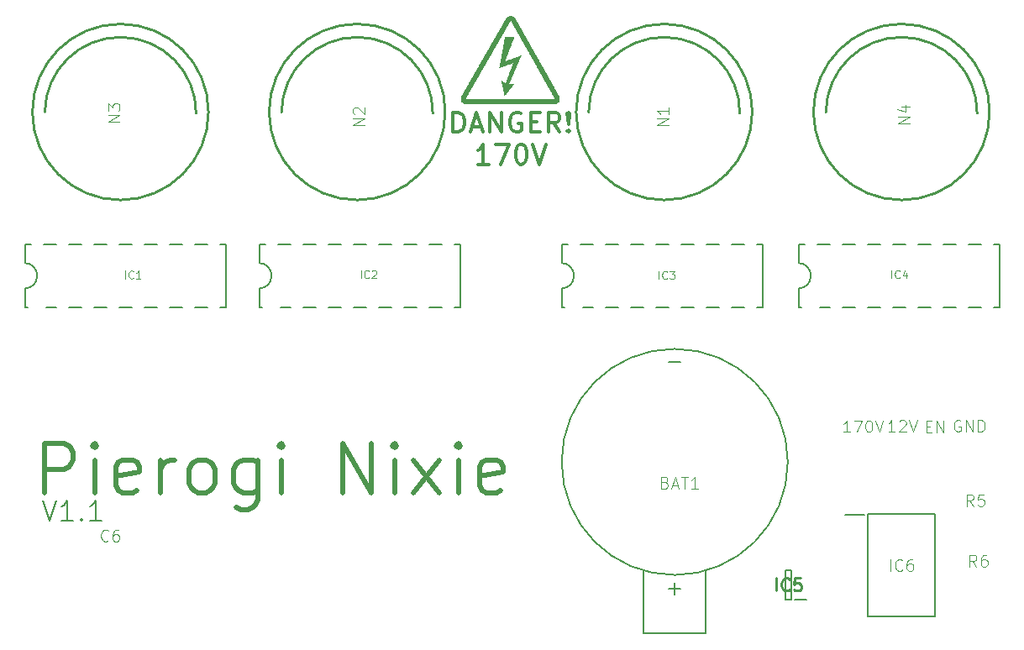
<source format=gbr>
%TF.GenerationSoftware,KiCad,Pcbnew,7.0.1*%
%TF.CreationDate,2023-06-06T13:02:27-04:00*%
%TF.ProjectId,nixie,6e697869-652e-46b6-9963-61645f706362,rev?*%
%TF.SameCoordinates,Original*%
%TF.FileFunction,Legend,Top*%
%TF.FilePolarity,Positive*%
%FSLAX46Y46*%
G04 Gerber Fmt 4.6, Leading zero omitted, Abs format (unit mm)*
G04 Created by KiCad (PCBNEW 7.0.1) date 2023-06-06 13:02:27*
%MOMM*%
%LPD*%
G01*
G04 APERTURE LIST*
%ADD10C,0.142240*%
%ADD11C,0.101600*%
%ADD12C,0.500000*%
%ADD13C,0.304800*%
%ADD14C,0.097790*%
%ADD15C,0.254000*%
%ADD16C,0.200000*%
%ADD17C,0.127000*%
%ADD18C,0.203200*%
G04 APERTURE END LIST*
D10*
X101409476Y-128082638D02*
X102076142Y-130082638D01*
X102076142Y-130082638D02*
X102742809Y-128082638D01*
X104457095Y-130082638D02*
X103314238Y-130082638D01*
X103885666Y-130082638D02*
X103885666Y-128082638D01*
X103885666Y-128082638D02*
X103695190Y-128368352D01*
X103695190Y-128368352D02*
X103504714Y-128558828D01*
X103504714Y-128558828D02*
X103314238Y-128654066D01*
X105314238Y-129892161D02*
X105409476Y-129987400D01*
X105409476Y-129987400D02*
X105314238Y-130082638D01*
X105314238Y-130082638D02*
X105219000Y-129987400D01*
X105219000Y-129987400D02*
X105314238Y-129892161D01*
X105314238Y-129892161D02*
X105314238Y-130082638D01*
X107314238Y-130082638D02*
X106171381Y-130082638D01*
X106742809Y-130082638D02*
X106742809Y-128082638D01*
X106742809Y-128082638D02*
X106552333Y-128368352D01*
X106552333Y-128368352D02*
X106361857Y-128558828D01*
X106361857Y-128558828D02*
X106171381Y-128654066D01*
D11*
X190447990Y-120580791D02*
X190837457Y-120580791D01*
X191004371Y-121192810D02*
X190447990Y-121192810D01*
X190447990Y-121192810D02*
X190447990Y-120024410D01*
X190447990Y-120024410D02*
X191004371Y-120024410D01*
X191505114Y-121192810D02*
X191505114Y-120024410D01*
X191505114Y-120024410D02*
X192172771Y-121192810D01*
X192172771Y-121192810D02*
X192172771Y-120024410D01*
D12*
X101622076Y-127302495D02*
X101622076Y-122302495D01*
X101622076Y-122302495D02*
X103526838Y-122302495D01*
X103526838Y-122302495D02*
X104003028Y-122540590D01*
X104003028Y-122540590D02*
X104241123Y-122778685D01*
X104241123Y-122778685D02*
X104479219Y-123254876D01*
X104479219Y-123254876D02*
X104479219Y-123969161D01*
X104479219Y-123969161D02*
X104241123Y-124445352D01*
X104241123Y-124445352D02*
X104003028Y-124683447D01*
X104003028Y-124683447D02*
X103526838Y-124921542D01*
X103526838Y-124921542D02*
X101622076Y-124921542D01*
X106622076Y-127302495D02*
X106622076Y-123969161D01*
X106622076Y-122302495D02*
X106383980Y-122540590D01*
X106383980Y-122540590D02*
X106622076Y-122778685D01*
X106622076Y-122778685D02*
X106860171Y-122540590D01*
X106860171Y-122540590D02*
X106622076Y-122302495D01*
X106622076Y-122302495D02*
X106622076Y-122778685D01*
X110907790Y-127064400D02*
X110431599Y-127302495D01*
X110431599Y-127302495D02*
X109479218Y-127302495D01*
X109479218Y-127302495D02*
X109003028Y-127064400D01*
X109003028Y-127064400D02*
X108764932Y-126588209D01*
X108764932Y-126588209D02*
X108764932Y-124683447D01*
X108764932Y-124683447D02*
X109003028Y-124207257D01*
X109003028Y-124207257D02*
X109479218Y-123969161D01*
X109479218Y-123969161D02*
X110431599Y-123969161D01*
X110431599Y-123969161D02*
X110907790Y-124207257D01*
X110907790Y-124207257D02*
X111145885Y-124683447D01*
X111145885Y-124683447D02*
X111145885Y-125159638D01*
X111145885Y-125159638D02*
X108764932Y-125635828D01*
X113288742Y-127302495D02*
X113288742Y-123969161D01*
X113288742Y-124921542D02*
X113526837Y-124445352D01*
X113526837Y-124445352D02*
X113764932Y-124207257D01*
X113764932Y-124207257D02*
X114241123Y-123969161D01*
X114241123Y-123969161D02*
X114717313Y-123969161D01*
X117098265Y-127302495D02*
X116622075Y-127064400D01*
X116622075Y-127064400D02*
X116383980Y-126826304D01*
X116383980Y-126826304D02*
X116145884Y-126350114D01*
X116145884Y-126350114D02*
X116145884Y-124921542D01*
X116145884Y-124921542D02*
X116383980Y-124445352D01*
X116383980Y-124445352D02*
X116622075Y-124207257D01*
X116622075Y-124207257D02*
X117098265Y-123969161D01*
X117098265Y-123969161D02*
X117812551Y-123969161D01*
X117812551Y-123969161D02*
X118288742Y-124207257D01*
X118288742Y-124207257D02*
X118526837Y-124445352D01*
X118526837Y-124445352D02*
X118764932Y-124921542D01*
X118764932Y-124921542D02*
X118764932Y-126350114D01*
X118764932Y-126350114D02*
X118526837Y-126826304D01*
X118526837Y-126826304D02*
X118288742Y-127064400D01*
X118288742Y-127064400D02*
X117812551Y-127302495D01*
X117812551Y-127302495D02*
X117098265Y-127302495D01*
X123050647Y-123969161D02*
X123050647Y-128016780D01*
X123050647Y-128016780D02*
X122812552Y-128492971D01*
X122812552Y-128492971D02*
X122574456Y-128731066D01*
X122574456Y-128731066D02*
X122098266Y-128969161D01*
X122098266Y-128969161D02*
X121383980Y-128969161D01*
X121383980Y-128969161D02*
X120907790Y-128731066D01*
X123050647Y-127064400D02*
X122574456Y-127302495D01*
X122574456Y-127302495D02*
X121622075Y-127302495D01*
X121622075Y-127302495D02*
X121145885Y-127064400D01*
X121145885Y-127064400D02*
X120907790Y-126826304D01*
X120907790Y-126826304D02*
X120669694Y-126350114D01*
X120669694Y-126350114D02*
X120669694Y-124921542D01*
X120669694Y-124921542D02*
X120907790Y-124445352D01*
X120907790Y-124445352D02*
X121145885Y-124207257D01*
X121145885Y-124207257D02*
X121622075Y-123969161D01*
X121622075Y-123969161D02*
X122574456Y-123969161D01*
X122574456Y-123969161D02*
X123050647Y-124207257D01*
X125431600Y-127302495D02*
X125431600Y-123969161D01*
X125431600Y-122302495D02*
X125193504Y-122540590D01*
X125193504Y-122540590D02*
X125431600Y-122778685D01*
X125431600Y-122778685D02*
X125669695Y-122540590D01*
X125669695Y-122540590D02*
X125431600Y-122302495D01*
X125431600Y-122302495D02*
X125431600Y-122778685D01*
X131622076Y-127302495D02*
X131622076Y-122302495D01*
X131622076Y-122302495D02*
X134479219Y-127302495D01*
X134479219Y-127302495D02*
X134479219Y-122302495D01*
X136860171Y-127302495D02*
X136860171Y-123969161D01*
X136860171Y-122302495D02*
X136622075Y-122540590D01*
X136622075Y-122540590D02*
X136860171Y-122778685D01*
X136860171Y-122778685D02*
X137098266Y-122540590D01*
X137098266Y-122540590D02*
X136860171Y-122302495D01*
X136860171Y-122302495D02*
X136860171Y-122778685D01*
X138764932Y-127302495D02*
X141383980Y-123969161D01*
X138764932Y-123969161D02*
X141383980Y-127302495D01*
X143288742Y-127302495D02*
X143288742Y-123969161D01*
X143288742Y-122302495D02*
X143050646Y-122540590D01*
X143050646Y-122540590D02*
X143288742Y-122778685D01*
X143288742Y-122778685D02*
X143526837Y-122540590D01*
X143526837Y-122540590D02*
X143288742Y-122302495D01*
X143288742Y-122302495D02*
X143288742Y-122778685D01*
X147574456Y-127064400D02*
X147098265Y-127302495D01*
X147098265Y-127302495D02*
X146145884Y-127302495D01*
X146145884Y-127302495D02*
X145669694Y-127064400D01*
X145669694Y-127064400D02*
X145431598Y-126588209D01*
X145431598Y-126588209D02*
X145431598Y-124683447D01*
X145431598Y-124683447D02*
X145669694Y-124207257D01*
X145669694Y-124207257D02*
X146145884Y-123969161D01*
X146145884Y-123969161D02*
X147098265Y-123969161D01*
X147098265Y-123969161D02*
X147574456Y-124207257D01*
X147574456Y-124207257D02*
X147812551Y-124683447D01*
X147812551Y-124683447D02*
X147812551Y-125159638D01*
X147812551Y-125159638D02*
X145431598Y-125635828D01*
D13*
X142755076Y-90927038D02*
X142755076Y-88927038D01*
X142755076Y-88927038D02*
X143231266Y-88927038D01*
X143231266Y-88927038D02*
X143516981Y-89022276D01*
X143516981Y-89022276D02*
X143707457Y-89212752D01*
X143707457Y-89212752D02*
X143802695Y-89403228D01*
X143802695Y-89403228D02*
X143897933Y-89784180D01*
X143897933Y-89784180D02*
X143897933Y-90069895D01*
X143897933Y-90069895D02*
X143802695Y-90450847D01*
X143802695Y-90450847D02*
X143707457Y-90641323D01*
X143707457Y-90641323D02*
X143516981Y-90831800D01*
X143516981Y-90831800D02*
X143231266Y-90927038D01*
X143231266Y-90927038D02*
X142755076Y-90927038D01*
X144659838Y-90355609D02*
X145612219Y-90355609D01*
X144469362Y-90927038D02*
X145136028Y-88927038D01*
X145136028Y-88927038D02*
X145802695Y-90927038D01*
X146469362Y-90927038D02*
X146469362Y-88927038D01*
X146469362Y-88927038D02*
X147612219Y-90927038D01*
X147612219Y-90927038D02*
X147612219Y-88927038D01*
X149612219Y-89022276D02*
X149421743Y-88927038D01*
X149421743Y-88927038D02*
X149136029Y-88927038D01*
X149136029Y-88927038D02*
X148850314Y-89022276D01*
X148850314Y-89022276D02*
X148659838Y-89212752D01*
X148659838Y-89212752D02*
X148564600Y-89403228D01*
X148564600Y-89403228D02*
X148469362Y-89784180D01*
X148469362Y-89784180D02*
X148469362Y-90069895D01*
X148469362Y-90069895D02*
X148564600Y-90450847D01*
X148564600Y-90450847D02*
X148659838Y-90641323D01*
X148659838Y-90641323D02*
X148850314Y-90831800D01*
X148850314Y-90831800D02*
X149136029Y-90927038D01*
X149136029Y-90927038D02*
X149326505Y-90927038D01*
X149326505Y-90927038D02*
X149612219Y-90831800D01*
X149612219Y-90831800D02*
X149707457Y-90736561D01*
X149707457Y-90736561D02*
X149707457Y-90069895D01*
X149707457Y-90069895D02*
X149326505Y-90069895D01*
X150564600Y-89879419D02*
X151231267Y-89879419D01*
X151516981Y-90927038D02*
X150564600Y-90927038D01*
X150564600Y-90927038D02*
X150564600Y-88927038D01*
X150564600Y-88927038D02*
X151516981Y-88927038D01*
X153516981Y-90927038D02*
X152850314Y-89974657D01*
X152374124Y-90927038D02*
X152374124Y-88927038D01*
X152374124Y-88927038D02*
X153136029Y-88927038D01*
X153136029Y-88927038D02*
X153326505Y-89022276D01*
X153326505Y-89022276D02*
X153421743Y-89117514D01*
X153421743Y-89117514D02*
X153516981Y-89307990D01*
X153516981Y-89307990D02*
X153516981Y-89593704D01*
X153516981Y-89593704D02*
X153421743Y-89784180D01*
X153421743Y-89784180D02*
X153326505Y-89879419D01*
X153326505Y-89879419D02*
X153136029Y-89974657D01*
X153136029Y-89974657D02*
X152374124Y-89974657D01*
X154374124Y-90736561D02*
X154469362Y-90831800D01*
X154469362Y-90831800D02*
X154374124Y-90927038D01*
X154374124Y-90927038D02*
X154278886Y-90831800D01*
X154278886Y-90831800D02*
X154374124Y-90736561D01*
X154374124Y-90736561D02*
X154374124Y-90927038D01*
X154374124Y-90165133D02*
X154278886Y-89022276D01*
X154278886Y-89022276D02*
X154374124Y-88927038D01*
X154374124Y-88927038D02*
X154469362Y-89022276D01*
X154469362Y-89022276D02*
X154374124Y-90165133D01*
X154374124Y-90165133D02*
X154374124Y-88927038D01*
X146374123Y-94167038D02*
X145231266Y-94167038D01*
X145802694Y-94167038D02*
X145802694Y-92167038D01*
X145802694Y-92167038D02*
X145612218Y-92452752D01*
X145612218Y-92452752D02*
X145421742Y-92643228D01*
X145421742Y-92643228D02*
X145231266Y-92738466D01*
X147040790Y-92167038D02*
X148374123Y-92167038D01*
X148374123Y-92167038D02*
X147516980Y-94167038D01*
X149516980Y-92167038D02*
X149707457Y-92167038D01*
X149707457Y-92167038D02*
X149897933Y-92262276D01*
X149897933Y-92262276D02*
X149993171Y-92357514D01*
X149993171Y-92357514D02*
X150088409Y-92547990D01*
X150088409Y-92547990D02*
X150183647Y-92928942D01*
X150183647Y-92928942D02*
X150183647Y-93405133D01*
X150183647Y-93405133D02*
X150088409Y-93786085D01*
X150088409Y-93786085D02*
X149993171Y-93976561D01*
X149993171Y-93976561D02*
X149897933Y-94071800D01*
X149897933Y-94071800D02*
X149707457Y-94167038D01*
X149707457Y-94167038D02*
X149516980Y-94167038D01*
X149516980Y-94167038D02*
X149326504Y-94071800D01*
X149326504Y-94071800D02*
X149231266Y-93976561D01*
X149231266Y-93976561D02*
X149136028Y-93786085D01*
X149136028Y-93786085D02*
X149040790Y-93405133D01*
X149040790Y-93405133D02*
X149040790Y-92928942D01*
X149040790Y-92928942D02*
X149136028Y-92547990D01*
X149136028Y-92547990D02*
X149231266Y-92357514D01*
X149231266Y-92357514D02*
X149326504Y-92262276D01*
X149326504Y-92262276D02*
X149516980Y-92167038D01*
X150755076Y-92167038D02*
X151421742Y-94167038D01*
X151421742Y-94167038D02*
X152088409Y-92167038D01*
D11*
X193904809Y-120003848D02*
X193793533Y-119948210D01*
X193793533Y-119948210D02*
X193626619Y-119948210D01*
X193626619Y-119948210D02*
X193459704Y-120003848D01*
X193459704Y-120003848D02*
X193348428Y-120115124D01*
X193348428Y-120115124D02*
X193292790Y-120226400D01*
X193292790Y-120226400D02*
X193237152Y-120448952D01*
X193237152Y-120448952D02*
X193237152Y-120615867D01*
X193237152Y-120615867D02*
X193292790Y-120838419D01*
X193292790Y-120838419D02*
X193348428Y-120949695D01*
X193348428Y-120949695D02*
X193459704Y-121060972D01*
X193459704Y-121060972D02*
X193626619Y-121116610D01*
X193626619Y-121116610D02*
X193737895Y-121116610D01*
X193737895Y-121116610D02*
X193904809Y-121060972D01*
X193904809Y-121060972D02*
X193960447Y-121005333D01*
X193960447Y-121005333D02*
X193960447Y-120615867D01*
X193960447Y-120615867D02*
X193737895Y-120615867D01*
X194461190Y-121116610D02*
X194461190Y-119948210D01*
X194461190Y-119948210D02*
X195128847Y-121116610D01*
X195128847Y-121116610D02*
X195128847Y-119948210D01*
X195685228Y-121116610D02*
X195685228Y-119948210D01*
X195685228Y-119948210D02*
X195963418Y-119948210D01*
X195963418Y-119948210D02*
X196130333Y-120003848D01*
X196130333Y-120003848D02*
X196241609Y-120115124D01*
X196241609Y-120115124D02*
X196297247Y-120226400D01*
X196297247Y-120226400D02*
X196352885Y-120448952D01*
X196352885Y-120448952D02*
X196352885Y-120615867D01*
X196352885Y-120615867D02*
X196297247Y-120838419D01*
X196297247Y-120838419D02*
X196241609Y-120949695D01*
X196241609Y-120949695D02*
X196130333Y-121060972D01*
X196130333Y-121060972D02*
X195963418Y-121116610D01*
X195963418Y-121116610D02*
X195685228Y-121116610D01*
X182779609Y-121167410D02*
X182111952Y-121167410D01*
X182445780Y-121167410D02*
X182445780Y-119999010D01*
X182445780Y-119999010D02*
X182334504Y-120165924D01*
X182334504Y-120165924D02*
X182223228Y-120277200D01*
X182223228Y-120277200D02*
X182111952Y-120332838D01*
X183169076Y-119999010D02*
X183948009Y-119999010D01*
X183948009Y-119999010D02*
X183447266Y-121167410D01*
X184615666Y-119999010D02*
X184726943Y-119999010D01*
X184726943Y-119999010D02*
X184838219Y-120054648D01*
X184838219Y-120054648D02*
X184893857Y-120110286D01*
X184893857Y-120110286D02*
X184949495Y-120221562D01*
X184949495Y-120221562D02*
X185005133Y-120444114D01*
X185005133Y-120444114D02*
X185005133Y-120722305D01*
X185005133Y-120722305D02*
X184949495Y-120944857D01*
X184949495Y-120944857D02*
X184893857Y-121056133D01*
X184893857Y-121056133D02*
X184838219Y-121111772D01*
X184838219Y-121111772D02*
X184726943Y-121167410D01*
X184726943Y-121167410D02*
X184615666Y-121167410D01*
X184615666Y-121167410D02*
X184504390Y-121111772D01*
X184504390Y-121111772D02*
X184448752Y-121056133D01*
X184448752Y-121056133D02*
X184393114Y-120944857D01*
X184393114Y-120944857D02*
X184337476Y-120722305D01*
X184337476Y-120722305D02*
X184337476Y-120444114D01*
X184337476Y-120444114D02*
X184393114Y-120221562D01*
X184393114Y-120221562D02*
X184448752Y-120110286D01*
X184448752Y-120110286D02*
X184504390Y-120054648D01*
X184504390Y-120054648D02*
X184615666Y-119999010D01*
X185338962Y-119999010D02*
X185728428Y-121167410D01*
X185728428Y-121167410D02*
X186117895Y-119999010D01*
X187300809Y-121142010D02*
X186633152Y-121142010D01*
X186966980Y-121142010D02*
X186966980Y-119973610D01*
X186966980Y-119973610D02*
X186855704Y-120140524D01*
X186855704Y-120140524D02*
X186744428Y-120251800D01*
X186744428Y-120251800D02*
X186633152Y-120307438D01*
X187745914Y-120084886D02*
X187801552Y-120029248D01*
X187801552Y-120029248D02*
X187912828Y-119973610D01*
X187912828Y-119973610D02*
X188191019Y-119973610D01*
X188191019Y-119973610D02*
X188302295Y-120029248D01*
X188302295Y-120029248D02*
X188357933Y-120084886D01*
X188357933Y-120084886D02*
X188413571Y-120196162D01*
X188413571Y-120196162D02*
X188413571Y-120307438D01*
X188413571Y-120307438D02*
X188357933Y-120474352D01*
X188357933Y-120474352D02*
X187690276Y-121142010D01*
X187690276Y-121142010D02*
X188413571Y-121142010D01*
X188747400Y-119973610D02*
X189136866Y-121142010D01*
X189136866Y-121142010D02*
X189526333Y-119973610D01*
%TO.C,C6*%
X108001847Y-132079733D02*
X107946209Y-132135372D01*
X107946209Y-132135372D02*
X107779295Y-132191010D01*
X107779295Y-132191010D02*
X107668019Y-132191010D01*
X107668019Y-132191010D02*
X107501104Y-132135372D01*
X107501104Y-132135372D02*
X107389828Y-132024095D01*
X107389828Y-132024095D02*
X107334190Y-131912819D01*
X107334190Y-131912819D02*
X107278552Y-131690267D01*
X107278552Y-131690267D02*
X107278552Y-131523352D01*
X107278552Y-131523352D02*
X107334190Y-131300800D01*
X107334190Y-131300800D02*
X107389828Y-131189524D01*
X107389828Y-131189524D02*
X107501104Y-131078248D01*
X107501104Y-131078248D02*
X107668019Y-131022610D01*
X107668019Y-131022610D02*
X107779295Y-131022610D01*
X107779295Y-131022610D02*
X107946209Y-131078248D01*
X107946209Y-131078248D02*
X108001847Y-131133886D01*
X109003333Y-131022610D02*
X108780780Y-131022610D01*
X108780780Y-131022610D02*
X108669504Y-131078248D01*
X108669504Y-131078248D02*
X108613866Y-131133886D01*
X108613866Y-131133886D02*
X108502590Y-131300800D01*
X108502590Y-131300800D02*
X108446952Y-131523352D01*
X108446952Y-131523352D02*
X108446952Y-131968457D01*
X108446952Y-131968457D02*
X108502590Y-132079733D01*
X108502590Y-132079733D02*
X108558228Y-132135372D01*
X108558228Y-132135372D02*
X108669504Y-132191010D01*
X108669504Y-132191010D02*
X108892057Y-132191010D01*
X108892057Y-132191010D02*
X109003333Y-132135372D01*
X109003333Y-132135372D02*
X109058971Y-132079733D01*
X109058971Y-132079733D02*
X109114609Y-131968457D01*
X109114609Y-131968457D02*
X109114609Y-131690267D01*
X109114609Y-131690267D02*
X109058971Y-131578991D01*
X109058971Y-131578991D02*
X109003333Y-131523352D01*
X109003333Y-131523352D02*
X108892057Y-131467714D01*
X108892057Y-131467714D02*
X108669504Y-131467714D01*
X108669504Y-131467714D02*
X108558228Y-131523352D01*
X108558228Y-131523352D02*
X108502590Y-131578991D01*
X108502590Y-131578991D02*
X108446952Y-131690267D01*
%TO.C,IC6*%
X186819419Y-135160524D02*
X186819419Y-133992124D01*
X188043457Y-135049247D02*
X187987819Y-135104886D01*
X187987819Y-135104886D02*
X187820905Y-135160524D01*
X187820905Y-135160524D02*
X187709629Y-135160524D01*
X187709629Y-135160524D02*
X187542714Y-135104886D01*
X187542714Y-135104886D02*
X187431438Y-134993609D01*
X187431438Y-134993609D02*
X187375800Y-134882333D01*
X187375800Y-134882333D02*
X187320162Y-134659781D01*
X187320162Y-134659781D02*
X187320162Y-134492866D01*
X187320162Y-134492866D02*
X187375800Y-134270314D01*
X187375800Y-134270314D02*
X187431438Y-134159038D01*
X187431438Y-134159038D02*
X187542714Y-134047762D01*
X187542714Y-134047762D02*
X187709629Y-133992124D01*
X187709629Y-133992124D02*
X187820905Y-133992124D01*
X187820905Y-133992124D02*
X187987819Y-134047762D01*
X187987819Y-134047762D02*
X188043457Y-134103400D01*
X189044943Y-133992124D02*
X188822390Y-133992124D01*
X188822390Y-133992124D02*
X188711114Y-134047762D01*
X188711114Y-134047762D02*
X188655476Y-134103400D01*
X188655476Y-134103400D02*
X188544200Y-134270314D01*
X188544200Y-134270314D02*
X188488562Y-134492866D01*
X188488562Y-134492866D02*
X188488562Y-134937971D01*
X188488562Y-134937971D02*
X188544200Y-135049247D01*
X188544200Y-135049247D02*
X188599838Y-135104886D01*
X188599838Y-135104886D02*
X188711114Y-135160524D01*
X188711114Y-135160524D02*
X188933667Y-135160524D01*
X188933667Y-135160524D02*
X189044943Y-135104886D01*
X189044943Y-135104886D02*
X189100581Y-135049247D01*
X189100581Y-135049247D02*
X189156219Y-134937971D01*
X189156219Y-134937971D02*
X189156219Y-134659781D01*
X189156219Y-134659781D02*
X189100581Y-134548505D01*
X189100581Y-134548505D02*
X189044943Y-134492866D01*
X189044943Y-134492866D02*
X188933667Y-134437228D01*
X188933667Y-134437228D02*
X188711114Y-134437228D01*
X188711114Y-134437228D02*
X188599838Y-134492866D01*
X188599838Y-134492866D02*
X188544200Y-134548505D01*
X188544200Y-134548505D02*
X188488562Y-134659781D01*
%TO.C,R5*%
X195194685Y-128635010D02*
X194805218Y-128078629D01*
X194527028Y-128635010D02*
X194527028Y-127466610D01*
X194527028Y-127466610D02*
X194972133Y-127466610D01*
X194972133Y-127466610D02*
X195083409Y-127522248D01*
X195083409Y-127522248D02*
X195139047Y-127577886D01*
X195139047Y-127577886D02*
X195194685Y-127689162D01*
X195194685Y-127689162D02*
X195194685Y-127856076D01*
X195194685Y-127856076D02*
X195139047Y-127967352D01*
X195139047Y-127967352D02*
X195083409Y-128022991D01*
X195083409Y-128022991D02*
X194972133Y-128078629D01*
X194972133Y-128078629D02*
X194527028Y-128078629D01*
X196251809Y-127466610D02*
X195695428Y-127466610D01*
X195695428Y-127466610D02*
X195639790Y-128022991D01*
X195639790Y-128022991D02*
X195695428Y-127967352D01*
X195695428Y-127967352D02*
X195806704Y-127911714D01*
X195806704Y-127911714D02*
X196084895Y-127911714D01*
X196084895Y-127911714D02*
X196196171Y-127967352D01*
X196196171Y-127967352D02*
X196251809Y-128022991D01*
X196251809Y-128022991D02*
X196307447Y-128134267D01*
X196307447Y-128134267D02*
X196307447Y-128412457D01*
X196307447Y-128412457D02*
X196251809Y-128523733D01*
X196251809Y-128523733D02*
X196196171Y-128579372D01*
X196196171Y-128579372D02*
X196084895Y-128635010D01*
X196084895Y-128635010D02*
X195806704Y-128635010D01*
X195806704Y-128635010D02*
X195695428Y-128579372D01*
X195695428Y-128579372D02*
X195639790Y-128523733D01*
D14*
%TO.C,IC3*%
X163510383Y-105719571D02*
X163510383Y-104928361D01*
X164339270Y-105644218D02*
X164301593Y-105681895D01*
X164301593Y-105681895D02*
X164188563Y-105719571D01*
X164188563Y-105719571D02*
X164113210Y-105719571D01*
X164113210Y-105719571D02*
X164000180Y-105681895D01*
X164000180Y-105681895D02*
X163924827Y-105606541D01*
X163924827Y-105606541D02*
X163887150Y-105531188D01*
X163887150Y-105531188D02*
X163849473Y-105380481D01*
X163849473Y-105380481D02*
X163849473Y-105267451D01*
X163849473Y-105267451D02*
X163887150Y-105116745D01*
X163887150Y-105116745D02*
X163924827Y-105041391D01*
X163924827Y-105041391D02*
X164000180Y-104966038D01*
X164000180Y-104966038D02*
X164113210Y-104928361D01*
X164113210Y-104928361D02*
X164188563Y-104928361D01*
X164188563Y-104928361D02*
X164301593Y-104966038D01*
X164301593Y-104966038D02*
X164339270Y-105003715D01*
X164603007Y-104928361D02*
X165092803Y-104928361D01*
X165092803Y-104928361D02*
X164829067Y-105229775D01*
X164829067Y-105229775D02*
X164942097Y-105229775D01*
X164942097Y-105229775D02*
X165017450Y-105267451D01*
X165017450Y-105267451D02*
X165055127Y-105305128D01*
X165055127Y-105305128D02*
X165092803Y-105380481D01*
X165092803Y-105380481D02*
X165092803Y-105568865D01*
X165092803Y-105568865D02*
X165055127Y-105644218D01*
X165055127Y-105644218D02*
X165017450Y-105681895D01*
X165017450Y-105681895D02*
X164942097Y-105719571D01*
X164942097Y-105719571D02*
X164716037Y-105719571D01*
X164716037Y-105719571D02*
X164640683Y-105681895D01*
X164640683Y-105681895D02*
X164603007Y-105644218D01*
D11*
%TO.C,BAT1*%
X164134799Y-126244991D02*
X164301713Y-126300629D01*
X164301713Y-126300629D02*
X164357351Y-126356267D01*
X164357351Y-126356267D02*
X164412989Y-126467543D01*
X164412989Y-126467543D02*
X164412989Y-126634457D01*
X164412989Y-126634457D02*
X164357351Y-126745733D01*
X164357351Y-126745733D02*
X164301713Y-126801372D01*
X164301713Y-126801372D02*
X164190437Y-126857010D01*
X164190437Y-126857010D02*
X163745332Y-126857010D01*
X163745332Y-126857010D02*
X163745332Y-125688610D01*
X163745332Y-125688610D02*
X164134799Y-125688610D01*
X164134799Y-125688610D02*
X164246075Y-125744248D01*
X164246075Y-125744248D02*
X164301713Y-125799886D01*
X164301713Y-125799886D02*
X164357351Y-125911162D01*
X164357351Y-125911162D02*
X164357351Y-126022438D01*
X164357351Y-126022438D02*
X164301713Y-126133714D01*
X164301713Y-126133714D02*
X164246075Y-126189352D01*
X164246075Y-126189352D02*
X164134799Y-126244991D01*
X164134799Y-126244991D02*
X163745332Y-126244991D01*
X164858094Y-126523181D02*
X165414475Y-126523181D01*
X164746818Y-126857010D02*
X165136284Y-125688610D01*
X165136284Y-125688610D02*
X165525751Y-126857010D01*
X165748304Y-125688610D02*
X166415961Y-125688610D01*
X166082132Y-126857010D02*
X166082132Y-125688610D01*
X167417447Y-126857010D02*
X166749790Y-126857010D01*
X167083618Y-126857010D02*
X167083618Y-125688610D01*
X167083618Y-125688610D02*
X166972342Y-125855524D01*
X166972342Y-125855524D02*
X166861066Y-125966800D01*
X166861066Y-125966800D02*
X166749790Y-126022438D01*
D15*
%TO.C,IC5*%
X175310237Y-137173526D02*
X175310237Y-135903526D01*
X176640714Y-137052573D02*
X176580238Y-137113050D01*
X176580238Y-137113050D02*
X176398809Y-137173526D01*
X176398809Y-137173526D02*
X176277857Y-137173526D01*
X176277857Y-137173526D02*
X176096428Y-137113050D01*
X176096428Y-137113050D02*
X175975476Y-136992097D01*
X175975476Y-136992097D02*
X175914999Y-136871145D01*
X175914999Y-136871145D02*
X175854523Y-136629240D01*
X175854523Y-136629240D02*
X175854523Y-136447811D01*
X175854523Y-136447811D02*
X175914999Y-136205907D01*
X175914999Y-136205907D02*
X175975476Y-136084954D01*
X175975476Y-136084954D02*
X176096428Y-135964002D01*
X176096428Y-135964002D02*
X176277857Y-135903526D01*
X176277857Y-135903526D02*
X176398809Y-135903526D01*
X176398809Y-135903526D02*
X176580238Y-135964002D01*
X176580238Y-135964002D02*
X176640714Y-136024478D01*
X177789761Y-135903526D02*
X177184999Y-135903526D01*
X177184999Y-135903526D02*
X177124523Y-136508288D01*
X177124523Y-136508288D02*
X177184999Y-136447811D01*
X177184999Y-136447811D02*
X177305952Y-136387335D01*
X177305952Y-136387335D02*
X177608333Y-136387335D01*
X177608333Y-136387335D02*
X177729285Y-136447811D01*
X177729285Y-136447811D02*
X177789761Y-136508288D01*
X177789761Y-136508288D02*
X177850238Y-136629240D01*
X177850238Y-136629240D02*
X177850238Y-136931621D01*
X177850238Y-136931621D02*
X177789761Y-137052573D01*
X177789761Y-137052573D02*
X177729285Y-137113050D01*
X177729285Y-137113050D02*
X177608333Y-137173526D01*
X177608333Y-137173526D02*
X177305952Y-137173526D01*
X177305952Y-137173526D02*
X177184999Y-137113050D01*
X177184999Y-137113050D02*
X177124523Y-137052573D01*
D14*
%TO.C,IC4*%
X186956882Y-105667171D02*
X186956882Y-104875961D01*
X187785769Y-105591818D02*
X187748092Y-105629495D01*
X187748092Y-105629495D02*
X187635062Y-105667171D01*
X187635062Y-105667171D02*
X187559709Y-105667171D01*
X187559709Y-105667171D02*
X187446679Y-105629495D01*
X187446679Y-105629495D02*
X187371326Y-105554141D01*
X187371326Y-105554141D02*
X187333649Y-105478788D01*
X187333649Y-105478788D02*
X187295972Y-105328081D01*
X187295972Y-105328081D02*
X187295972Y-105215051D01*
X187295972Y-105215051D02*
X187333649Y-105064345D01*
X187333649Y-105064345D02*
X187371326Y-104988991D01*
X187371326Y-104988991D02*
X187446679Y-104913638D01*
X187446679Y-104913638D02*
X187559709Y-104875961D01*
X187559709Y-104875961D02*
X187635062Y-104875961D01*
X187635062Y-104875961D02*
X187748092Y-104913638D01*
X187748092Y-104913638D02*
X187785769Y-104951315D01*
X188463949Y-105139698D02*
X188463949Y-105667171D01*
X188275566Y-104838285D02*
X188087182Y-105403435D01*
X188087182Y-105403435D02*
X188576979Y-105403435D01*
%TO.C,IC2*%
X133462183Y-105643371D02*
X133462183Y-104852161D01*
X134291070Y-105568018D02*
X134253393Y-105605695D01*
X134253393Y-105605695D02*
X134140363Y-105643371D01*
X134140363Y-105643371D02*
X134065010Y-105643371D01*
X134065010Y-105643371D02*
X133951980Y-105605695D01*
X133951980Y-105605695D02*
X133876627Y-105530341D01*
X133876627Y-105530341D02*
X133838950Y-105454988D01*
X133838950Y-105454988D02*
X133801273Y-105304281D01*
X133801273Y-105304281D02*
X133801273Y-105191251D01*
X133801273Y-105191251D02*
X133838950Y-105040545D01*
X133838950Y-105040545D02*
X133876627Y-104965191D01*
X133876627Y-104965191D02*
X133951980Y-104889838D01*
X133951980Y-104889838D02*
X134065010Y-104852161D01*
X134065010Y-104852161D02*
X134140363Y-104852161D01*
X134140363Y-104852161D02*
X134253393Y-104889838D01*
X134253393Y-104889838D02*
X134291070Y-104927515D01*
X134592483Y-104927515D02*
X134630160Y-104889838D01*
X134630160Y-104889838D02*
X134705513Y-104852161D01*
X134705513Y-104852161D02*
X134893897Y-104852161D01*
X134893897Y-104852161D02*
X134969250Y-104889838D01*
X134969250Y-104889838D02*
X135006927Y-104927515D01*
X135006927Y-104927515D02*
X135044603Y-105002868D01*
X135044603Y-105002868D02*
X135044603Y-105078221D01*
X135044603Y-105078221D02*
X135006927Y-105191251D01*
X135006927Y-105191251D02*
X134554807Y-105643371D01*
X134554807Y-105643371D02*
X135044603Y-105643371D01*
D11*
%TO.C,R6*%
X195509847Y-134731010D02*
X195120380Y-134174629D01*
X194842190Y-134731010D02*
X194842190Y-133562610D01*
X194842190Y-133562610D02*
X195287295Y-133562610D01*
X195287295Y-133562610D02*
X195398571Y-133618248D01*
X195398571Y-133618248D02*
X195454209Y-133673886D01*
X195454209Y-133673886D02*
X195509847Y-133785162D01*
X195509847Y-133785162D02*
X195509847Y-133952076D01*
X195509847Y-133952076D02*
X195454209Y-134063352D01*
X195454209Y-134063352D02*
X195398571Y-134118991D01*
X195398571Y-134118991D02*
X195287295Y-134174629D01*
X195287295Y-134174629D02*
X194842190Y-134174629D01*
X196511333Y-133562610D02*
X196288780Y-133562610D01*
X196288780Y-133562610D02*
X196177504Y-133618248D01*
X196177504Y-133618248D02*
X196121866Y-133673886D01*
X196121866Y-133673886D02*
X196010590Y-133840800D01*
X196010590Y-133840800D02*
X195954952Y-134063352D01*
X195954952Y-134063352D02*
X195954952Y-134508457D01*
X195954952Y-134508457D02*
X196010590Y-134619733D01*
X196010590Y-134619733D02*
X196066228Y-134675372D01*
X196066228Y-134675372D02*
X196177504Y-134731010D01*
X196177504Y-134731010D02*
X196400057Y-134731010D01*
X196400057Y-134731010D02*
X196511333Y-134675372D01*
X196511333Y-134675372D02*
X196566971Y-134619733D01*
X196566971Y-134619733D02*
X196622609Y-134508457D01*
X196622609Y-134508457D02*
X196622609Y-134230267D01*
X196622609Y-134230267D02*
X196566971Y-134118991D01*
X196566971Y-134118991D02*
X196511333Y-134063352D01*
X196511333Y-134063352D02*
X196400057Y-134007714D01*
X196400057Y-134007714D02*
X196177504Y-134007714D01*
X196177504Y-134007714D02*
X196066228Y-134063352D01*
X196066228Y-134063352D02*
X196010590Y-134118991D01*
X196010590Y-134118991D02*
X195954952Y-134230267D01*
D14*
%TO.C,IC1*%
X109687783Y-105694171D02*
X109687783Y-104902961D01*
X110516670Y-105618818D02*
X110478993Y-105656495D01*
X110478993Y-105656495D02*
X110365963Y-105694171D01*
X110365963Y-105694171D02*
X110290610Y-105694171D01*
X110290610Y-105694171D02*
X110177580Y-105656495D01*
X110177580Y-105656495D02*
X110102227Y-105581141D01*
X110102227Y-105581141D02*
X110064550Y-105505788D01*
X110064550Y-105505788D02*
X110026873Y-105355081D01*
X110026873Y-105355081D02*
X110026873Y-105242051D01*
X110026873Y-105242051D02*
X110064550Y-105091345D01*
X110064550Y-105091345D02*
X110102227Y-105015991D01*
X110102227Y-105015991D02*
X110177580Y-104940638D01*
X110177580Y-104940638D02*
X110290610Y-104902961D01*
X110290610Y-104902961D02*
X110365963Y-104902961D01*
X110365963Y-104902961D02*
X110478993Y-104940638D01*
X110478993Y-104940638D02*
X110516670Y-104978315D01*
X111270203Y-105694171D02*
X110818083Y-105694171D01*
X111044143Y-105694171D02*
X111044143Y-104902961D01*
X111044143Y-104902961D02*
X110968790Y-105015991D01*
X110968790Y-105015991D02*
X110893437Y-105091345D01*
X110893437Y-105091345D02*
X110818083Y-105129021D01*
D11*
%TO.C,N4*%
X188757010Y-90058609D02*
X187588610Y-90058609D01*
X187588610Y-90058609D02*
X188757010Y-89390952D01*
X188757010Y-89390952D02*
X187588610Y-89390952D01*
X187978076Y-88333828D02*
X188757010Y-88333828D01*
X187532972Y-88612019D02*
X188367543Y-88890209D01*
X188367543Y-88890209D02*
X188367543Y-88166914D01*
%TO.C,N3*%
X109157010Y-89858609D02*
X107988610Y-89858609D01*
X107988610Y-89858609D02*
X109157010Y-89190952D01*
X109157010Y-89190952D02*
X107988610Y-89190952D01*
X107988610Y-88745847D02*
X107988610Y-88022552D01*
X107988610Y-88022552D02*
X108433714Y-88412019D01*
X108433714Y-88412019D02*
X108433714Y-88245104D01*
X108433714Y-88245104D02*
X108489352Y-88133828D01*
X108489352Y-88133828D02*
X108544991Y-88078190D01*
X108544991Y-88078190D02*
X108656267Y-88022552D01*
X108656267Y-88022552D02*
X108934457Y-88022552D01*
X108934457Y-88022552D02*
X109045733Y-88078190D01*
X109045733Y-88078190D02*
X109101372Y-88133828D01*
X109101372Y-88133828D02*
X109157010Y-88245104D01*
X109157010Y-88245104D02*
X109157010Y-88578933D01*
X109157010Y-88578933D02*
X109101372Y-88690209D01*
X109101372Y-88690209D02*
X109045733Y-88745847D01*
%TO.C,N1*%
X164457010Y-90258609D02*
X163288610Y-90258609D01*
X163288610Y-90258609D02*
X164457010Y-89590952D01*
X164457010Y-89590952D02*
X163288610Y-89590952D01*
X164457010Y-88422552D02*
X164457010Y-89090209D01*
X164457010Y-88756381D02*
X163288610Y-88756381D01*
X163288610Y-88756381D02*
X163455524Y-88867657D01*
X163455524Y-88867657D02*
X163566800Y-88978933D01*
X163566800Y-88978933D02*
X163622438Y-89090209D01*
%TO.C,N2*%
X133857010Y-90258609D02*
X132688610Y-90258609D01*
X132688610Y-90258609D02*
X133857010Y-89590952D01*
X133857010Y-89590952D02*
X132688610Y-89590952D01*
X132799886Y-89090209D02*
X132744248Y-89034571D01*
X132744248Y-89034571D02*
X132688610Y-88923295D01*
X132688610Y-88923295D02*
X132688610Y-88645104D01*
X132688610Y-88645104D02*
X132744248Y-88533828D01*
X132744248Y-88533828D02*
X132799886Y-88478190D01*
X132799886Y-88478190D02*
X132911162Y-88422552D01*
X132911162Y-88422552D02*
X133022438Y-88422552D01*
X133022438Y-88422552D02*
X133189352Y-88478190D01*
X133189352Y-88478190D02*
X133857010Y-89145847D01*
X133857010Y-89145847D02*
X133857010Y-88422552D01*
D16*
%TO.C,IC6*%
X182285000Y-129500000D02*
X184210000Y-129500000D01*
X184560000Y-129470000D02*
X191360000Y-129470000D01*
X184560000Y-139770000D02*
X184560000Y-129470000D01*
X191360000Y-129470000D02*
X191360000Y-139770000D01*
X191360000Y-139770000D02*
X184560000Y-139770000D01*
%TO.C,U$2*%
G36*
X144098550Y-87498650D02*
G01*
X143539750Y-87498650D01*
X143539750Y-87473250D01*
X144098550Y-87473250D01*
X144098550Y-87498650D01*
G37*
G36*
X144073150Y-87524050D02*
G01*
X143539750Y-87524050D01*
X143539750Y-87498650D01*
X144073150Y-87498650D01*
X144073150Y-87524050D01*
G37*
G36*
X144073150Y-87549450D02*
G01*
X143539750Y-87549450D01*
X143539750Y-87524050D01*
X144073150Y-87524050D01*
X144073150Y-87549450D01*
G37*
G36*
X144047750Y-87574850D02*
G01*
X143539750Y-87574850D01*
X143539750Y-87549450D01*
X144047750Y-87549450D01*
X144047750Y-87574850D01*
G37*
G36*
X144047750Y-87600250D02*
G01*
X143539750Y-87600250D01*
X143539750Y-87574850D01*
X144047750Y-87574850D01*
X144047750Y-87600250D01*
G37*
G36*
X144073150Y-87625650D02*
G01*
X143539750Y-87625650D01*
X143539750Y-87600250D01*
X144073150Y-87600250D01*
X144073150Y-87625650D01*
G37*
G36*
X153521950Y-87651050D02*
G01*
X143539750Y-87651050D01*
X143539750Y-87625650D01*
X153521950Y-87625650D01*
X153521950Y-87651050D01*
G37*
G36*
X153521950Y-87676450D02*
G01*
X143539750Y-87676450D01*
X143539750Y-87651050D01*
X153521950Y-87651050D01*
X153521950Y-87676450D01*
G37*
G36*
X153521950Y-87701850D02*
G01*
X143539750Y-87701850D01*
X143539750Y-87676450D01*
X153521950Y-87676450D01*
X153521950Y-87701850D01*
G37*
G36*
X153521950Y-87727250D02*
G01*
X143539750Y-87727250D01*
X143539750Y-87701850D01*
X153521950Y-87701850D01*
X153521950Y-87727250D01*
G37*
G36*
X144149350Y-87397050D02*
G01*
X143565150Y-87397050D01*
X143565150Y-87371650D01*
X144149350Y-87371650D01*
X144149350Y-87397050D01*
G37*
G36*
X144149350Y-87422450D02*
G01*
X143565150Y-87422450D01*
X143565150Y-87397050D01*
X144149350Y-87397050D01*
X144149350Y-87422450D01*
G37*
G36*
X144123950Y-87447850D02*
G01*
X143565150Y-87447850D01*
X143565150Y-87422450D01*
X144123950Y-87422450D01*
X144123950Y-87447850D01*
G37*
G36*
X144123950Y-87473250D02*
G01*
X143565150Y-87473250D01*
X143565150Y-87447850D01*
X144123950Y-87447850D01*
X144123950Y-87473250D01*
G37*
G36*
X153496550Y-87752650D02*
G01*
X143565150Y-87752650D01*
X143565150Y-87727250D01*
X153496550Y-87727250D01*
X153496550Y-87752650D01*
G37*
G36*
X153496550Y-87778050D02*
G01*
X143565150Y-87778050D01*
X143565150Y-87752650D01*
X153496550Y-87752650D01*
X153496550Y-87778050D01*
G37*
G36*
X153496550Y-87803450D02*
G01*
X143565150Y-87803450D01*
X143565150Y-87778050D01*
X153496550Y-87778050D01*
X153496550Y-87803450D01*
G37*
G36*
X144174750Y-87346250D02*
G01*
X143590550Y-87346250D01*
X143590550Y-87320850D01*
X144174750Y-87320850D01*
X144174750Y-87346250D01*
G37*
G36*
X144174750Y-87371650D02*
G01*
X143590550Y-87371650D01*
X143590550Y-87346250D01*
X144174750Y-87346250D01*
X144174750Y-87371650D01*
G37*
G36*
X153471150Y-87828850D02*
G01*
X143590550Y-87828850D01*
X143590550Y-87803450D01*
X153471150Y-87803450D01*
X153471150Y-87828850D01*
G37*
G36*
X153471150Y-87854250D02*
G01*
X143590550Y-87854250D01*
X143590550Y-87828850D01*
X153471150Y-87828850D01*
X153471150Y-87854250D01*
G37*
G36*
X144225550Y-87295450D02*
G01*
X143615950Y-87295450D01*
X143615950Y-87270050D01*
X144225550Y-87270050D01*
X144225550Y-87295450D01*
G37*
G36*
X144200150Y-87320850D02*
G01*
X143615950Y-87320850D01*
X143615950Y-87295450D01*
X144200150Y-87295450D01*
X144200150Y-87320850D01*
G37*
G36*
X153445750Y-87879650D02*
G01*
X143615950Y-87879650D01*
X143615950Y-87854250D01*
X153445750Y-87854250D01*
X153445750Y-87879650D01*
G37*
G36*
X153445750Y-87905050D02*
G01*
X143615950Y-87905050D01*
X143615950Y-87879650D01*
X153445750Y-87879650D01*
X153445750Y-87905050D01*
G37*
G36*
X144250950Y-87244650D02*
G01*
X143641350Y-87244650D01*
X143641350Y-87219250D01*
X144250950Y-87219250D01*
X144250950Y-87244650D01*
G37*
G36*
X144225550Y-87270050D02*
G01*
X143641350Y-87270050D01*
X143641350Y-87244650D01*
X144225550Y-87244650D01*
X144225550Y-87270050D01*
G37*
G36*
X153420350Y-87930450D02*
G01*
X143641350Y-87930450D01*
X143641350Y-87905050D01*
X153420350Y-87905050D01*
X153420350Y-87930450D01*
G37*
G36*
X144250950Y-87219250D02*
G01*
X143666750Y-87219250D01*
X143666750Y-87193850D01*
X144250950Y-87193850D01*
X144250950Y-87219250D01*
G37*
G36*
X153394950Y-87955850D02*
G01*
X143666750Y-87955850D01*
X143666750Y-87930450D01*
X153394950Y-87930450D01*
X153394950Y-87955850D01*
G37*
G36*
X144276350Y-87168450D02*
G01*
X143692150Y-87168450D01*
X143692150Y-87143050D01*
X144276350Y-87143050D01*
X144276350Y-87168450D01*
G37*
G36*
X144276350Y-87193850D02*
G01*
X143692150Y-87193850D01*
X143692150Y-87168450D01*
X144276350Y-87168450D01*
X144276350Y-87193850D01*
G37*
G36*
X153369550Y-87981250D02*
G01*
X143692150Y-87981250D01*
X143692150Y-87955850D01*
X153369550Y-87955850D01*
X153369550Y-87981250D01*
G37*
G36*
X144327150Y-87117650D02*
G01*
X143717550Y-87117650D01*
X143717550Y-87092250D01*
X144327150Y-87092250D01*
X144327150Y-87117650D01*
G37*
G36*
X144301750Y-87143050D02*
G01*
X143717550Y-87143050D01*
X143717550Y-87117650D01*
X144301750Y-87117650D01*
X144301750Y-87143050D01*
G37*
G36*
X153344150Y-88006650D02*
G01*
X143717550Y-88006650D01*
X143717550Y-87981250D01*
X153344150Y-87981250D01*
X153344150Y-88006650D01*
G37*
G36*
X144352550Y-87066850D02*
G01*
X143742950Y-87066850D01*
X143742950Y-87041450D01*
X144352550Y-87041450D01*
X144352550Y-87066850D01*
G37*
G36*
X144327150Y-87092250D02*
G01*
X143742950Y-87092250D01*
X143742950Y-87066850D01*
X144327150Y-87066850D01*
X144327150Y-87092250D01*
G37*
G36*
X153318750Y-88032050D02*
G01*
X143742950Y-88032050D01*
X143742950Y-88006650D01*
X153318750Y-88006650D01*
X153318750Y-88032050D01*
G37*
G36*
X144352550Y-87041450D02*
G01*
X143768350Y-87041450D01*
X143768350Y-87016050D01*
X144352550Y-87016050D01*
X144352550Y-87041450D01*
G37*
G36*
X144377950Y-86990650D02*
G01*
X143793750Y-86990650D01*
X143793750Y-86965250D01*
X144377950Y-86965250D01*
X144377950Y-86990650D01*
G37*
G36*
X144377950Y-87016050D02*
G01*
X143793750Y-87016050D01*
X143793750Y-86990650D01*
X144377950Y-86990650D01*
X144377950Y-87016050D01*
G37*
G36*
X153267950Y-88057450D02*
G01*
X143793750Y-88057450D01*
X143793750Y-88032050D01*
X153267950Y-88032050D01*
X153267950Y-88057450D01*
G37*
G36*
X144428750Y-86939850D02*
G01*
X143819150Y-86939850D01*
X143819150Y-86914450D01*
X144428750Y-86914450D01*
X144428750Y-86939850D01*
G37*
G36*
X144403350Y-86965250D02*
G01*
X143819150Y-86965250D01*
X143819150Y-86939850D01*
X144403350Y-86939850D01*
X144403350Y-86965250D01*
G37*
G36*
X144454150Y-86889050D02*
G01*
X143844550Y-86889050D01*
X143844550Y-86863650D01*
X144454150Y-86863650D01*
X144454150Y-86889050D01*
G37*
G36*
X144428750Y-86914450D02*
G01*
X143844550Y-86914450D01*
X143844550Y-86889050D01*
X144428750Y-86889050D01*
X144428750Y-86914450D01*
G37*
G36*
X153217150Y-88082850D02*
G01*
X143844550Y-88082850D01*
X143844550Y-88057450D01*
X153217150Y-88057450D01*
X153217150Y-88082850D01*
G37*
G36*
X144454150Y-86863650D02*
G01*
X143869950Y-86863650D01*
X143869950Y-86838250D01*
X144454150Y-86838250D01*
X144454150Y-86863650D01*
G37*
G36*
X144479550Y-86812850D02*
G01*
X143895350Y-86812850D01*
X143895350Y-86787450D01*
X144479550Y-86787450D01*
X144479550Y-86812850D01*
G37*
G36*
X144479550Y-86838250D02*
G01*
X143895350Y-86838250D01*
X143895350Y-86812850D01*
X144479550Y-86812850D01*
X144479550Y-86838250D01*
G37*
G36*
X153166350Y-88108250D02*
G01*
X143895350Y-88108250D01*
X143895350Y-88082850D01*
X153166350Y-88082850D01*
X153166350Y-88108250D01*
G37*
G36*
X144530350Y-86762050D02*
G01*
X143920750Y-86762050D01*
X143920750Y-86736650D01*
X144530350Y-86736650D01*
X144530350Y-86762050D01*
G37*
G36*
X144504950Y-86787450D02*
G01*
X143920750Y-86787450D01*
X143920750Y-86762050D01*
X144504950Y-86762050D01*
X144504950Y-86787450D01*
G37*
G36*
X144530350Y-86736650D02*
G01*
X143946150Y-86736650D01*
X143946150Y-86711250D01*
X144530350Y-86711250D01*
X144530350Y-86736650D01*
G37*
G36*
X144555750Y-86685850D02*
G01*
X143971550Y-86685850D01*
X143971550Y-86660450D01*
X144555750Y-86660450D01*
X144555750Y-86685850D01*
G37*
G36*
X144555750Y-86711250D02*
G01*
X143971550Y-86711250D01*
X143971550Y-86685850D01*
X144555750Y-86685850D01*
X144555750Y-86711250D01*
G37*
G36*
X144581150Y-86635050D02*
G01*
X143996950Y-86635050D01*
X143996950Y-86609650D01*
X144581150Y-86609650D01*
X144581150Y-86635050D01*
G37*
G36*
X144581150Y-86660450D02*
G01*
X143996950Y-86660450D01*
X143996950Y-86635050D01*
X144581150Y-86635050D01*
X144581150Y-86660450D01*
G37*
G36*
X153064750Y-88133650D02*
G01*
X143996950Y-88133650D01*
X143996950Y-88108250D01*
X153064750Y-88108250D01*
X153064750Y-88133650D01*
G37*
G36*
X144631950Y-86584250D02*
G01*
X144022350Y-86584250D01*
X144022350Y-86558850D01*
X144631950Y-86558850D01*
X144631950Y-86584250D01*
G37*
G36*
X144606550Y-86609650D02*
G01*
X144022350Y-86609650D01*
X144022350Y-86584250D01*
X144606550Y-86584250D01*
X144606550Y-86609650D01*
G37*
G36*
X144631950Y-86558850D02*
G01*
X144047750Y-86558850D01*
X144047750Y-86533450D01*
X144631950Y-86533450D01*
X144631950Y-86558850D01*
G37*
G36*
X144657350Y-86508050D02*
G01*
X144073150Y-86508050D01*
X144073150Y-86482650D01*
X144657350Y-86482650D01*
X144657350Y-86508050D01*
G37*
G36*
X144657350Y-86533450D02*
G01*
X144073150Y-86533450D01*
X144073150Y-86508050D01*
X144657350Y-86508050D01*
X144657350Y-86533450D01*
G37*
G36*
X144682750Y-86457250D02*
G01*
X144098550Y-86457250D01*
X144098550Y-86431850D01*
X144682750Y-86431850D01*
X144682750Y-86457250D01*
G37*
G36*
X144682750Y-86482650D02*
G01*
X144098550Y-86482650D01*
X144098550Y-86457250D01*
X144682750Y-86457250D01*
X144682750Y-86482650D01*
G37*
G36*
X144733550Y-86406450D02*
G01*
X144123950Y-86406450D01*
X144123950Y-86381050D01*
X144733550Y-86381050D01*
X144733550Y-86406450D01*
G37*
G36*
X144708150Y-86431850D02*
G01*
X144123950Y-86431850D01*
X144123950Y-86406450D01*
X144708150Y-86406450D01*
X144708150Y-86431850D01*
G37*
G36*
X144733550Y-86381050D02*
G01*
X144149350Y-86381050D01*
X144149350Y-86355650D01*
X144733550Y-86355650D01*
X144733550Y-86381050D01*
G37*
G36*
X144758950Y-86330250D02*
G01*
X144174750Y-86330250D01*
X144174750Y-86304850D01*
X144758950Y-86304850D01*
X144758950Y-86330250D01*
G37*
G36*
X144758950Y-86355650D02*
G01*
X144174750Y-86355650D01*
X144174750Y-86330250D01*
X144758950Y-86330250D01*
X144758950Y-86355650D01*
G37*
G36*
X144809750Y-86279450D02*
G01*
X144200150Y-86279450D01*
X144200150Y-86254050D01*
X144809750Y-86254050D01*
X144809750Y-86279450D01*
G37*
G36*
X144784350Y-86304850D02*
G01*
X144200150Y-86304850D01*
X144200150Y-86279450D01*
X144784350Y-86279450D01*
X144784350Y-86304850D01*
G37*
G36*
X144835150Y-86228650D02*
G01*
X144225550Y-86228650D01*
X144225550Y-86203250D01*
X144835150Y-86203250D01*
X144835150Y-86228650D01*
G37*
G36*
X144809750Y-86254050D02*
G01*
X144225550Y-86254050D01*
X144225550Y-86228650D01*
X144809750Y-86228650D01*
X144809750Y-86254050D01*
G37*
G36*
X144835150Y-86203250D02*
G01*
X144250950Y-86203250D01*
X144250950Y-86177850D01*
X144835150Y-86177850D01*
X144835150Y-86203250D01*
G37*
G36*
X144860550Y-86152450D02*
G01*
X144276350Y-86152450D01*
X144276350Y-86127050D01*
X144860550Y-86127050D01*
X144860550Y-86152450D01*
G37*
G36*
X144860550Y-86177850D02*
G01*
X144276350Y-86177850D01*
X144276350Y-86152450D01*
X144860550Y-86152450D01*
X144860550Y-86177850D01*
G37*
G36*
X144911350Y-86101650D02*
G01*
X144301750Y-86101650D01*
X144301750Y-86076250D01*
X144911350Y-86076250D01*
X144911350Y-86101650D01*
G37*
G36*
X144885950Y-86127050D02*
G01*
X144301750Y-86127050D01*
X144301750Y-86101650D01*
X144885950Y-86101650D01*
X144885950Y-86127050D01*
G37*
G36*
X144936750Y-86050850D02*
G01*
X144327150Y-86050850D01*
X144327150Y-86025450D01*
X144936750Y-86025450D01*
X144936750Y-86050850D01*
G37*
G36*
X144911350Y-86076250D02*
G01*
X144327150Y-86076250D01*
X144327150Y-86050850D01*
X144911350Y-86050850D01*
X144911350Y-86076250D01*
G37*
G36*
X144936750Y-86025450D02*
G01*
X144352550Y-86025450D01*
X144352550Y-86000050D01*
X144936750Y-86000050D01*
X144936750Y-86025450D01*
G37*
G36*
X144962150Y-85974650D02*
G01*
X144377950Y-85974650D01*
X144377950Y-85949250D01*
X144962150Y-85949250D01*
X144962150Y-85974650D01*
G37*
G36*
X144962150Y-86000050D02*
G01*
X144377950Y-86000050D01*
X144377950Y-85974650D01*
X144962150Y-85974650D01*
X144962150Y-86000050D01*
G37*
G36*
X145012950Y-85923850D02*
G01*
X144403350Y-85923850D01*
X144403350Y-85898450D01*
X145012950Y-85898450D01*
X145012950Y-85923850D01*
G37*
G36*
X144987550Y-85949250D02*
G01*
X144403350Y-85949250D01*
X144403350Y-85923850D01*
X144987550Y-85923850D01*
X144987550Y-85949250D01*
G37*
G36*
X145038350Y-85873050D02*
G01*
X144428750Y-85873050D01*
X144428750Y-85847650D01*
X145038350Y-85847650D01*
X145038350Y-85873050D01*
G37*
G36*
X145012950Y-85898450D02*
G01*
X144428750Y-85898450D01*
X144428750Y-85873050D01*
X145012950Y-85873050D01*
X145012950Y-85898450D01*
G37*
G36*
X145038350Y-85847650D02*
G01*
X144454150Y-85847650D01*
X144454150Y-85822250D01*
X145038350Y-85822250D01*
X145038350Y-85847650D01*
G37*
G36*
X145063750Y-85796850D02*
G01*
X144479550Y-85796850D01*
X144479550Y-85771450D01*
X145063750Y-85771450D01*
X145063750Y-85796850D01*
G37*
G36*
X145063750Y-85822250D02*
G01*
X144479550Y-85822250D01*
X144479550Y-85796850D01*
X145063750Y-85796850D01*
X145063750Y-85822250D01*
G37*
G36*
X145114550Y-85746050D02*
G01*
X144504950Y-85746050D01*
X144504950Y-85720650D01*
X145114550Y-85720650D01*
X145114550Y-85746050D01*
G37*
G36*
X145089150Y-85771450D02*
G01*
X144504950Y-85771450D01*
X144504950Y-85746050D01*
X145089150Y-85746050D01*
X145089150Y-85771450D01*
G37*
G36*
X145139950Y-85695250D02*
G01*
X144530350Y-85695250D01*
X144530350Y-85669850D01*
X145139950Y-85669850D01*
X145139950Y-85695250D01*
G37*
G36*
X145114550Y-85720650D02*
G01*
X144530350Y-85720650D01*
X144530350Y-85695250D01*
X145114550Y-85695250D01*
X145114550Y-85720650D01*
G37*
G36*
X145139950Y-85669850D02*
G01*
X144555750Y-85669850D01*
X144555750Y-85644450D01*
X145139950Y-85644450D01*
X145139950Y-85669850D01*
G37*
G36*
X145165350Y-85619050D02*
G01*
X144581150Y-85619050D01*
X144581150Y-85593650D01*
X145165350Y-85593650D01*
X145165350Y-85619050D01*
G37*
G36*
X145165350Y-85644450D02*
G01*
X144581150Y-85644450D01*
X144581150Y-85619050D01*
X145165350Y-85619050D01*
X145165350Y-85644450D01*
G37*
G36*
X145216150Y-85568250D02*
G01*
X144606550Y-85568250D01*
X144606550Y-85542850D01*
X145216150Y-85542850D01*
X145216150Y-85568250D01*
G37*
G36*
X145190750Y-85593650D02*
G01*
X144606550Y-85593650D01*
X144606550Y-85568250D01*
X145190750Y-85568250D01*
X145190750Y-85593650D01*
G37*
G36*
X145216150Y-85542850D02*
G01*
X144631950Y-85542850D01*
X144631950Y-85517450D01*
X145216150Y-85517450D01*
X145216150Y-85542850D01*
G37*
G36*
X145241550Y-85492050D02*
G01*
X144657350Y-85492050D01*
X144657350Y-85466650D01*
X145241550Y-85466650D01*
X145241550Y-85492050D01*
G37*
G36*
X145241550Y-85517450D02*
G01*
X144657350Y-85517450D01*
X144657350Y-85492050D01*
X145241550Y-85492050D01*
X145241550Y-85517450D01*
G37*
G36*
X145266950Y-85441250D02*
G01*
X144682750Y-85441250D01*
X144682750Y-85415850D01*
X145266950Y-85415850D01*
X145266950Y-85441250D01*
G37*
G36*
X145266950Y-85466650D02*
G01*
X144682750Y-85466650D01*
X144682750Y-85441250D01*
X145266950Y-85441250D01*
X145266950Y-85466650D01*
G37*
G36*
X145317750Y-85390450D02*
G01*
X144708150Y-85390450D01*
X144708150Y-85365050D01*
X145317750Y-85365050D01*
X145317750Y-85390450D01*
G37*
G36*
X145292350Y-85415850D02*
G01*
X144708150Y-85415850D01*
X144708150Y-85390450D01*
X145292350Y-85390450D01*
X145292350Y-85415850D01*
G37*
G36*
X145317750Y-85365050D02*
G01*
X144733550Y-85365050D01*
X144733550Y-85339650D01*
X145317750Y-85339650D01*
X145317750Y-85365050D01*
G37*
G36*
X145343150Y-85314250D02*
G01*
X144758950Y-85314250D01*
X144758950Y-85288850D01*
X145343150Y-85288850D01*
X145343150Y-85314250D01*
G37*
G36*
X145343150Y-85339650D02*
G01*
X144758950Y-85339650D01*
X144758950Y-85314250D01*
X145343150Y-85314250D01*
X145343150Y-85339650D01*
G37*
G36*
X145368550Y-85263450D02*
G01*
X144784350Y-85263450D01*
X144784350Y-85238050D01*
X145368550Y-85238050D01*
X145368550Y-85263450D01*
G37*
G36*
X145368550Y-85288850D02*
G01*
X144784350Y-85288850D01*
X144784350Y-85263450D01*
X145368550Y-85263450D01*
X145368550Y-85288850D01*
G37*
G36*
X145419350Y-85212650D02*
G01*
X144809750Y-85212650D01*
X144809750Y-85187250D01*
X145419350Y-85187250D01*
X145419350Y-85212650D01*
G37*
G36*
X145393950Y-85238050D02*
G01*
X144809750Y-85238050D01*
X144809750Y-85212650D01*
X145393950Y-85212650D01*
X145393950Y-85238050D01*
G37*
G36*
X145419350Y-85187250D02*
G01*
X144835150Y-85187250D01*
X144835150Y-85161850D01*
X145419350Y-85161850D01*
X145419350Y-85187250D01*
G37*
G36*
X145444750Y-85136450D02*
G01*
X144860550Y-85136450D01*
X144860550Y-85111050D01*
X145444750Y-85111050D01*
X145444750Y-85136450D01*
G37*
G36*
X145444750Y-85161850D02*
G01*
X144860550Y-85161850D01*
X144860550Y-85136450D01*
X145444750Y-85136450D01*
X145444750Y-85161850D01*
G37*
G36*
X145495550Y-85085650D02*
G01*
X144885950Y-85085650D01*
X144885950Y-85060250D01*
X145495550Y-85060250D01*
X145495550Y-85085650D01*
G37*
G36*
X145470150Y-85111050D02*
G01*
X144885950Y-85111050D01*
X144885950Y-85085650D01*
X145470150Y-85085650D01*
X145470150Y-85111050D01*
G37*
G36*
X145520950Y-85034850D02*
G01*
X144911350Y-85034850D01*
X144911350Y-85009450D01*
X145520950Y-85009450D01*
X145520950Y-85034850D01*
G37*
G36*
X145495550Y-85060250D02*
G01*
X144911350Y-85060250D01*
X144911350Y-85034850D01*
X145495550Y-85034850D01*
X145495550Y-85060250D01*
G37*
G36*
X145520950Y-85009450D02*
G01*
X144936750Y-85009450D01*
X144936750Y-84984050D01*
X145520950Y-84984050D01*
X145520950Y-85009450D01*
G37*
G36*
X145546350Y-84958650D02*
G01*
X144962150Y-84958650D01*
X144962150Y-84933250D01*
X145546350Y-84933250D01*
X145546350Y-84958650D01*
G37*
G36*
X145546350Y-84984050D02*
G01*
X144962150Y-84984050D01*
X144962150Y-84958650D01*
X145546350Y-84958650D01*
X145546350Y-84984050D01*
G37*
G36*
X145597150Y-84907850D02*
G01*
X144987550Y-84907850D01*
X144987550Y-84882450D01*
X145597150Y-84882450D01*
X145597150Y-84907850D01*
G37*
G36*
X145571750Y-84933250D02*
G01*
X144987550Y-84933250D01*
X144987550Y-84907850D01*
X145571750Y-84907850D01*
X145571750Y-84933250D01*
G37*
G36*
X145622550Y-84857050D02*
G01*
X145012950Y-84857050D01*
X145012950Y-84831650D01*
X145622550Y-84831650D01*
X145622550Y-84857050D01*
G37*
G36*
X145597150Y-84882450D02*
G01*
X145012950Y-84882450D01*
X145012950Y-84857050D01*
X145597150Y-84857050D01*
X145597150Y-84882450D01*
G37*
G36*
X145622550Y-84831650D02*
G01*
X145038350Y-84831650D01*
X145038350Y-84806250D01*
X145622550Y-84806250D01*
X145622550Y-84831650D01*
G37*
G36*
X145647950Y-84780850D02*
G01*
X145063750Y-84780850D01*
X145063750Y-84755450D01*
X145647950Y-84755450D01*
X145647950Y-84780850D01*
G37*
G36*
X145647950Y-84806250D02*
G01*
X145063750Y-84806250D01*
X145063750Y-84780850D01*
X145647950Y-84780850D01*
X145647950Y-84806250D01*
G37*
G36*
X145698750Y-84730050D02*
G01*
X145089150Y-84730050D01*
X145089150Y-84704650D01*
X145698750Y-84704650D01*
X145698750Y-84730050D01*
G37*
G36*
X145673350Y-84755450D02*
G01*
X145089150Y-84755450D01*
X145089150Y-84730050D01*
X145673350Y-84730050D01*
X145673350Y-84755450D01*
G37*
G36*
X145724150Y-84679250D02*
G01*
X145114550Y-84679250D01*
X145114550Y-84653850D01*
X145724150Y-84653850D01*
X145724150Y-84679250D01*
G37*
G36*
X145698750Y-84704650D02*
G01*
X145114550Y-84704650D01*
X145114550Y-84679250D01*
X145698750Y-84679250D01*
X145698750Y-84704650D01*
G37*
G36*
X145724150Y-84653850D02*
G01*
X145139950Y-84653850D01*
X145139950Y-84628450D01*
X145724150Y-84628450D01*
X145724150Y-84653850D01*
G37*
G36*
X145749550Y-84603050D02*
G01*
X145165350Y-84603050D01*
X145165350Y-84577650D01*
X145749550Y-84577650D01*
X145749550Y-84603050D01*
G37*
G36*
X145749550Y-84628450D02*
G01*
X145165350Y-84628450D01*
X145165350Y-84603050D01*
X145749550Y-84603050D01*
X145749550Y-84628450D01*
G37*
G36*
X145800350Y-84552250D02*
G01*
X145190750Y-84552250D01*
X145190750Y-84526850D01*
X145800350Y-84526850D01*
X145800350Y-84552250D01*
G37*
G36*
X145774950Y-84577650D02*
G01*
X145190750Y-84577650D01*
X145190750Y-84552250D01*
X145774950Y-84552250D01*
X145774950Y-84577650D01*
G37*
G36*
X145825750Y-84501450D02*
G01*
X145216150Y-84501450D01*
X145216150Y-84476050D01*
X145825750Y-84476050D01*
X145825750Y-84501450D01*
G37*
G36*
X145800350Y-84526850D02*
G01*
X145216150Y-84526850D01*
X145216150Y-84501450D01*
X145800350Y-84501450D01*
X145800350Y-84526850D01*
G37*
G36*
X145825750Y-84476050D02*
G01*
X145241550Y-84476050D01*
X145241550Y-84450650D01*
X145825750Y-84450650D01*
X145825750Y-84476050D01*
G37*
G36*
X145851150Y-84425250D02*
G01*
X145266950Y-84425250D01*
X145266950Y-84399850D01*
X145851150Y-84399850D01*
X145851150Y-84425250D01*
G37*
G36*
X145851150Y-84450650D02*
G01*
X145266950Y-84450650D01*
X145266950Y-84425250D01*
X145851150Y-84425250D01*
X145851150Y-84450650D01*
G37*
G36*
X145901950Y-84374450D02*
G01*
X145292350Y-84374450D01*
X145292350Y-84349050D01*
X145901950Y-84349050D01*
X145901950Y-84374450D01*
G37*
G36*
X145876550Y-84399850D02*
G01*
X145292350Y-84399850D01*
X145292350Y-84374450D01*
X145876550Y-84374450D01*
X145876550Y-84399850D01*
G37*
G36*
X145901950Y-84349050D02*
G01*
X145317750Y-84349050D01*
X145317750Y-84323650D01*
X145901950Y-84323650D01*
X145901950Y-84349050D01*
G37*
G36*
X145927350Y-84298250D02*
G01*
X145343150Y-84298250D01*
X145343150Y-84272850D01*
X145927350Y-84272850D01*
X145927350Y-84298250D01*
G37*
G36*
X145927350Y-84323650D02*
G01*
X145343150Y-84323650D01*
X145343150Y-84298250D01*
X145927350Y-84298250D01*
X145927350Y-84323650D01*
G37*
G36*
X145952750Y-84247450D02*
G01*
X145368550Y-84247450D01*
X145368550Y-84222050D01*
X145952750Y-84222050D01*
X145952750Y-84247450D01*
G37*
G36*
X145952750Y-84272850D02*
G01*
X145368550Y-84272850D01*
X145368550Y-84247450D01*
X145952750Y-84247450D01*
X145952750Y-84272850D01*
G37*
G36*
X146003550Y-84196650D02*
G01*
X145393950Y-84196650D01*
X145393950Y-84171250D01*
X146003550Y-84171250D01*
X146003550Y-84196650D01*
G37*
G36*
X145978150Y-84222050D02*
G01*
X145393950Y-84222050D01*
X145393950Y-84196650D01*
X145978150Y-84196650D01*
X145978150Y-84222050D01*
G37*
G36*
X146003550Y-84171250D02*
G01*
X145419350Y-84171250D01*
X145419350Y-84145850D01*
X146003550Y-84145850D01*
X146003550Y-84171250D01*
G37*
G36*
X146028950Y-84120450D02*
G01*
X145444750Y-84120450D01*
X145444750Y-84095050D01*
X146028950Y-84095050D01*
X146028950Y-84120450D01*
G37*
G36*
X146028950Y-84145850D02*
G01*
X145444750Y-84145850D01*
X145444750Y-84120450D01*
X146028950Y-84120450D01*
X146028950Y-84145850D01*
G37*
G36*
X146054350Y-84069650D02*
G01*
X145470150Y-84069650D01*
X145470150Y-84044250D01*
X146054350Y-84044250D01*
X146054350Y-84069650D01*
G37*
G36*
X146054350Y-84095050D02*
G01*
X145470150Y-84095050D01*
X145470150Y-84069650D01*
X146054350Y-84069650D01*
X146054350Y-84095050D01*
G37*
G36*
X146105150Y-84018850D02*
G01*
X145495550Y-84018850D01*
X145495550Y-83993450D01*
X146105150Y-83993450D01*
X146105150Y-84018850D01*
G37*
G36*
X146079750Y-84044250D02*
G01*
X145495550Y-84044250D01*
X145495550Y-84018850D01*
X146079750Y-84018850D01*
X146079750Y-84044250D01*
G37*
G36*
X146105150Y-83993450D02*
G01*
X145520950Y-83993450D01*
X145520950Y-83968050D01*
X146105150Y-83968050D01*
X146105150Y-83993450D01*
G37*
G36*
X146130550Y-83942650D02*
G01*
X145546350Y-83942650D01*
X145546350Y-83917250D01*
X146130550Y-83917250D01*
X146130550Y-83942650D01*
G37*
G36*
X146130550Y-83968050D02*
G01*
X145546350Y-83968050D01*
X145546350Y-83942650D01*
X146130550Y-83942650D01*
X146130550Y-83968050D01*
G37*
G36*
X146181350Y-83891850D02*
G01*
X145571750Y-83891850D01*
X145571750Y-83866450D01*
X146181350Y-83866450D01*
X146181350Y-83891850D01*
G37*
G36*
X146155950Y-83917250D02*
G01*
X145571750Y-83917250D01*
X145571750Y-83891850D01*
X146155950Y-83891850D01*
X146155950Y-83917250D01*
G37*
G36*
X146206750Y-83841050D02*
G01*
X145597150Y-83841050D01*
X145597150Y-83815650D01*
X146206750Y-83815650D01*
X146206750Y-83841050D01*
G37*
G36*
X146181350Y-83866450D02*
G01*
X145597150Y-83866450D01*
X145597150Y-83841050D01*
X146181350Y-83841050D01*
X146181350Y-83866450D01*
G37*
G36*
X146206750Y-83815650D02*
G01*
X145622550Y-83815650D01*
X145622550Y-83790250D01*
X146206750Y-83790250D01*
X146206750Y-83815650D01*
G37*
G36*
X146232150Y-83764850D02*
G01*
X145647950Y-83764850D01*
X145647950Y-83739450D01*
X146232150Y-83739450D01*
X146232150Y-83764850D01*
G37*
G36*
X146232150Y-83790250D02*
G01*
X145647950Y-83790250D01*
X145647950Y-83764850D01*
X146232150Y-83764850D01*
X146232150Y-83790250D01*
G37*
G36*
X146282950Y-83714050D02*
G01*
X145673350Y-83714050D01*
X145673350Y-83688650D01*
X146282950Y-83688650D01*
X146282950Y-83714050D01*
G37*
G36*
X146257550Y-83739450D02*
G01*
X145673350Y-83739450D01*
X145673350Y-83714050D01*
X146257550Y-83714050D01*
X146257550Y-83739450D01*
G37*
G36*
X146308350Y-83663250D02*
G01*
X145698750Y-83663250D01*
X145698750Y-83637850D01*
X146308350Y-83637850D01*
X146308350Y-83663250D01*
G37*
G36*
X146282950Y-83688650D02*
G01*
X145698750Y-83688650D01*
X145698750Y-83663250D01*
X146282950Y-83663250D01*
X146282950Y-83688650D01*
G37*
G36*
X146308350Y-83637850D02*
G01*
X145724150Y-83637850D01*
X145724150Y-83612450D01*
X146308350Y-83612450D01*
X146308350Y-83637850D01*
G37*
G36*
X146333750Y-83587050D02*
G01*
X145749550Y-83587050D01*
X145749550Y-83561650D01*
X146333750Y-83561650D01*
X146333750Y-83587050D01*
G37*
G36*
X146333750Y-83612450D02*
G01*
X145749550Y-83612450D01*
X145749550Y-83587050D01*
X146333750Y-83587050D01*
X146333750Y-83612450D01*
G37*
G36*
X146384550Y-83536250D02*
G01*
X145774950Y-83536250D01*
X145774950Y-83510850D01*
X146384550Y-83510850D01*
X146384550Y-83536250D01*
G37*
G36*
X146359150Y-83561650D02*
G01*
X145774950Y-83561650D01*
X145774950Y-83536250D01*
X146359150Y-83536250D01*
X146359150Y-83561650D01*
G37*
G36*
X146409950Y-83485450D02*
G01*
X145800350Y-83485450D01*
X145800350Y-83460050D01*
X146409950Y-83460050D01*
X146409950Y-83485450D01*
G37*
G36*
X146384550Y-83510850D02*
G01*
X145800350Y-83510850D01*
X145800350Y-83485450D01*
X146384550Y-83485450D01*
X146384550Y-83510850D01*
G37*
G36*
X146409950Y-83460050D02*
G01*
X145825750Y-83460050D01*
X145825750Y-83434650D01*
X146409950Y-83434650D01*
X146409950Y-83460050D01*
G37*
G36*
X146435350Y-83409250D02*
G01*
X145851150Y-83409250D01*
X145851150Y-83383850D01*
X146435350Y-83383850D01*
X146435350Y-83409250D01*
G37*
G36*
X146435350Y-83434650D02*
G01*
X145851150Y-83434650D01*
X145851150Y-83409250D01*
X146435350Y-83409250D01*
X146435350Y-83434650D01*
G37*
G36*
X146486150Y-83358450D02*
G01*
X145876550Y-83358450D01*
X145876550Y-83333050D01*
X146486150Y-83333050D01*
X146486150Y-83358450D01*
G37*
G36*
X146460750Y-83383850D02*
G01*
X145876550Y-83383850D01*
X145876550Y-83358450D01*
X146460750Y-83358450D01*
X146460750Y-83383850D01*
G37*
G36*
X146486150Y-83333050D02*
G01*
X145901950Y-83333050D01*
X145901950Y-83307650D01*
X146486150Y-83307650D01*
X146486150Y-83333050D01*
G37*
G36*
X146511550Y-83282250D02*
G01*
X145927350Y-83282250D01*
X145927350Y-83256850D01*
X146511550Y-83256850D01*
X146511550Y-83282250D01*
G37*
G36*
X146511550Y-83307650D02*
G01*
X145927350Y-83307650D01*
X145927350Y-83282250D01*
X146511550Y-83282250D01*
X146511550Y-83307650D01*
G37*
G36*
X146536950Y-83231450D02*
G01*
X145952750Y-83231450D01*
X145952750Y-83206050D01*
X146536950Y-83206050D01*
X146536950Y-83231450D01*
G37*
G36*
X146536950Y-83256850D02*
G01*
X145952750Y-83256850D01*
X145952750Y-83231450D01*
X146536950Y-83231450D01*
X146536950Y-83256850D01*
G37*
G36*
X146587750Y-83180650D02*
G01*
X145978150Y-83180650D01*
X145978150Y-83155250D01*
X146587750Y-83155250D01*
X146587750Y-83180650D01*
G37*
G36*
X146562350Y-83206050D02*
G01*
X145978150Y-83206050D01*
X145978150Y-83180650D01*
X146562350Y-83180650D01*
X146562350Y-83206050D01*
G37*
G36*
X146587750Y-83155250D02*
G01*
X146003550Y-83155250D01*
X146003550Y-83129850D01*
X146587750Y-83129850D01*
X146587750Y-83155250D01*
G37*
G36*
X146613150Y-83104450D02*
G01*
X146028950Y-83104450D01*
X146028950Y-83079050D01*
X146613150Y-83079050D01*
X146613150Y-83104450D01*
G37*
G36*
X146613150Y-83129850D02*
G01*
X146028950Y-83129850D01*
X146028950Y-83104450D01*
X146613150Y-83104450D01*
X146613150Y-83129850D01*
G37*
G36*
X146638550Y-83053650D02*
G01*
X146054350Y-83053650D01*
X146054350Y-83028250D01*
X146638550Y-83028250D01*
X146638550Y-83053650D01*
G37*
G36*
X146638550Y-83079050D02*
G01*
X146054350Y-83079050D01*
X146054350Y-83053650D01*
X146638550Y-83053650D01*
X146638550Y-83079050D01*
G37*
G36*
X146689350Y-83002850D02*
G01*
X146079750Y-83002850D01*
X146079750Y-82977450D01*
X146689350Y-82977450D01*
X146689350Y-83002850D01*
G37*
G36*
X146663950Y-83028250D02*
G01*
X146079750Y-83028250D01*
X146079750Y-83002850D01*
X146663950Y-83002850D01*
X146663950Y-83028250D01*
G37*
G36*
X146689350Y-82977450D02*
G01*
X146105150Y-82977450D01*
X146105150Y-82952050D01*
X146689350Y-82952050D01*
X146689350Y-82977450D01*
G37*
G36*
X146714750Y-82926650D02*
G01*
X146130550Y-82926650D01*
X146130550Y-82901250D01*
X146714750Y-82901250D01*
X146714750Y-82926650D01*
G37*
G36*
X146714750Y-82952050D02*
G01*
X146130550Y-82952050D01*
X146130550Y-82926650D01*
X146714750Y-82926650D01*
X146714750Y-82952050D01*
G37*
G36*
X146765550Y-82875850D02*
G01*
X146155950Y-82875850D01*
X146155950Y-82850450D01*
X146765550Y-82850450D01*
X146765550Y-82875850D01*
G37*
G36*
X146740150Y-82901250D02*
G01*
X146155950Y-82901250D01*
X146155950Y-82875850D01*
X146740150Y-82875850D01*
X146740150Y-82901250D01*
G37*
G36*
X146790950Y-82825050D02*
G01*
X146181350Y-82825050D01*
X146181350Y-82799650D01*
X146790950Y-82799650D01*
X146790950Y-82825050D01*
G37*
G36*
X146765550Y-82850450D02*
G01*
X146181350Y-82850450D01*
X146181350Y-82825050D01*
X146765550Y-82825050D01*
X146765550Y-82850450D01*
G37*
G36*
X146790950Y-82799650D02*
G01*
X146206750Y-82799650D01*
X146206750Y-82774250D01*
X146790950Y-82774250D01*
X146790950Y-82799650D01*
G37*
G36*
X146816350Y-82748850D02*
G01*
X146232150Y-82748850D01*
X146232150Y-82723450D01*
X146816350Y-82723450D01*
X146816350Y-82748850D01*
G37*
G36*
X146816350Y-82774250D02*
G01*
X146232150Y-82774250D01*
X146232150Y-82748850D01*
X146816350Y-82748850D01*
X146816350Y-82774250D01*
G37*
G36*
X146867150Y-82698050D02*
G01*
X146257550Y-82698050D01*
X146257550Y-82672650D01*
X146867150Y-82672650D01*
X146867150Y-82698050D01*
G37*
G36*
X146841750Y-82723450D02*
G01*
X146257550Y-82723450D01*
X146257550Y-82698050D01*
X146841750Y-82698050D01*
X146841750Y-82723450D01*
G37*
G36*
X146892550Y-82647250D02*
G01*
X146282950Y-82647250D01*
X146282950Y-82621850D01*
X146892550Y-82621850D01*
X146892550Y-82647250D01*
G37*
G36*
X146867150Y-82672650D02*
G01*
X146282950Y-82672650D01*
X146282950Y-82647250D01*
X146867150Y-82647250D01*
X146867150Y-82672650D01*
G37*
G36*
X146892550Y-82621850D02*
G01*
X146308350Y-82621850D01*
X146308350Y-82596450D01*
X146892550Y-82596450D01*
X146892550Y-82621850D01*
G37*
G36*
X146917950Y-82571050D02*
G01*
X146333750Y-82571050D01*
X146333750Y-82545650D01*
X146917950Y-82545650D01*
X146917950Y-82571050D01*
G37*
G36*
X146917950Y-82596450D02*
G01*
X146333750Y-82596450D01*
X146333750Y-82571050D01*
X146917950Y-82571050D01*
X146917950Y-82596450D01*
G37*
G36*
X146968750Y-82520250D02*
G01*
X146359150Y-82520250D01*
X146359150Y-82494850D01*
X146968750Y-82494850D01*
X146968750Y-82520250D01*
G37*
G36*
X146943350Y-82545650D02*
G01*
X146359150Y-82545650D01*
X146359150Y-82520250D01*
X146943350Y-82520250D01*
X146943350Y-82545650D01*
G37*
G36*
X146994150Y-82469450D02*
G01*
X146384550Y-82469450D01*
X146384550Y-82444050D01*
X146994150Y-82444050D01*
X146994150Y-82469450D01*
G37*
G36*
X146968750Y-82494850D02*
G01*
X146384550Y-82494850D01*
X146384550Y-82469450D01*
X146968750Y-82469450D01*
X146968750Y-82494850D01*
G37*
G36*
X146994150Y-82444050D02*
G01*
X146409950Y-82444050D01*
X146409950Y-82418650D01*
X146994150Y-82418650D01*
X146994150Y-82444050D01*
G37*
G36*
X147019550Y-82393250D02*
G01*
X146435350Y-82393250D01*
X146435350Y-82367850D01*
X147019550Y-82367850D01*
X147019550Y-82393250D01*
G37*
G36*
X147019550Y-82418650D02*
G01*
X146435350Y-82418650D01*
X146435350Y-82393250D01*
X147019550Y-82393250D01*
X147019550Y-82418650D01*
G37*
G36*
X147070350Y-82342450D02*
G01*
X146460750Y-82342450D01*
X146460750Y-82317050D01*
X147070350Y-82317050D01*
X147070350Y-82342450D01*
G37*
G36*
X147044950Y-82367850D02*
G01*
X146460750Y-82367850D01*
X146460750Y-82342450D01*
X147044950Y-82342450D01*
X147044950Y-82367850D01*
G37*
G36*
X147095750Y-82291650D02*
G01*
X146486150Y-82291650D01*
X146486150Y-82266250D01*
X147095750Y-82266250D01*
X147095750Y-82291650D01*
G37*
G36*
X147070350Y-82317050D02*
G01*
X146486150Y-82317050D01*
X146486150Y-82291650D01*
X147070350Y-82291650D01*
X147070350Y-82317050D01*
G37*
G36*
X147095750Y-82266250D02*
G01*
X146511550Y-82266250D01*
X146511550Y-82240850D01*
X147095750Y-82240850D01*
X147095750Y-82266250D01*
G37*
G36*
X147121150Y-82215450D02*
G01*
X146536950Y-82215450D01*
X146536950Y-82190050D01*
X147121150Y-82190050D01*
X147121150Y-82215450D01*
G37*
G36*
X147121150Y-82240850D02*
G01*
X146536950Y-82240850D01*
X146536950Y-82215450D01*
X147121150Y-82215450D01*
X147121150Y-82240850D01*
G37*
G36*
X147171950Y-82164650D02*
G01*
X146562350Y-82164650D01*
X146562350Y-82139250D01*
X147171950Y-82139250D01*
X147171950Y-82164650D01*
G37*
G36*
X147146550Y-82190050D02*
G01*
X146562350Y-82190050D01*
X146562350Y-82164650D01*
X147146550Y-82164650D01*
X147146550Y-82190050D01*
G37*
G36*
X147171950Y-82139250D02*
G01*
X146587750Y-82139250D01*
X146587750Y-82113850D01*
X147171950Y-82113850D01*
X147171950Y-82139250D01*
G37*
G36*
X147197350Y-82088450D02*
G01*
X146613150Y-82088450D01*
X146613150Y-82063050D01*
X147197350Y-82063050D01*
X147197350Y-82088450D01*
G37*
G36*
X147197350Y-82113850D02*
G01*
X146613150Y-82113850D01*
X146613150Y-82088450D01*
X147197350Y-82088450D01*
X147197350Y-82113850D01*
G37*
G36*
X147222750Y-82037650D02*
G01*
X146638550Y-82037650D01*
X146638550Y-82012250D01*
X147222750Y-82012250D01*
X147222750Y-82037650D01*
G37*
G36*
X147222750Y-82063050D02*
G01*
X146638550Y-82063050D01*
X146638550Y-82037650D01*
X147222750Y-82037650D01*
X147222750Y-82063050D01*
G37*
G36*
X147273550Y-81986850D02*
G01*
X146663950Y-81986850D01*
X146663950Y-81961450D01*
X147273550Y-81961450D01*
X147273550Y-81986850D01*
G37*
G36*
X147248150Y-82012250D02*
G01*
X146663950Y-82012250D01*
X146663950Y-81986850D01*
X147248150Y-81986850D01*
X147248150Y-82012250D01*
G37*
G36*
X147273550Y-81961450D02*
G01*
X146689350Y-81961450D01*
X146689350Y-81936050D01*
X147273550Y-81936050D01*
X147273550Y-81961450D01*
G37*
G36*
X147298950Y-81910650D02*
G01*
X146714750Y-81910650D01*
X146714750Y-81885250D01*
X147298950Y-81885250D01*
X147298950Y-81910650D01*
G37*
G36*
X147298950Y-81936050D02*
G01*
X146714750Y-81936050D01*
X146714750Y-81910650D01*
X147298950Y-81910650D01*
X147298950Y-81936050D01*
G37*
G36*
X147324350Y-81859850D02*
G01*
X146740150Y-81859850D01*
X146740150Y-81834450D01*
X147324350Y-81834450D01*
X147324350Y-81859850D01*
G37*
G36*
X147324350Y-81885250D02*
G01*
X146740150Y-81885250D01*
X146740150Y-81859850D01*
X147324350Y-81859850D01*
X147324350Y-81885250D01*
G37*
G36*
X147375150Y-81809050D02*
G01*
X146765550Y-81809050D01*
X146765550Y-81783650D01*
X147375150Y-81783650D01*
X147375150Y-81809050D01*
G37*
G36*
X147349750Y-81834450D02*
G01*
X146765550Y-81834450D01*
X146765550Y-81809050D01*
X147349750Y-81809050D01*
X147349750Y-81834450D01*
G37*
G36*
X147375150Y-81783650D02*
G01*
X146790950Y-81783650D01*
X146790950Y-81758250D01*
X147375150Y-81758250D01*
X147375150Y-81783650D01*
G37*
G36*
X147400550Y-81732850D02*
G01*
X146816350Y-81732850D01*
X146816350Y-81707450D01*
X147400550Y-81707450D01*
X147400550Y-81732850D01*
G37*
G36*
X147400550Y-81758250D02*
G01*
X146816350Y-81758250D01*
X146816350Y-81732850D01*
X147400550Y-81732850D01*
X147400550Y-81758250D01*
G37*
G36*
X147451350Y-81682050D02*
G01*
X146841750Y-81682050D01*
X146841750Y-81656650D01*
X147451350Y-81656650D01*
X147451350Y-81682050D01*
G37*
G36*
X147425950Y-81707450D02*
G01*
X146841750Y-81707450D01*
X146841750Y-81682050D01*
X147425950Y-81682050D01*
X147425950Y-81707450D01*
G37*
G36*
X147476750Y-81631250D02*
G01*
X146867150Y-81631250D01*
X146867150Y-81605850D01*
X147476750Y-81605850D01*
X147476750Y-81631250D01*
G37*
G36*
X147451350Y-81656650D02*
G01*
X146867150Y-81656650D01*
X146867150Y-81631250D01*
X147451350Y-81631250D01*
X147451350Y-81656650D01*
G37*
G36*
X147476750Y-81605850D02*
G01*
X146892550Y-81605850D01*
X146892550Y-81580450D01*
X147476750Y-81580450D01*
X147476750Y-81605850D01*
G37*
G36*
X147502150Y-81555050D02*
G01*
X146917950Y-81555050D01*
X146917950Y-81529650D01*
X147502150Y-81529650D01*
X147502150Y-81555050D01*
G37*
G36*
X147502150Y-81580450D02*
G01*
X146917950Y-81580450D01*
X146917950Y-81555050D01*
X147502150Y-81555050D01*
X147502150Y-81580450D01*
G37*
G36*
X147552950Y-81504250D02*
G01*
X146943350Y-81504250D01*
X146943350Y-81478850D01*
X147552950Y-81478850D01*
X147552950Y-81504250D01*
G37*
G36*
X147527550Y-81529650D02*
G01*
X146943350Y-81529650D01*
X146943350Y-81504250D01*
X147527550Y-81504250D01*
X147527550Y-81529650D01*
G37*
G36*
X147578350Y-81453450D02*
G01*
X146968750Y-81453450D01*
X146968750Y-81428050D01*
X147578350Y-81428050D01*
X147578350Y-81453450D01*
G37*
G36*
X147552950Y-81478850D02*
G01*
X146968750Y-81478850D01*
X146968750Y-81453450D01*
X147552950Y-81453450D01*
X147552950Y-81478850D01*
G37*
G36*
X147578350Y-81428050D02*
G01*
X146994150Y-81428050D01*
X146994150Y-81402650D01*
X147578350Y-81402650D01*
X147578350Y-81428050D01*
G37*
G36*
X147603750Y-81377250D02*
G01*
X147019550Y-81377250D01*
X147019550Y-81351850D01*
X147603750Y-81351850D01*
X147603750Y-81377250D01*
G37*
G36*
X147603750Y-81402650D02*
G01*
X147019550Y-81402650D01*
X147019550Y-81377250D01*
X147603750Y-81377250D01*
X147603750Y-81402650D01*
G37*
G36*
X147654550Y-81326450D02*
G01*
X147044950Y-81326450D01*
X147044950Y-81301050D01*
X147654550Y-81301050D01*
X147654550Y-81326450D01*
G37*
G36*
X147629150Y-81351850D02*
G01*
X147044950Y-81351850D01*
X147044950Y-81326450D01*
X147629150Y-81326450D01*
X147629150Y-81351850D01*
G37*
G36*
X147679950Y-81275650D02*
G01*
X147070350Y-81275650D01*
X147070350Y-81250250D01*
X147679950Y-81250250D01*
X147679950Y-81275650D01*
G37*
G36*
X147654550Y-81301050D02*
G01*
X147070350Y-81301050D01*
X147070350Y-81275650D01*
X147654550Y-81275650D01*
X147654550Y-81301050D01*
G37*
G36*
X147679950Y-81250250D02*
G01*
X147095750Y-81250250D01*
X147095750Y-81224850D01*
X147679950Y-81224850D01*
X147679950Y-81250250D01*
G37*
G36*
X147705350Y-81199450D02*
G01*
X147121150Y-81199450D01*
X147121150Y-81174050D01*
X147705350Y-81174050D01*
X147705350Y-81199450D01*
G37*
G36*
X147705350Y-81224850D02*
G01*
X147121150Y-81224850D01*
X147121150Y-81199450D01*
X147705350Y-81199450D01*
X147705350Y-81224850D01*
G37*
G36*
X147756150Y-81148650D02*
G01*
X147146550Y-81148650D01*
X147146550Y-81123250D01*
X147756150Y-81123250D01*
X147756150Y-81148650D01*
G37*
G36*
X147730750Y-81174050D02*
G01*
X147146550Y-81174050D01*
X147146550Y-81148650D01*
X147730750Y-81148650D01*
X147730750Y-81174050D01*
G37*
G36*
X147781550Y-81097850D02*
G01*
X147171950Y-81097850D01*
X147171950Y-81072450D01*
X147781550Y-81072450D01*
X147781550Y-81097850D01*
G37*
G36*
X147756150Y-81123250D02*
G01*
X147171950Y-81123250D01*
X147171950Y-81097850D01*
X147756150Y-81097850D01*
X147756150Y-81123250D01*
G37*
G36*
X147781550Y-81072450D02*
G01*
X147197350Y-81072450D01*
X147197350Y-81047050D01*
X147781550Y-81047050D01*
X147781550Y-81072450D01*
G37*
G36*
X147806950Y-81021650D02*
G01*
X147222750Y-81021650D01*
X147222750Y-80996250D01*
X147806950Y-80996250D01*
X147806950Y-81021650D01*
G37*
G36*
X147806950Y-81047050D02*
G01*
X147222750Y-81047050D01*
X147222750Y-81021650D01*
X147806950Y-81021650D01*
X147806950Y-81047050D01*
G37*
G36*
X147857750Y-80970850D02*
G01*
X147248150Y-80970850D01*
X147248150Y-80945450D01*
X147857750Y-80945450D01*
X147857750Y-80970850D01*
G37*
G36*
X147832350Y-80996250D02*
G01*
X147248150Y-80996250D01*
X147248150Y-80970850D01*
X147832350Y-80970850D01*
X147832350Y-80996250D01*
G37*
G36*
X147857750Y-80945450D02*
G01*
X147273550Y-80945450D01*
X147273550Y-80920050D01*
X147857750Y-80920050D01*
X147857750Y-80945450D01*
G37*
G36*
X147883150Y-80894650D02*
G01*
X147298950Y-80894650D01*
X147298950Y-80869250D01*
X147883150Y-80869250D01*
X147883150Y-80894650D01*
G37*
G36*
X147883150Y-80920050D02*
G01*
X147298950Y-80920050D01*
X147298950Y-80894650D01*
X147883150Y-80894650D01*
X147883150Y-80920050D01*
G37*
G36*
X147908550Y-80843850D02*
G01*
X147324350Y-80843850D01*
X147324350Y-80818450D01*
X147908550Y-80818450D01*
X147908550Y-80843850D01*
G37*
G36*
X147908550Y-80869250D02*
G01*
X147324350Y-80869250D01*
X147324350Y-80843850D01*
X147908550Y-80843850D01*
X147908550Y-80869250D01*
G37*
G36*
X147959350Y-80793050D02*
G01*
X147349750Y-80793050D01*
X147349750Y-80767650D01*
X147959350Y-80767650D01*
X147959350Y-80793050D01*
G37*
G36*
X147933950Y-80818450D02*
G01*
X147349750Y-80818450D01*
X147349750Y-80793050D01*
X147933950Y-80793050D01*
X147933950Y-80818450D01*
G37*
G36*
X147959350Y-80767650D02*
G01*
X147375150Y-80767650D01*
X147375150Y-80742250D01*
X147959350Y-80742250D01*
X147959350Y-80767650D01*
G37*
G36*
X147984750Y-80716850D02*
G01*
X147400550Y-80716850D01*
X147400550Y-80691450D01*
X147984750Y-80691450D01*
X147984750Y-80716850D01*
G37*
G36*
X147984750Y-80742250D02*
G01*
X147400550Y-80742250D01*
X147400550Y-80716850D01*
X147984750Y-80716850D01*
X147984750Y-80742250D01*
G37*
G36*
X148010150Y-80666050D02*
G01*
X147425950Y-80666050D01*
X147425950Y-80640650D01*
X148010150Y-80640650D01*
X148010150Y-80666050D01*
G37*
G36*
X148010150Y-80691450D02*
G01*
X147425950Y-80691450D01*
X147425950Y-80666050D01*
X148010150Y-80666050D01*
X148010150Y-80691450D01*
G37*
G36*
X147603750Y-84425250D02*
G01*
X147425950Y-84425250D01*
X147425950Y-84399850D01*
X147603750Y-84399850D01*
X147603750Y-84425250D01*
G37*
G36*
X147552950Y-84450650D02*
G01*
X147425950Y-84450650D01*
X147425950Y-84425250D01*
X147552950Y-84425250D01*
X147552950Y-84450650D01*
G37*
G36*
X147476750Y-84476050D02*
G01*
X147425950Y-84476050D01*
X147425950Y-84450650D01*
X147476750Y-84450650D01*
X147476750Y-84476050D01*
G37*
G36*
X148060950Y-80615250D02*
G01*
X147451350Y-80615250D01*
X147451350Y-80589850D01*
X148060950Y-80589850D01*
X148060950Y-80615250D01*
G37*
G36*
X148035550Y-80640650D02*
G01*
X147451350Y-80640650D01*
X147451350Y-80615250D01*
X148035550Y-80615250D01*
X148035550Y-80640650D01*
G37*
G36*
X148035550Y-84272850D02*
G01*
X147451350Y-84272850D01*
X147451350Y-84247450D01*
X148035550Y-84247450D01*
X148035550Y-84272850D01*
G37*
G36*
X147984750Y-84298250D02*
G01*
X147451350Y-84298250D01*
X147451350Y-84272850D01*
X147984750Y-84272850D01*
X147984750Y-84298250D01*
G37*
G36*
X147908550Y-84323650D02*
G01*
X147451350Y-84323650D01*
X147451350Y-84298250D01*
X147908550Y-84298250D01*
X147908550Y-84323650D01*
G37*
G36*
X147832350Y-84349050D02*
G01*
X147451350Y-84349050D01*
X147451350Y-84323650D01*
X147832350Y-84323650D01*
X147832350Y-84349050D01*
G37*
G36*
X147756150Y-84374450D02*
G01*
X147451350Y-84374450D01*
X147451350Y-84349050D01*
X147756150Y-84349050D01*
X147756150Y-84374450D01*
G37*
G36*
X147679950Y-84399850D02*
G01*
X147451350Y-84399850D01*
X147451350Y-84374450D01*
X147679950Y-84374450D01*
X147679950Y-84399850D01*
G37*
G36*
X148060950Y-80589850D02*
G01*
X147476750Y-80589850D01*
X147476750Y-80564450D01*
X148060950Y-80564450D01*
X148060950Y-80589850D01*
G37*
G36*
X148416550Y-84145850D02*
G01*
X147476750Y-84145850D01*
X147476750Y-84120450D01*
X148416550Y-84120450D01*
X148416550Y-84145850D01*
G37*
G36*
X148340350Y-84171250D02*
G01*
X147476750Y-84171250D01*
X147476750Y-84145850D01*
X148340350Y-84145850D01*
X148340350Y-84171250D01*
G37*
G36*
X148264150Y-84196650D02*
G01*
X147476750Y-84196650D01*
X147476750Y-84171250D01*
X148264150Y-84171250D01*
X148264150Y-84196650D01*
G37*
G36*
X148187950Y-84222050D02*
G01*
X147476750Y-84222050D01*
X147476750Y-84196650D01*
X148187950Y-84196650D01*
X148187950Y-84222050D01*
G37*
G36*
X148111750Y-84247450D02*
G01*
X147476750Y-84247450D01*
X147476750Y-84222050D01*
X148111750Y-84222050D01*
X148111750Y-84247450D01*
G37*
G36*
X148086350Y-80539050D02*
G01*
X147502150Y-80539050D01*
X147502150Y-80513650D01*
X148086350Y-80513650D01*
X148086350Y-80539050D01*
G37*
G36*
X148086350Y-80564450D02*
G01*
X147502150Y-80564450D01*
X147502150Y-80539050D01*
X148086350Y-80539050D01*
X148086350Y-80564450D01*
G37*
G36*
X149330950Y-83993450D02*
G01*
X147502150Y-83993450D01*
X147502150Y-83968050D01*
X149330950Y-83968050D01*
X149330950Y-83993450D01*
G37*
G36*
X148772150Y-84018850D02*
G01*
X147502150Y-84018850D01*
X147502150Y-83993450D01*
X148772150Y-83993450D01*
X148772150Y-84018850D01*
G37*
G36*
X148695950Y-84044250D02*
G01*
X147502150Y-84044250D01*
X147502150Y-84018850D01*
X148695950Y-84018850D01*
X148695950Y-84044250D01*
G37*
G36*
X148619750Y-84069650D02*
G01*
X147502150Y-84069650D01*
X147502150Y-84044250D01*
X148619750Y-84044250D01*
X148619750Y-84069650D01*
G37*
G36*
X148543550Y-84095050D02*
G01*
X147502150Y-84095050D01*
X147502150Y-84069650D01*
X148543550Y-84069650D01*
X148543550Y-84095050D01*
G37*
G36*
X148492750Y-84120450D02*
G01*
X147502150Y-84120450D01*
X147502150Y-84095050D01*
X148492750Y-84095050D01*
X148492750Y-84120450D01*
G37*
G36*
X148137150Y-80488250D02*
G01*
X147527550Y-80488250D01*
X147527550Y-80462850D01*
X148137150Y-80462850D01*
X148137150Y-80488250D01*
G37*
G36*
X148111750Y-80513650D02*
G01*
X147527550Y-80513650D01*
X147527550Y-80488250D01*
X148111750Y-80488250D01*
X148111750Y-80513650D01*
G37*
G36*
X149381750Y-83866450D02*
G01*
X147527550Y-83866450D01*
X147527550Y-83841050D01*
X149381750Y-83841050D01*
X149381750Y-83866450D01*
G37*
G36*
X149356350Y-83891850D02*
G01*
X147527550Y-83891850D01*
X147527550Y-83866450D01*
X149356350Y-83866450D01*
X149356350Y-83891850D01*
G37*
G36*
X149356350Y-83917250D02*
G01*
X147527550Y-83917250D01*
X147527550Y-83891850D01*
X149356350Y-83891850D01*
X149356350Y-83917250D01*
G37*
G36*
X149330950Y-83942650D02*
G01*
X147527550Y-83942650D01*
X147527550Y-83917250D01*
X149330950Y-83917250D01*
X149330950Y-83942650D01*
G37*
G36*
X149330950Y-83968050D02*
G01*
X147527550Y-83968050D01*
X147527550Y-83942650D01*
X149330950Y-83942650D01*
X149330950Y-83968050D01*
G37*
G36*
X148162550Y-80437450D02*
G01*
X147552950Y-80437450D01*
X147552950Y-80412050D01*
X148162550Y-80412050D01*
X148162550Y-80437450D01*
G37*
G36*
X148137150Y-80462850D02*
G01*
X147552950Y-80462850D01*
X147552950Y-80437450D01*
X148137150Y-80437450D01*
X148137150Y-80462850D01*
G37*
G36*
X148060950Y-83714050D02*
G01*
X147552950Y-83714050D01*
X147552950Y-83688650D01*
X148060950Y-83688650D01*
X148060950Y-83714050D01*
G37*
G36*
X148035550Y-83739450D02*
G01*
X147552950Y-83739450D01*
X147552950Y-83714050D01*
X148035550Y-83714050D01*
X148035550Y-83739450D01*
G37*
G36*
X148035550Y-83764850D02*
G01*
X147552950Y-83764850D01*
X147552950Y-83739450D01*
X148035550Y-83739450D01*
X148035550Y-83764850D01*
G37*
G36*
X148010150Y-83790250D02*
G01*
X147552950Y-83790250D01*
X147552950Y-83764850D01*
X148010150Y-83764850D01*
X148010150Y-83790250D01*
G37*
G36*
X149407150Y-83815650D02*
G01*
X147552950Y-83815650D01*
X147552950Y-83790250D01*
X149407150Y-83790250D01*
X149407150Y-83815650D01*
G37*
G36*
X149381750Y-83841050D02*
G01*
X147552950Y-83841050D01*
X147552950Y-83815650D01*
X149381750Y-83815650D01*
X149381750Y-83841050D01*
G37*
G36*
X148162550Y-80412050D02*
G01*
X147578350Y-80412050D01*
X147578350Y-80386650D01*
X148162550Y-80386650D01*
X148162550Y-80412050D01*
G37*
G36*
X148086350Y-83587050D02*
G01*
X147578350Y-83587050D01*
X147578350Y-83561650D01*
X148086350Y-83561650D01*
X148086350Y-83587050D01*
G37*
G36*
X148086350Y-83612450D02*
G01*
X147578350Y-83612450D01*
X147578350Y-83587050D01*
X148086350Y-83587050D01*
X148086350Y-83612450D01*
G37*
G36*
X148086350Y-83637850D02*
G01*
X147578350Y-83637850D01*
X147578350Y-83612450D01*
X148086350Y-83612450D01*
X148086350Y-83637850D01*
G37*
G36*
X148060950Y-83663250D02*
G01*
X147578350Y-83663250D01*
X147578350Y-83637850D01*
X148060950Y-83637850D01*
X148060950Y-83663250D01*
G37*
G36*
X148060950Y-83688650D02*
G01*
X147578350Y-83688650D01*
X147578350Y-83663250D01*
X148060950Y-83663250D01*
X148060950Y-83688650D01*
G37*
G36*
X148187950Y-80361250D02*
G01*
X147603750Y-80361250D01*
X147603750Y-80335850D01*
X148187950Y-80335850D01*
X148187950Y-80361250D01*
G37*
G36*
X148187950Y-80386650D02*
G01*
X147603750Y-80386650D01*
X147603750Y-80361250D01*
X148187950Y-80361250D01*
X148187950Y-80386650D01*
G37*
G36*
X148162550Y-83434650D02*
G01*
X147603750Y-83434650D01*
X147603750Y-83409250D01*
X148162550Y-83409250D01*
X148162550Y-83434650D01*
G37*
G36*
X148137150Y-83460050D02*
G01*
X147603750Y-83460050D01*
X147603750Y-83434650D01*
X148137150Y-83434650D01*
X148137150Y-83460050D01*
G37*
G36*
X148137150Y-83485450D02*
G01*
X147603750Y-83485450D01*
X147603750Y-83460050D01*
X148137150Y-83460050D01*
X148137150Y-83485450D01*
G37*
G36*
X148137150Y-83510850D02*
G01*
X147603750Y-83510850D01*
X147603750Y-83485450D01*
X148137150Y-83485450D01*
X148137150Y-83510850D01*
G37*
G36*
X148111750Y-83536250D02*
G01*
X147603750Y-83536250D01*
X147603750Y-83510850D01*
X148111750Y-83510850D01*
X148111750Y-83536250D01*
G37*
G36*
X148111750Y-83561650D02*
G01*
X147603750Y-83561650D01*
X147603750Y-83536250D01*
X148111750Y-83536250D01*
X148111750Y-83561650D01*
G37*
G36*
X148238750Y-80310450D02*
G01*
X147629150Y-80310450D01*
X147629150Y-80285050D01*
X148238750Y-80285050D01*
X148238750Y-80310450D01*
G37*
G36*
X148213350Y-80335850D02*
G01*
X147629150Y-80335850D01*
X147629150Y-80310450D01*
X148213350Y-80310450D01*
X148213350Y-80335850D01*
G37*
G36*
X148213350Y-83307650D02*
G01*
X147629150Y-83307650D01*
X147629150Y-83282250D01*
X148213350Y-83282250D01*
X148213350Y-83307650D01*
G37*
G36*
X148187950Y-83333050D02*
G01*
X147629150Y-83333050D01*
X147629150Y-83307650D01*
X148187950Y-83307650D01*
X148187950Y-83333050D01*
G37*
G36*
X148187950Y-83358450D02*
G01*
X147629150Y-83358450D01*
X147629150Y-83333050D01*
X148187950Y-83333050D01*
X148187950Y-83358450D01*
G37*
G36*
X148187950Y-83383850D02*
G01*
X147629150Y-83383850D01*
X147629150Y-83358450D01*
X148187950Y-83358450D01*
X148187950Y-83383850D01*
G37*
G36*
X148162550Y-83409250D02*
G01*
X147629150Y-83409250D01*
X147629150Y-83383850D01*
X148162550Y-83383850D01*
X148162550Y-83409250D01*
G37*
G36*
X147654550Y-85746050D02*
G01*
X147629150Y-85746050D01*
X147629150Y-85720650D01*
X147654550Y-85720650D01*
X147654550Y-85746050D01*
G37*
G36*
X147679950Y-85771450D02*
G01*
X147629150Y-85771450D01*
X147629150Y-85746050D01*
X147679950Y-85746050D01*
X147679950Y-85771450D01*
G37*
G36*
X147730750Y-85796850D02*
G01*
X147629150Y-85796850D01*
X147629150Y-85771450D01*
X147730750Y-85771450D01*
X147730750Y-85796850D01*
G37*
G36*
X148264150Y-80259650D02*
G01*
X147654550Y-80259650D01*
X147654550Y-80234250D01*
X148264150Y-80234250D01*
X148264150Y-80259650D01*
G37*
G36*
X148238750Y-80285050D02*
G01*
X147654550Y-80285050D01*
X147654550Y-80259650D01*
X148238750Y-80259650D01*
X148238750Y-80285050D01*
G37*
G36*
X148264150Y-83155250D02*
G01*
X147654550Y-83155250D01*
X147654550Y-83129850D01*
X148264150Y-83129850D01*
X148264150Y-83155250D01*
G37*
G36*
X148264150Y-83180650D02*
G01*
X147654550Y-83180650D01*
X147654550Y-83155250D01*
X148264150Y-83155250D01*
X148264150Y-83180650D01*
G37*
G36*
X148238750Y-83206050D02*
G01*
X147654550Y-83206050D01*
X147654550Y-83180650D01*
X148238750Y-83180650D01*
X148238750Y-83206050D01*
G37*
G36*
X148238750Y-83231450D02*
G01*
X147654550Y-83231450D01*
X147654550Y-83206050D01*
X148238750Y-83206050D01*
X148238750Y-83231450D01*
G37*
G36*
X148213350Y-83256850D02*
G01*
X147654550Y-83256850D01*
X147654550Y-83231450D01*
X148213350Y-83231450D01*
X148213350Y-83256850D01*
G37*
G36*
X148213350Y-83282250D02*
G01*
X147654550Y-83282250D01*
X147654550Y-83256850D01*
X148213350Y-83256850D01*
X148213350Y-83282250D01*
G37*
G36*
X147756150Y-85822250D02*
G01*
X147654550Y-85822250D01*
X147654550Y-85796850D01*
X147756150Y-85796850D01*
X147756150Y-85822250D01*
G37*
G36*
X147781550Y-85847650D02*
G01*
X147654550Y-85847650D01*
X147654550Y-85822250D01*
X147781550Y-85822250D01*
X147781550Y-85847650D01*
G37*
G36*
X147832350Y-85873050D02*
G01*
X147654550Y-85873050D01*
X147654550Y-85847650D01*
X147832350Y-85847650D01*
X147832350Y-85873050D01*
G37*
G36*
X147857750Y-85898450D02*
G01*
X147654550Y-85898450D01*
X147654550Y-85873050D01*
X147857750Y-85873050D01*
X147857750Y-85898450D01*
G37*
G36*
X147883150Y-85923850D02*
G01*
X147654550Y-85923850D01*
X147654550Y-85898450D01*
X147883150Y-85898450D01*
X147883150Y-85923850D01*
G37*
G36*
X148264150Y-80234250D02*
G01*
X147679950Y-80234250D01*
X147679950Y-80208850D01*
X148264150Y-80208850D01*
X148264150Y-80234250D01*
G37*
G36*
X148314950Y-83028250D02*
G01*
X147679950Y-83028250D01*
X147679950Y-83002850D01*
X148314950Y-83002850D01*
X148314950Y-83028250D01*
G37*
G36*
X148289550Y-83053650D02*
G01*
X147679950Y-83053650D01*
X147679950Y-83028250D01*
X148289550Y-83028250D01*
X148289550Y-83053650D01*
G37*
G36*
X148289550Y-83079050D02*
G01*
X147679950Y-83079050D01*
X147679950Y-83053650D01*
X148289550Y-83053650D01*
X148289550Y-83079050D01*
G37*
G36*
X148289550Y-83104450D02*
G01*
X147679950Y-83104450D01*
X147679950Y-83079050D01*
X148289550Y-83079050D01*
X148289550Y-83104450D01*
G37*
G36*
X148264150Y-83129850D02*
G01*
X147679950Y-83129850D01*
X147679950Y-83104450D01*
X148264150Y-83104450D01*
X148264150Y-83129850D01*
G37*
G36*
X147933950Y-85949250D02*
G01*
X147679950Y-85949250D01*
X147679950Y-85923850D01*
X147933950Y-85923850D01*
X147933950Y-85949250D01*
G37*
G36*
X147959350Y-85974650D02*
G01*
X147679950Y-85974650D01*
X147679950Y-85949250D01*
X147959350Y-85949250D01*
X147959350Y-85974650D01*
G37*
G36*
X147984750Y-86000050D02*
G01*
X147679950Y-86000050D01*
X147679950Y-85974650D01*
X147984750Y-85974650D01*
X147984750Y-86000050D01*
G37*
G36*
X148035550Y-86025450D02*
G01*
X147679950Y-86025450D01*
X147679950Y-86000050D01*
X148035550Y-86000050D01*
X148035550Y-86025450D01*
G37*
G36*
X148416550Y-86050850D02*
G01*
X147679950Y-86050850D01*
X147679950Y-86025450D01*
X148416550Y-86025450D01*
X148416550Y-86050850D01*
G37*
G36*
X148289550Y-80183450D02*
G01*
X147705350Y-80183450D01*
X147705350Y-80158050D01*
X148289550Y-80158050D01*
X148289550Y-80183450D01*
G37*
G36*
X148289550Y-80208850D02*
G01*
X147705350Y-80208850D01*
X147705350Y-80183450D01*
X148289550Y-80183450D01*
X148289550Y-80208850D01*
G37*
G36*
X148365750Y-82875850D02*
G01*
X147705350Y-82875850D01*
X147705350Y-82850450D01*
X148365750Y-82850450D01*
X148365750Y-82875850D01*
G37*
G36*
X148365750Y-82901250D02*
G01*
X147705350Y-82901250D01*
X147705350Y-82875850D01*
X148365750Y-82875850D01*
X148365750Y-82901250D01*
G37*
G36*
X148340350Y-82926650D02*
G01*
X147705350Y-82926650D01*
X147705350Y-82901250D01*
X148340350Y-82901250D01*
X148340350Y-82926650D01*
G37*
G36*
X148340350Y-82952050D02*
G01*
X147705350Y-82952050D01*
X147705350Y-82926650D01*
X148340350Y-82926650D01*
X148340350Y-82952050D01*
G37*
G36*
X148340350Y-82977450D02*
G01*
X147705350Y-82977450D01*
X147705350Y-82952050D01*
X148340350Y-82952050D01*
X148340350Y-82977450D01*
G37*
G36*
X148314950Y-83002850D02*
G01*
X147705350Y-83002850D01*
X147705350Y-82977450D01*
X148314950Y-82977450D01*
X148314950Y-83002850D01*
G37*
G36*
X148416550Y-86076250D02*
G01*
X147705350Y-86076250D01*
X147705350Y-86050850D01*
X148416550Y-86050850D01*
X148416550Y-86076250D01*
G37*
G36*
X148416550Y-86101650D02*
G01*
X147705350Y-86101650D01*
X147705350Y-86076250D01*
X148416550Y-86076250D01*
X148416550Y-86101650D01*
G37*
G36*
X148899150Y-86127050D02*
G01*
X147705350Y-86127050D01*
X147705350Y-86101650D01*
X148899150Y-86101650D01*
X148899150Y-86127050D01*
G37*
G36*
X148899150Y-86152450D02*
G01*
X147705350Y-86152450D01*
X147705350Y-86127050D01*
X148899150Y-86127050D01*
X148899150Y-86152450D01*
G37*
G36*
X148873750Y-86177850D02*
G01*
X147705350Y-86177850D01*
X147705350Y-86152450D01*
X148873750Y-86152450D01*
X148873750Y-86177850D01*
G37*
G36*
X148340350Y-80132650D02*
G01*
X147730750Y-80132650D01*
X147730750Y-80107250D01*
X148340350Y-80107250D01*
X148340350Y-80132650D01*
G37*
G36*
X148314950Y-80158050D02*
G01*
X147730750Y-80158050D01*
X147730750Y-80132650D01*
X148314950Y-80132650D01*
X148314950Y-80158050D01*
G37*
G36*
X148416550Y-82723450D02*
G01*
X147730750Y-82723450D01*
X147730750Y-82698050D01*
X148416550Y-82698050D01*
X148416550Y-82723450D01*
G37*
G36*
X148416550Y-82748850D02*
G01*
X147730750Y-82748850D01*
X147730750Y-82723450D01*
X148416550Y-82723450D01*
X148416550Y-82748850D01*
G37*
G36*
X148416550Y-82774250D02*
G01*
X147730750Y-82774250D01*
X147730750Y-82748850D01*
X148416550Y-82748850D01*
X148416550Y-82774250D01*
G37*
G36*
X148391150Y-82799650D02*
G01*
X147730750Y-82799650D01*
X147730750Y-82774250D01*
X148391150Y-82774250D01*
X148391150Y-82799650D01*
G37*
G36*
X148391150Y-82825050D02*
G01*
X147730750Y-82825050D01*
X147730750Y-82799650D01*
X148391150Y-82799650D01*
X148391150Y-82825050D01*
G37*
G36*
X148391150Y-82850450D02*
G01*
X147730750Y-82850450D01*
X147730750Y-82825050D01*
X148391150Y-82825050D01*
X148391150Y-82850450D01*
G37*
G36*
X148848350Y-86203250D02*
G01*
X147730750Y-86203250D01*
X147730750Y-86177850D01*
X148848350Y-86177850D01*
X148848350Y-86203250D01*
G37*
G36*
X148822950Y-86228650D02*
G01*
X147730750Y-86228650D01*
X147730750Y-86203250D01*
X148822950Y-86203250D01*
X148822950Y-86228650D01*
G37*
G36*
X148822950Y-86254050D02*
G01*
X147730750Y-86254050D01*
X147730750Y-86228650D01*
X148822950Y-86228650D01*
X148822950Y-86254050D01*
G37*
G36*
X148797550Y-86279450D02*
G01*
X147730750Y-86279450D01*
X147730750Y-86254050D01*
X148797550Y-86254050D01*
X148797550Y-86279450D01*
G37*
G36*
X148772150Y-86304850D02*
G01*
X147730750Y-86304850D01*
X147730750Y-86279450D01*
X148772150Y-86279450D01*
X148772150Y-86304850D01*
G37*
G36*
X148365750Y-80081850D02*
G01*
X147756150Y-80081850D01*
X147756150Y-80056450D01*
X148365750Y-80056450D01*
X148365750Y-80081850D01*
G37*
G36*
X148340350Y-80107250D02*
G01*
X147756150Y-80107250D01*
X147756150Y-80081850D01*
X148340350Y-80081850D01*
X148340350Y-80107250D01*
G37*
G36*
X148467350Y-82596450D02*
G01*
X147756150Y-82596450D01*
X147756150Y-82571050D01*
X148467350Y-82571050D01*
X148467350Y-82596450D01*
G37*
G36*
X148467350Y-82621850D02*
G01*
X147756150Y-82621850D01*
X147756150Y-82596450D01*
X148467350Y-82596450D01*
X148467350Y-82621850D01*
G37*
G36*
X148467350Y-82647250D02*
G01*
X147756150Y-82647250D01*
X147756150Y-82621850D01*
X148467350Y-82621850D01*
X148467350Y-82647250D01*
G37*
G36*
X148441950Y-82672650D02*
G01*
X147756150Y-82672650D01*
X147756150Y-82647250D01*
X148441950Y-82647250D01*
X148441950Y-82672650D01*
G37*
G36*
X148441950Y-82698050D02*
G01*
X147756150Y-82698050D01*
X147756150Y-82672650D01*
X148441950Y-82672650D01*
X148441950Y-82698050D01*
G37*
G36*
X148746750Y-86330250D02*
G01*
X147756150Y-86330250D01*
X147756150Y-86304850D01*
X148746750Y-86304850D01*
X148746750Y-86330250D01*
G37*
G36*
X148721350Y-86355650D02*
G01*
X147756150Y-86355650D01*
X147756150Y-86330250D01*
X148721350Y-86330250D01*
X148721350Y-86355650D01*
G37*
G36*
X148721350Y-86381050D02*
G01*
X147756150Y-86381050D01*
X147756150Y-86355650D01*
X148721350Y-86355650D01*
X148721350Y-86381050D01*
G37*
G36*
X148695950Y-86406450D02*
G01*
X147756150Y-86406450D01*
X147756150Y-86381050D01*
X148695950Y-86381050D01*
X148695950Y-86406450D01*
G37*
G36*
X148670550Y-86431850D02*
G01*
X147756150Y-86431850D01*
X147756150Y-86406450D01*
X148670550Y-86406450D01*
X148670550Y-86431850D01*
G37*
G36*
X148365750Y-80056450D02*
G01*
X147781550Y-80056450D01*
X147781550Y-80031050D01*
X148365750Y-80031050D01*
X148365750Y-80056450D01*
G37*
G36*
X148543550Y-82444050D02*
G01*
X147781550Y-82444050D01*
X147781550Y-82418650D01*
X148543550Y-82418650D01*
X148543550Y-82444050D01*
G37*
G36*
X148518150Y-82469450D02*
G01*
X147781550Y-82469450D01*
X147781550Y-82444050D01*
X148518150Y-82444050D01*
X148518150Y-82469450D01*
G37*
G36*
X148518150Y-82494850D02*
G01*
X147781550Y-82494850D01*
X147781550Y-82469450D01*
X148518150Y-82469450D01*
X148518150Y-82494850D01*
G37*
G36*
X148492750Y-82520250D02*
G01*
X147781550Y-82520250D01*
X147781550Y-82494850D01*
X148492750Y-82494850D01*
X148492750Y-82520250D01*
G37*
G36*
X148492750Y-82545650D02*
G01*
X147781550Y-82545650D01*
X147781550Y-82520250D01*
X148492750Y-82520250D01*
X148492750Y-82545650D01*
G37*
G36*
X148492750Y-82571050D02*
G01*
X147781550Y-82571050D01*
X147781550Y-82545650D01*
X148492750Y-82545650D01*
X148492750Y-82571050D01*
G37*
G36*
X148645150Y-86457250D02*
G01*
X147781550Y-86457250D01*
X147781550Y-86431850D01*
X148645150Y-86431850D01*
X148645150Y-86457250D01*
G37*
G36*
X148619750Y-86482650D02*
G01*
X147781550Y-86482650D01*
X147781550Y-86457250D01*
X148619750Y-86457250D01*
X148619750Y-86482650D01*
G37*
G36*
X148619750Y-86508050D02*
G01*
X147781550Y-86508050D01*
X147781550Y-86482650D01*
X148619750Y-86482650D01*
X148619750Y-86508050D01*
G37*
G36*
X148594350Y-86533450D02*
G01*
X147781550Y-86533450D01*
X147781550Y-86508050D01*
X148594350Y-86508050D01*
X148594350Y-86533450D01*
G37*
G36*
X148568950Y-86558850D02*
G01*
X147781550Y-86558850D01*
X147781550Y-86533450D01*
X148568950Y-86533450D01*
X148568950Y-86558850D01*
G37*
G36*
X148391150Y-80005650D02*
G01*
X147806950Y-80005650D01*
X147806950Y-79980250D01*
X148391150Y-79980250D01*
X148391150Y-80005650D01*
G37*
G36*
X148391150Y-80031050D02*
G01*
X147806950Y-80031050D01*
X147806950Y-80005650D01*
X148391150Y-80005650D01*
X148391150Y-80031050D01*
G37*
G36*
X148594350Y-82317050D02*
G01*
X147806950Y-82317050D01*
X147806950Y-82291650D01*
X148594350Y-82291650D01*
X148594350Y-82317050D01*
G37*
G36*
X148568950Y-82342450D02*
G01*
X147806950Y-82342450D01*
X147806950Y-82317050D01*
X148568950Y-82317050D01*
X148568950Y-82342450D01*
G37*
G36*
X148568950Y-82367850D02*
G01*
X147806950Y-82367850D01*
X147806950Y-82342450D01*
X148568950Y-82342450D01*
X148568950Y-82367850D01*
G37*
G36*
X148543550Y-82393250D02*
G01*
X147806950Y-82393250D01*
X147806950Y-82367850D01*
X148543550Y-82367850D01*
X148543550Y-82393250D01*
G37*
G36*
X148543550Y-82418650D02*
G01*
X147806950Y-82418650D01*
X147806950Y-82393250D01*
X148543550Y-82393250D01*
X148543550Y-82418650D01*
G37*
G36*
X148543550Y-86584250D02*
G01*
X147806950Y-86584250D01*
X147806950Y-86558850D01*
X148543550Y-86558850D01*
X148543550Y-86584250D01*
G37*
G36*
X148518150Y-86609650D02*
G01*
X147806950Y-86609650D01*
X147806950Y-86584250D01*
X148518150Y-86584250D01*
X148518150Y-86609650D01*
G37*
G36*
X148518150Y-86635050D02*
G01*
X147806950Y-86635050D01*
X147806950Y-86609650D01*
X148518150Y-86609650D01*
X148518150Y-86635050D01*
G37*
G36*
X148492750Y-86660450D02*
G01*
X147806950Y-86660450D01*
X147806950Y-86635050D01*
X148492750Y-86635050D01*
X148492750Y-86660450D01*
G37*
G36*
X148467350Y-86685850D02*
G01*
X147806950Y-86685850D01*
X147806950Y-86660450D01*
X148467350Y-86660450D01*
X148467350Y-86685850D01*
G37*
G36*
X148441950Y-79954850D02*
G01*
X147832350Y-79954850D01*
X147832350Y-79929450D01*
X148441950Y-79929450D01*
X148441950Y-79954850D01*
G37*
G36*
X148416550Y-79980250D02*
G01*
X147832350Y-79980250D01*
X147832350Y-79954850D01*
X148416550Y-79954850D01*
X148416550Y-79980250D01*
G37*
G36*
X148645150Y-82164650D02*
G01*
X147832350Y-82164650D01*
X147832350Y-82139250D01*
X148645150Y-82139250D01*
X148645150Y-82164650D01*
G37*
G36*
X148619750Y-82190050D02*
G01*
X147832350Y-82190050D01*
X147832350Y-82164650D01*
X148619750Y-82164650D01*
X148619750Y-82190050D01*
G37*
G36*
X148619750Y-82215450D02*
G01*
X147832350Y-82215450D01*
X147832350Y-82190050D01*
X148619750Y-82190050D01*
X148619750Y-82215450D01*
G37*
G36*
X148619750Y-82240850D02*
G01*
X147832350Y-82240850D01*
X147832350Y-82215450D01*
X148619750Y-82215450D01*
X148619750Y-82240850D01*
G37*
G36*
X148594350Y-82266250D02*
G01*
X147832350Y-82266250D01*
X147832350Y-82240850D01*
X148594350Y-82240850D01*
X148594350Y-82266250D01*
G37*
G36*
X148594350Y-82291650D02*
G01*
X147832350Y-82291650D01*
X147832350Y-82266250D01*
X148594350Y-82266250D01*
X148594350Y-82291650D01*
G37*
G36*
X148441950Y-86711250D02*
G01*
X147832350Y-86711250D01*
X147832350Y-86685850D01*
X148441950Y-86685850D01*
X148441950Y-86711250D01*
G37*
G36*
X148416550Y-86736650D02*
G01*
X147832350Y-86736650D01*
X147832350Y-86711250D01*
X148416550Y-86711250D01*
X148416550Y-86736650D01*
G37*
G36*
X148416550Y-86762050D02*
G01*
X147832350Y-86762050D01*
X147832350Y-86736650D01*
X148416550Y-86736650D01*
X148416550Y-86762050D01*
G37*
G36*
X148391150Y-86787450D02*
G01*
X147832350Y-86787450D01*
X147832350Y-86762050D01*
X148391150Y-86762050D01*
X148391150Y-86787450D01*
G37*
G36*
X148365750Y-86812850D02*
G01*
X147832350Y-86812850D01*
X147832350Y-86787450D01*
X148365750Y-86787450D01*
X148365750Y-86812850D01*
G37*
G36*
X148467350Y-79904050D02*
G01*
X147857750Y-79904050D01*
X147857750Y-79878650D01*
X148467350Y-79878650D01*
X148467350Y-79904050D01*
G37*
G36*
X148441950Y-79929450D02*
G01*
X147857750Y-79929450D01*
X147857750Y-79904050D01*
X148441950Y-79904050D01*
X148441950Y-79929450D01*
G37*
G36*
X148695950Y-82037650D02*
G01*
X147857750Y-82037650D01*
X147857750Y-82012250D01*
X148695950Y-82012250D01*
X148695950Y-82037650D01*
G37*
G36*
X148670550Y-82063050D02*
G01*
X147857750Y-82063050D01*
X147857750Y-82037650D01*
X148670550Y-82037650D01*
X148670550Y-82063050D01*
G37*
G36*
X148670550Y-82088450D02*
G01*
X147857750Y-82088450D01*
X147857750Y-82063050D01*
X148670550Y-82063050D01*
X148670550Y-82088450D01*
G37*
G36*
X148670550Y-82113850D02*
G01*
X147857750Y-82113850D01*
X147857750Y-82088450D01*
X148670550Y-82088450D01*
X148670550Y-82113850D01*
G37*
G36*
X148645150Y-82139250D02*
G01*
X147857750Y-82139250D01*
X147857750Y-82113850D01*
X148645150Y-82113850D01*
X148645150Y-82139250D01*
G37*
G36*
X148340350Y-86838250D02*
G01*
X147857750Y-86838250D01*
X147857750Y-86812850D01*
X148340350Y-86812850D01*
X148340350Y-86838250D01*
G37*
G36*
X148314950Y-86863650D02*
G01*
X147857750Y-86863650D01*
X147857750Y-86838250D01*
X148314950Y-86838250D01*
X148314950Y-86863650D01*
G37*
G36*
X148314950Y-86889050D02*
G01*
X147857750Y-86889050D01*
X147857750Y-86863650D01*
X148314950Y-86863650D01*
X148314950Y-86889050D01*
G37*
G36*
X148289550Y-86914450D02*
G01*
X147857750Y-86914450D01*
X147857750Y-86889050D01*
X148289550Y-86889050D01*
X148289550Y-86914450D01*
G37*
G36*
X148264150Y-86939850D02*
G01*
X147857750Y-86939850D01*
X147857750Y-86914450D01*
X148264150Y-86914450D01*
X148264150Y-86939850D01*
G37*
G36*
X148467350Y-79878650D02*
G01*
X147883150Y-79878650D01*
X147883150Y-79853250D01*
X148467350Y-79853250D01*
X148467350Y-79878650D01*
G37*
G36*
X148746750Y-81885250D02*
G01*
X147883150Y-81885250D01*
X147883150Y-81859850D01*
X148746750Y-81859850D01*
X148746750Y-81885250D01*
G37*
G36*
X148746750Y-81910650D02*
G01*
X147883150Y-81910650D01*
X147883150Y-81885250D01*
X148746750Y-81885250D01*
X148746750Y-81910650D01*
G37*
G36*
X148721350Y-81936050D02*
G01*
X147883150Y-81936050D01*
X147883150Y-81910650D01*
X148721350Y-81910650D01*
X148721350Y-81936050D01*
G37*
G36*
X148721350Y-81961450D02*
G01*
X147883150Y-81961450D01*
X147883150Y-81936050D01*
X148721350Y-81936050D01*
X148721350Y-81961450D01*
G37*
G36*
X148695950Y-81986850D02*
G01*
X147883150Y-81986850D01*
X147883150Y-81961450D01*
X148695950Y-81961450D01*
X148695950Y-81986850D01*
G37*
G36*
X148695950Y-82012250D02*
G01*
X147883150Y-82012250D01*
X147883150Y-81986850D01*
X148695950Y-81986850D01*
X148695950Y-82012250D01*
G37*
G36*
X148238750Y-86965250D02*
G01*
X147883150Y-86965250D01*
X147883150Y-86939850D01*
X148238750Y-86939850D01*
X148238750Y-86965250D01*
G37*
G36*
X148213350Y-86990650D02*
G01*
X147883150Y-86990650D01*
X147883150Y-86965250D01*
X148213350Y-86965250D01*
X148213350Y-86990650D01*
G37*
G36*
X148213350Y-87016050D02*
G01*
X147883150Y-87016050D01*
X147883150Y-86990650D01*
X148213350Y-86990650D01*
X148213350Y-87016050D01*
G37*
G36*
X148187950Y-87041450D02*
G01*
X147883150Y-87041450D01*
X147883150Y-87016050D01*
X148187950Y-87016050D01*
X148187950Y-87041450D01*
G37*
G36*
X148162550Y-87066850D02*
G01*
X147883150Y-87066850D01*
X147883150Y-87041450D01*
X148162550Y-87041450D01*
X148162550Y-87066850D01*
G37*
G36*
X148492750Y-79827850D02*
G01*
X147908550Y-79827850D01*
X147908550Y-79802450D01*
X148492750Y-79802450D01*
X148492750Y-79827850D01*
G37*
G36*
X148492750Y-79853250D02*
G01*
X147908550Y-79853250D01*
X147908550Y-79827850D01*
X148492750Y-79827850D01*
X148492750Y-79853250D01*
G37*
G36*
X148797550Y-81758250D02*
G01*
X147908550Y-81758250D01*
X147908550Y-81732850D01*
X148797550Y-81732850D01*
X148797550Y-81758250D01*
G37*
G36*
X148797550Y-81783650D02*
G01*
X147908550Y-81783650D01*
X147908550Y-81758250D01*
X148797550Y-81758250D01*
X148797550Y-81783650D01*
G37*
G36*
X148772150Y-81809050D02*
G01*
X147908550Y-81809050D01*
X147908550Y-81783650D01*
X148772150Y-81783650D01*
X148772150Y-81809050D01*
G37*
G36*
X148772150Y-81834450D02*
G01*
X147908550Y-81834450D01*
X147908550Y-81809050D01*
X148772150Y-81809050D01*
X148772150Y-81834450D01*
G37*
G36*
X148746750Y-81859850D02*
G01*
X147908550Y-81859850D01*
X147908550Y-81834450D01*
X148746750Y-81834450D01*
X148746750Y-81859850D01*
G37*
G36*
X148137150Y-87092250D02*
G01*
X147908550Y-87092250D01*
X147908550Y-87066850D01*
X148137150Y-87066850D01*
X148137150Y-87092250D01*
G37*
G36*
X148111750Y-87117650D02*
G01*
X147908550Y-87117650D01*
X147908550Y-87092250D01*
X148111750Y-87092250D01*
X148111750Y-87117650D01*
G37*
G36*
X148111750Y-87143050D02*
G01*
X147908550Y-87143050D01*
X147908550Y-87117650D01*
X148111750Y-87117650D01*
X148111750Y-87143050D01*
G37*
G36*
X148086350Y-87168450D02*
G01*
X147908550Y-87168450D01*
X147908550Y-87143050D01*
X148086350Y-87143050D01*
X148086350Y-87168450D01*
G37*
G36*
X148060950Y-87193850D02*
G01*
X147908550Y-87193850D01*
X147908550Y-87168450D01*
X148060950Y-87168450D01*
X148060950Y-87193850D01*
G37*
G36*
X148543550Y-79777050D02*
G01*
X147933950Y-79777050D01*
X147933950Y-79751650D01*
X148543550Y-79751650D01*
X148543550Y-79777050D01*
G37*
G36*
X148518150Y-79802450D02*
G01*
X147933950Y-79802450D01*
X147933950Y-79777050D01*
X148518150Y-79777050D01*
X148518150Y-79802450D01*
G37*
G36*
X148848350Y-81605850D02*
G01*
X147933950Y-81605850D01*
X147933950Y-81580450D01*
X148848350Y-81580450D01*
X148848350Y-81605850D01*
G37*
G36*
X148848350Y-81631250D02*
G01*
X147933950Y-81631250D01*
X147933950Y-81605850D01*
X148848350Y-81605850D01*
X148848350Y-81631250D01*
G37*
G36*
X148822950Y-81656650D02*
G01*
X147933950Y-81656650D01*
X147933950Y-81631250D01*
X148822950Y-81631250D01*
X148822950Y-81656650D01*
G37*
G36*
X148822950Y-81682050D02*
G01*
X147933950Y-81682050D01*
X147933950Y-81656650D01*
X148822950Y-81656650D01*
X148822950Y-81682050D01*
G37*
G36*
X148822950Y-81707450D02*
G01*
X147933950Y-81707450D01*
X147933950Y-81682050D01*
X148822950Y-81682050D01*
X148822950Y-81707450D01*
G37*
G36*
X148797550Y-81732850D02*
G01*
X147933950Y-81732850D01*
X147933950Y-81707450D01*
X148797550Y-81707450D01*
X148797550Y-81732850D01*
G37*
G36*
X148035550Y-87219250D02*
G01*
X147933950Y-87219250D01*
X147933950Y-87193850D01*
X148035550Y-87193850D01*
X148035550Y-87219250D01*
G37*
G36*
X148010150Y-87244650D02*
G01*
X147933950Y-87244650D01*
X147933950Y-87219250D01*
X148010150Y-87219250D01*
X148010150Y-87244650D01*
G37*
G36*
X148010150Y-87270050D02*
G01*
X147933950Y-87270050D01*
X147933950Y-87244650D01*
X148010150Y-87244650D01*
X148010150Y-87270050D01*
G37*
G36*
X147984750Y-87295450D02*
G01*
X147933950Y-87295450D01*
X147933950Y-87270050D01*
X147984750Y-87270050D01*
X147984750Y-87295450D01*
G37*
G36*
X148568950Y-79751650D02*
G01*
X147959350Y-79751650D01*
X147959350Y-79726250D01*
X148568950Y-79726250D01*
X148568950Y-79751650D01*
G37*
G36*
X148899150Y-81478850D02*
G01*
X147959350Y-81478850D01*
X147959350Y-81453450D01*
X148899150Y-81453450D01*
X148899150Y-81478850D01*
G37*
G36*
X148899150Y-81504250D02*
G01*
X147959350Y-81504250D01*
X147959350Y-81478850D01*
X148899150Y-81478850D01*
X148899150Y-81504250D01*
G37*
G36*
X148873750Y-81529650D02*
G01*
X147959350Y-81529650D01*
X147959350Y-81504250D01*
X148873750Y-81504250D01*
X148873750Y-81529650D01*
G37*
G36*
X148873750Y-81555050D02*
G01*
X147959350Y-81555050D01*
X147959350Y-81529650D01*
X148873750Y-81529650D01*
X148873750Y-81555050D01*
G37*
G36*
X148873750Y-81580450D02*
G01*
X147959350Y-81580450D01*
X147959350Y-81555050D01*
X148873750Y-81555050D01*
X148873750Y-81580450D01*
G37*
G36*
X149153150Y-79700850D02*
G01*
X147984750Y-79700850D01*
X147984750Y-79675450D01*
X149153150Y-79675450D01*
X149153150Y-79700850D01*
G37*
G36*
X149178550Y-79726250D02*
G01*
X147984750Y-79726250D01*
X147984750Y-79700850D01*
X149178550Y-79700850D01*
X149178550Y-79726250D01*
G37*
G36*
X148949950Y-81377250D02*
G01*
X147984750Y-81377250D01*
X147984750Y-81351850D01*
X148949950Y-81351850D01*
X148949950Y-81377250D01*
G37*
G36*
X148924550Y-81402650D02*
G01*
X147984750Y-81402650D01*
X147984750Y-81377250D01*
X148924550Y-81377250D01*
X148924550Y-81402650D01*
G37*
G36*
X148924550Y-81428050D02*
G01*
X147984750Y-81428050D01*
X147984750Y-81402650D01*
X148924550Y-81402650D01*
X148924550Y-81428050D01*
G37*
G36*
X148899150Y-81453450D02*
G01*
X147984750Y-81453450D01*
X147984750Y-81428050D01*
X148899150Y-81428050D01*
X148899150Y-81453450D01*
G37*
G36*
X149127750Y-79650050D02*
G01*
X148010150Y-79650050D01*
X148010150Y-79624650D01*
X149127750Y-79624650D01*
X149127750Y-79650050D01*
G37*
G36*
X149153150Y-79675450D02*
G01*
X148010150Y-79675450D01*
X148010150Y-79650050D01*
X149153150Y-79650050D01*
X149153150Y-79675450D01*
G37*
G36*
X149102350Y-79599250D02*
G01*
X148035550Y-79599250D01*
X148035550Y-79573850D01*
X149102350Y-79573850D01*
X149102350Y-79599250D01*
G37*
G36*
X149102350Y-79624650D02*
G01*
X148035550Y-79624650D01*
X148035550Y-79599250D01*
X149102350Y-79599250D01*
X149102350Y-79624650D01*
G37*
G36*
X149076950Y-79573850D02*
G01*
X148060950Y-79573850D01*
X148060950Y-79548450D01*
X149076950Y-79548450D01*
X149076950Y-79573850D01*
G37*
G36*
X149407150Y-83790250D02*
G01*
X148060950Y-83790250D01*
X148060950Y-83764850D01*
X149407150Y-83764850D01*
X149407150Y-83790250D01*
G37*
G36*
X148467350Y-85974650D02*
G01*
X148060950Y-85974650D01*
X148060950Y-85949250D01*
X148467350Y-85949250D01*
X148467350Y-85974650D01*
G37*
G36*
X148441950Y-86000050D02*
G01*
X148060950Y-86000050D01*
X148060950Y-85974650D01*
X148441950Y-85974650D01*
X148441950Y-86000050D01*
G37*
G36*
X148441950Y-86025450D02*
G01*
X148060950Y-86025450D01*
X148060950Y-86000050D01*
X148441950Y-86000050D01*
X148441950Y-86025450D01*
G37*
G36*
X149051550Y-79523050D02*
G01*
X148086350Y-79523050D01*
X148086350Y-79497650D01*
X149051550Y-79497650D01*
X149051550Y-79523050D01*
G37*
G36*
X149076950Y-79548450D02*
G01*
X148086350Y-79548450D01*
X148086350Y-79523050D01*
X149076950Y-79523050D01*
X149076950Y-79548450D01*
G37*
G36*
X148492750Y-85923850D02*
G01*
X148086350Y-85923850D01*
X148086350Y-85898450D01*
X148492750Y-85898450D01*
X148492750Y-85923850D01*
G37*
G36*
X148467350Y-85949250D02*
G01*
X148086350Y-85949250D01*
X148086350Y-85923850D01*
X148467350Y-85923850D01*
X148467350Y-85949250D01*
G37*
G36*
X149026150Y-79497650D02*
G01*
X148111750Y-79497650D01*
X148111750Y-79472250D01*
X149026150Y-79472250D01*
X149026150Y-79497650D01*
G37*
G36*
X148518150Y-85847650D02*
G01*
X148111750Y-85847650D01*
X148111750Y-85822250D01*
X148518150Y-85822250D01*
X148518150Y-85847650D01*
G37*
G36*
X148492750Y-85873050D02*
G01*
X148111750Y-85873050D01*
X148111750Y-85847650D01*
X148492750Y-85847650D01*
X148492750Y-85873050D01*
G37*
G36*
X148492750Y-85898450D02*
G01*
X148111750Y-85898450D01*
X148111750Y-85873050D01*
X148492750Y-85873050D01*
X148492750Y-85898450D01*
G37*
G36*
X149000750Y-79446850D02*
G01*
X148137150Y-79446850D01*
X148137150Y-79421450D01*
X149000750Y-79421450D01*
X149000750Y-79446850D01*
G37*
G36*
X149026150Y-79472250D02*
G01*
X148137150Y-79472250D01*
X148137150Y-79446850D01*
X149026150Y-79446850D01*
X149026150Y-79472250D01*
G37*
G36*
X149407150Y-83764850D02*
G01*
X148137150Y-83764850D01*
X148137150Y-83739450D01*
X149407150Y-83739450D01*
X149407150Y-83764850D01*
G37*
G36*
X148543550Y-85771450D02*
G01*
X148137150Y-85771450D01*
X148137150Y-85746050D01*
X148543550Y-85746050D01*
X148543550Y-85771450D01*
G37*
G36*
X148543550Y-85796850D02*
G01*
X148137150Y-85796850D01*
X148137150Y-85771450D01*
X148543550Y-85771450D01*
X148543550Y-85796850D01*
G37*
G36*
X148518150Y-85822250D02*
G01*
X148137150Y-85822250D01*
X148137150Y-85796850D01*
X148518150Y-85796850D01*
X148518150Y-85822250D01*
G37*
G36*
X148975350Y-79421450D02*
G01*
X148162550Y-79421450D01*
X148162550Y-79396050D01*
X148975350Y-79396050D01*
X148975350Y-79421450D01*
G37*
G36*
X148568950Y-85720650D02*
G01*
X148162550Y-85720650D01*
X148162550Y-85695250D01*
X148568950Y-85695250D01*
X148568950Y-85720650D01*
G37*
G36*
X148568950Y-85746050D02*
G01*
X148162550Y-85746050D01*
X148162550Y-85720650D01*
X148568950Y-85720650D01*
X148568950Y-85746050D01*
G37*
G36*
X148949950Y-79396050D02*
G01*
X148187950Y-79396050D01*
X148187950Y-79370650D01*
X148949950Y-79370650D01*
X148949950Y-79396050D01*
G37*
G36*
X148594350Y-85644450D02*
G01*
X148187950Y-85644450D01*
X148187950Y-85619050D01*
X148594350Y-85619050D01*
X148594350Y-85644450D01*
G37*
G36*
X148594350Y-85669850D02*
G01*
X148187950Y-85669850D01*
X148187950Y-85644450D01*
X148594350Y-85644450D01*
X148594350Y-85669850D01*
G37*
G36*
X148594350Y-85695250D02*
G01*
X148187950Y-85695250D01*
X148187950Y-85669850D01*
X148594350Y-85669850D01*
X148594350Y-85695250D01*
G37*
G36*
X148924550Y-79370650D02*
G01*
X148213350Y-79370650D01*
X148213350Y-79345250D01*
X148924550Y-79345250D01*
X148924550Y-79370650D01*
G37*
G36*
X149432550Y-83739450D02*
G01*
X148213350Y-83739450D01*
X148213350Y-83714050D01*
X149432550Y-83714050D01*
X149432550Y-83739450D01*
G37*
G36*
X148645150Y-85568250D02*
G01*
X148213350Y-85568250D01*
X148213350Y-85542850D01*
X148645150Y-85542850D01*
X148645150Y-85568250D01*
G37*
G36*
X148619750Y-85593650D02*
G01*
X148213350Y-85593650D01*
X148213350Y-85568250D01*
X148619750Y-85568250D01*
X148619750Y-85593650D01*
G37*
G36*
X148619750Y-85619050D02*
G01*
X148213350Y-85619050D01*
X148213350Y-85593650D01*
X148619750Y-85593650D01*
X148619750Y-85619050D01*
G37*
G36*
X148899150Y-79345250D02*
G01*
X148238750Y-79345250D01*
X148238750Y-79319850D01*
X148899150Y-79319850D01*
X148899150Y-79345250D01*
G37*
G36*
X148670550Y-85517450D02*
G01*
X148238750Y-85517450D01*
X148238750Y-85492050D01*
X148670550Y-85492050D01*
X148670550Y-85517450D01*
G37*
G36*
X148645150Y-85542850D02*
G01*
X148238750Y-85542850D01*
X148238750Y-85517450D01*
X148645150Y-85517450D01*
X148645150Y-85542850D01*
G37*
G36*
X148695950Y-85441250D02*
G01*
X148264150Y-85441250D01*
X148264150Y-85415850D01*
X148695950Y-85415850D01*
X148695950Y-85441250D01*
G37*
G36*
X148670550Y-85466650D02*
G01*
X148264150Y-85466650D01*
X148264150Y-85441250D01*
X148670550Y-85441250D01*
X148670550Y-85466650D01*
G37*
G36*
X148670550Y-85492050D02*
G01*
X148264150Y-85492050D01*
X148264150Y-85466650D01*
X148670550Y-85466650D01*
X148670550Y-85492050D01*
G37*
G36*
X148873750Y-79319850D02*
G01*
X148289550Y-79319850D01*
X148289550Y-79294450D01*
X148873750Y-79294450D01*
X148873750Y-79319850D01*
G37*
G36*
X149432550Y-83714050D02*
G01*
X148289550Y-83714050D01*
X148289550Y-83688650D01*
X149432550Y-83688650D01*
X149432550Y-83714050D01*
G37*
G36*
X148721350Y-85365050D02*
G01*
X148289550Y-85365050D01*
X148289550Y-85339650D01*
X148721350Y-85339650D01*
X148721350Y-85365050D01*
G37*
G36*
X148721350Y-85390450D02*
G01*
X148289550Y-85390450D01*
X148289550Y-85365050D01*
X148721350Y-85365050D01*
X148721350Y-85390450D01*
G37*
G36*
X148695950Y-85415850D02*
G01*
X148289550Y-85415850D01*
X148289550Y-85390450D01*
X148695950Y-85390450D01*
X148695950Y-85415850D01*
G37*
G36*
X148822950Y-79294450D02*
G01*
X148314950Y-79294450D01*
X148314950Y-79269050D01*
X148822950Y-79269050D01*
X148822950Y-79294450D01*
G37*
G36*
X148746750Y-85314250D02*
G01*
X148314950Y-85314250D01*
X148314950Y-85288850D01*
X148746750Y-85288850D01*
X148746750Y-85314250D01*
G37*
G36*
X148746750Y-85339650D02*
G01*
X148314950Y-85339650D01*
X148314950Y-85314250D01*
X148746750Y-85314250D01*
X148746750Y-85339650D01*
G37*
G36*
X149457950Y-83688650D02*
G01*
X148340350Y-83688650D01*
X148340350Y-83663250D01*
X149457950Y-83663250D01*
X149457950Y-83688650D01*
G37*
G36*
X148772150Y-85238050D02*
G01*
X148340350Y-85238050D01*
X148340350Y-85212650D01*
X148772150Y-85212650D01*
X148772150Y-85238050D01*
G37*
G36*
X148772150Y-85263450D02*
G01*
X148340350Y-85263450D01*
X148340350Y-85238050D01*
X148772150Y-85238050D01*
X148772150Y-85263450D01*
G37*
G36*
X148746750Y-85288850D02*
G01*
X148340350Y-85288850D01*
X148340350Y-85263450D01*
X148746750Y-85263450D01*
X148746750Y-85288850D01*
G37*
G36*
X148772150Y-79269050D02*
G01*
X148365750Y-79269050D01*
X148365750Y-79243650D01*
X148772150Y-79243650D01*
X148772150Y-79269050D01*
G37*
G36*
X148822950Y-85161850D02*
G01*
X148365750Y-85161850D01*
X148365750Y-85136450D01*
X148822950Y-85136450D01*
X148822950Y-85161850D01*
G37*
G36*
X148797550Y-85187250D02*
G01*
X148365750Y-85187250D01*
X148365750Y-85161850D01*
X148797550Y-85161850D01*
X148797550Y-85187250D01*
G37*
G36*
X148797550Y-85212650D02*
G01*
X148365750Y-85212650D01*
X148365750Y-85187250D01*
X148797550Y-85187250D01*
X148797550Y-85212650D01*
G37*
G36*
X148848350Y-85111050D02*
G01*
X148391150Y-85111050D01*
X148391150Y-85085650D01*
X148848350Y-85085650D01*
X148848350Y-85111050D01*
G37*
G36*
X148822950Y-85136450D02*
G01*
X148391150Y-85136450D01*
X148391150Y-85111050D01*
X148822950Y-85111050D01*
X148822950Y-85136450D01*
G37*
G36*
X149457950Y-83663250D02*
G01*
X148416550Y-83663250D01*
X148416550Y-83637850D01*
X149457950Y-83637850D01*
X149457950Y-83663250D01*
G37*
G36*
X148873750Y-85034850D02*
G01*
X148416550Y-85034850D01*
X148416550Y-85009450D01*
X148873750Y-85009450D01*
X148873750Y-85034850D01*
G37*
G36*
X148848350Y-85060250D02*
G01*
X148416550Y-85060250D01*
X148416550Y-85034850D01*
X148848350Y-85034850D01*
X148848350Y-85060250D01*
G37*
G36*
X148848350Y-85085650D02*
G01*
X148416550Y-85085650D01*
X148416550Y-85060250D01*
X148848350Y-85060250D01*
X148848350Y-85085650D01*
G37*
G36*
X148695950Y-79243650D02*
G01*
X148441950Y-79243650D01*
X148441950Y-79218250D01*
X148695950Y-79218250D01*
X148695950Y-79243650D01*
G37*
G36*
X148899150Y-84958650D02*
G01*
X148441950Y-84958650D01*
X148441950Y-84933250D01*
X148899150Y-84933250D01*
X148899150Y-84958650D01*
G37*
G36*
X148899150Y-84984050D02*
G01*
X148441950Y-84984050D01*
X148441950Y-84958650D01*
X148899150Y-84958650D01*
X148899150Y-84984050D01*
G37*
G36*
X148873750Y-85009450D02*
G01*
X148441950Y-85009450D01*
X148441950Y-84984050D01*
X148873750Y-84984050D01*
X148873750Y-85009450D01*
G37*
G36*
X148924550Y-84907850D02*
G01*
X148467350Y-84907850D01*
X148467350Y-84882450D01*
X148924550Y-84882450D01*
X148924550Y-84907850D01*
G37*
G36*
X148924550Y-84933250D02*
G01*
X148467350Y-84933250D01*
X148467350Y-84907850D01*
X148924550Y-84907850D01*
X148924550Y-84933250D01*
G37*
G36*
X149483350Y-83637850D02*
G01*
X148492750Y-83637850D01*
X148492750Y-83612450D01*
X149483350Y-83612450D01*
X149483350Y-83637850D01*
G37*
G36*
X148949950Y-84831650D02*
G01*
X148492750Y-84831650D01*
X148492750Y-84806250D01*
X148949950Y-84806250D01*
X148949950Y-84831650D01*
G37*
G36*
X148949950Y-84857050D02*
G01*
X148492750Y-84857050D01*
X148492750Y-84831650D01*
X148949950Y-84831650D01*
X148949950Y-84857050D01*
G37*
G36*
X148924550Y-84882450D02*
G01*
X148492750Y-84882450D01*
X148492750Y-84857050D01*
X148924550Y-84857050D01*
X148924550Y-84882450D01*
G37*
G36*
X149000750Y-84755450D02*
G01*
X148518150Y-84755450D01*
X148518150Y-84730050D01*
X149000750Y-84730050D01*
X149000750Y-84755450D01*
G37*
G36*
X148975350Y-84780850D02*
G01*
X148518150Y-84780850D01*
X148518150Y-84755450D01*
X148975350Y-84755450D01*
X148975350Y-84780850D01*
G37*
G36*
X148975350Y-84806250D02*
G01*
X148518150Y-84806250D01*
X148518150Y-84780850D01*
X148975350Y-84780850D01*
X148975350Y-84806250D01*
G37*
G36*
X149000750Y-84704650D02*
G01*
X148543550Y-84704650D01*
X148543550Y-84679250D01*
X149000750Y-84679250D01*
X149000750Y-84704650D01*
G37*
G36*
X149000750Y-84730050D02*
G01*
X148543550Y-84730050D01*
X148543550Y-84704650D01*
X149000750Y-84704650D01*
X149000750Y-84730050D01*
G37*
G36*
X149483350Y-83612450D02*
G01*
X148568950Y-83612450D01*
X148568950Y-83587050D01*
X149483350Y-83587050D01*
X149483350Y-83612450D01*
G37*
G36*
X149051550Y-84628450D02*
G01*
X148568950Y-84628450D01*
X148568950Y-84603050D01*
X149051550Y-84603050D01*
X149051550Y-84628450D01*
G37*
G36*
X149026150Y-84653850D02*
G01*
X148568950Y-84653850D01*
X148568950Y-84628450D01*
X149026150Y-84628450D01*
X149026150Y-84653850D01*
G37*
G36*
X149026150Y-84679250D02*
G01*
X148568950Y-84679250D01*
X148568950Y-84653850D01*
X149026150Y-84653850D01*
X149026150Y-84679250D01*
G37*
G36*
X149178550Y-79751650D02*
G01*
X148594350Y-79751650D01*
X148594350Y-79726250D01*
X149178550Y-79726250D01*
X149178550Y-79751650D01*
G37*
G36*
X149076950Y-84552250D02*
G01*
X148594350Y-84552250D01*
X148594350Y-84526850D01*
X149076950Y-84526850D01*
X149076950Y-84552250D01*
G37*
G36*
X149076950Y-84577650D02*
G01*
X148594350Y-84577650D01*
X148594350Y-84552250D01*
X149076950Y-84552250D01*
X149076950Y-84577650D01*
G37*
G36*
X149051550Y-84603050D02*
G01*
X148594350Y-84603050D01*
X148594350Y-84577650D01*
X149051550Y-84577650D01*
X149051550Y-84603050D01*
G37*
G36*
X149203950Y-79777050D02*
G01*
X148619750Y-79777050D01*
X148619750Y-79751650D01*
X149203950Y-79751650D01*
X149203950Y-79777050D01*
G37*
G36*
X149203950Y-79802450D02*
G01*
X148619750Y-79802450D01*
X148619750Y-79777050D01*
X149203950Y-79777050D01*
X149203950Y-79802450D01*
G37*
G36*
X149508750Y-83587050D02*
G01*
X148619750Y-83587050D01*
X148619750Y-83561650D01*
X149508750Y-83561650D01*
X149508750Y-83587050D01*
G37*
G36*
X149102350Y-84501450D02*
G01*
X148619750Y-84501450D01*
X148619750Y-84476050D01*
X149102350Y-84476050D01*
X149102350Y-84501450D01*
G37*
G36*
X149076950Y-84526850D02*
G01*
X148619750Y-84526850D01*
X148619750Y-84501450D01*
X149076950Y-84501450D01*
X149076950Y-84526850D01*
G37*
G36*
X149229350Y-79827850D02*
G01*
X148645150Y-79827850D01*
X148645150Y-79802450D01*
X149229350Y-79802450D01*
X149229350Y-79827850D01*
G37*
G36*
X149229350Y-79853250D02*
G01*
X148645150Y-79853250D01*
X148645150Y-79827850D01*
X149229350Y-79827850D01*
X149229350Y-79853250D01*
G37*
G36*
X149127750Y-84425250D02*
G01*
X148645150Y-84425250D01*
X148645150Y-84399850D01*
X149127750Y-84399850D01*
X149127750Y-84425250D01*
G37*
G36*
X149127750Y-84450650D02*
G01*
X148645150Y-84450650D01*
X148645150Y-84425250D01*
X149127750Y-84425250D01*
X149127750Y-84450650D01*
G37*
G36*
X149102350Y-84476050D02*
G01*
X148645150Y-84476050D01*
X148645150Y-84450650D01*
X149102350Y-84450650D01*
X149102350Y-84476050D01*
G37*
G36*
X149254750Y-79878650D02*
G01*
X148670550Y-79878650D01*
X148670550Y-79853250D01*
X149254750Y-79853250D01*
X149254750Y-79878650D01*
G37*
G36*
X149280150Y-79904050D02*
G01*
X148670550Y-79904050D01*
X148670550Y-79878650D01*
X149280150Y-79878650D01*
X149280150Y-79904050D01*
G37*
G36*
X149178550Y-84349050D02*
G01*
X148670550Y-84349050D01*
X148670550Y-84323650D01*
X149178550Y-84323650D01*
X149178550Y-84349050D01*
G37*
G36*
X149153150Y-84374450D02*
G01*
X148670550Y-84374450D01*
X148670550Y-84349050D01*
X149153150Y-84349050D01*
X149153150Y-84374450D01*
G37*
G36*
X149153150Y-84399850D02*
G01*
X148670550Y-84399850D01*
X148670550Y-84374450D01*
X149153150Y-84374450D01*
X149153150Y-84399850D01*
G37*
G36*
X149280150Y-79929450D02*
G01*
X148695950Y-79929450D01*
X148695950Y-79904050D01*
X149280150Y-79904050D01*
X149280150Y-79929450D01*
G37*
G36*
X149508750Y-83561650D02*
G01*
X148695950Y-83561650D01*
X148695950Y-83536250D01*
X149508750Y-83536250D01*
X149508750Y-83561650D01*
G37*
G36*
X149178550Y-84298250D02*
G01*
X148695950Y-84298250D01*
X148695950Y-84272850D01*
X149178550Y-84272850D01*
X149178550Y-84298250D01*
G37*
G36*
X149178550Y-84323650D02*
G01*
X148695950Y-84323650D01*
X148695950Y-84298250D01*
X149178550Y-84298250D01*
X149178550Y-84323650D01*
G37*
G36*
X149305550Y-79954850D02*
G01*
X148721350Y-79954850D01*
X148721350Y-79929450D01*
X149305550Y-79929450D01*
X149305550Y-79954850D01*
G37*
G36*
X149305550Y-79980250D02*
G01*
X148721350Y-79980250D01*
X148721350Y-79954850D01*
X149305550Y-79954850D01*
X149305550Y-79980250D01*
G37*
G36*
X149229350Y-84222050D02*
G01*
X148721350Y-84222050D01*
X148721350Y-84196650D01*
X149229350Y-84196650D01*
X149229350Y-84222050D01*
G37*
G36*
X149203950Y-84247450D02*
G01*
X148721350Y-84247450D01*
X148721350Y-84222050D01*
X149203950Y-84222050D01*
X149203950Y-84247450D01*
G37*
G36*
X149203950Y-84272850D02*
G01*
X148721350Y-84272850D01*
X148721350Y-84247450D01*
X149203950Y-84247450D01*
X149203950Y-84272850D01*
G37*
G36*
X149330950Y-80005650D02*
G01*
X148746750Y-80005650D01*
X148746750Y-79980250D01*
X149330950Y-79980250D01*
X149330950Y-80005650D01*
G37*
G36*
X149330950Y-80031050D02*
G01*
X148746750Y-80031050D01*
X148746750Y-80005650D01*
X149330950Y-80005650D01*
X149330950Y-80031050D01*
G37*
G36*
X149254750Y-84145850D02*
G01*
X148746750Y-84145850D01*
X148746750Y-84120450D01*
X149254750Y-84120450D01*
X149254750Y-84145850D01*
G37*
G36*
X149254750Y-84171250D02*
G01*
X148746750Y-84171250D01*
X148746750Y-84145850D01*
X149254750Y-84145850D01*
X149254750Y-84171250D01*
G37*
G36*
X149229350Y-84196650D02*
G01*
X148746750Y-84196650D01*
X148746750Y-84171250D01*
X149229350Y-84171250D01*
X149229350Y-84196650D01*
G37*
G36*
X149356350Y-80056450D02*
G01*
X148772150Y-80056450D01*
X148772150Y-80031050D01*
X149356350Y-80031050D01*
X149356350Y-80056450D01*
G37*
G36*
X149381750Y-80081850D02*
G01*
X148772150Y-80081850D01*
X148772150Y-80056450D01*
X149381750Y-80056450D01*
X149381750Y-80081850D01*
G37*
G36*
X149508750Y-83536250D02*
G01*
X148772150Y-83536250D01*
X148772150Y-83510850D01*
X149508750Y-83510850D01*
X149508750Y-83536250D01*
G37*
G36*
X149280150Y-84095050D02*
G01*
X148772150Y-84095050D01*
X148772150Y-84069650D01*
X149280150Y-84069650D01*
X149280150Y-84095050D01*
G37*
G36*
X149254750Y-84120450D02*
G01*
X148772150Y-84120450D01*
X148772150Y-84095050D01*
X149254750Y-84095050D01*
X149254750Y-84120450D01*
G37*
G36*
X149381750Y-80107250D02*
G01*
X148797550Y-80107250D01*
X148797550Y-80081850D01*
X149381750Y-80081850D01*
X149381750Y-80107250D01*
G37*
G36*
X149305550Y-84018850D02*
G01*
X148797550Y-84018850D01*
X148797550Y-83993450D01*
X149305550Y-83993450D01*
X149305550Y-84018850D01*
G37*
G36*
X149305550Y-84044250D02*
G01*
X148797550Y-84044250D01*
X148797550Y-84018850D01*
X149305550Y-84018850D01*
X149305550Y-84044250D01*
G37*
G36*
X149280150Y-84069650D02*
G01*
X148797550Y-84069650D01*
X148797550Y-84044250D01*
X149280150Y-84044250D01*
X149280150Y-84069650D01*
G37*
G36*
X149407150Y-80132650D02*
G01*
X148822950Y-80132650D01*
X148822950Y-80107250D01*
X149407150Y-80107250D01*
X149407150Y-80132650D01*
G37*
G36*
X149407150Y-80158050D02*
G01*
X148822950Y-80158050D01*
X148822950Y-80132650D01*
X149407150Y-80132650D01*
X149407150Y-80158050D01*
G37*
G36*
X149432550Y-80183450D02*
G01*
X148848350Y-80183450D01*
X148848350Y-80158050D01*
X149432550Y-80158050D01*
X149432550Y-80183450D01*
G37*
G36*
X149432550Y-80208850D02*
G01*
X148848350Y-80208850D01*
X148848350Y-80183450D01*
X149432550Y-80183450D01*
X149432550Y-80208850D01*
G37*
G36*
X149534150Y-83510850D02*
G01*
X148848350Y-83510850D01*
X148848350Y-83485450D01*
X149534150Y-83485450D01*
X149534150Y-83510850D01*
G37*
G36*
X149457950Y-80234250D02*
G01*
X148873750Y-80234250D01*
X148873750Y-80208850D01*
X149457950Y-80208850D01*
X149457950Y-80234250D01*
G37*
G36*
X149483350Y-80259650D02*
G01*
X148873750Y-80259650D01*
X148873750Y-80234250D01*
X149483350Y-80234250D01*
X149483350Y-80259650D01*
G37*
G36*
X149483350Y-80285050D02*
G01*
X148899150Y-80285050D01*
X148899150Y-80259650D01*
X149483350Y-80259650D01*
X149483350Y-80285050D01*
G37*
G36*
X149508750Y-80310450D02*
G01*
X148924550Y-80310450D01*
X148924550Y-80285050D01*
X149508750Y-80285050D01*
X149508750Y-80310450D01*
G37*
G36*
X149508750Y-80335850D02*
G01*
X148924550Y-80335850D01*
X148924550Y-80310450D01*
X149508750Y-80310450D01*
X149508750Y-80335850D01*
G37*
G36*
X149534150Y-83485450D02*
G01*
X148924550Y-83485450D01*
X148924550Y-83460050D01*
X149534150Y-83460050D01*
X149534150Y-83485450D01*
G37*
G36*
X149534150Y-80361250D02*
G01*
X148949950Y-80361250D01*
X148949950Y-80335850D01*
X149534150Y-80335850D01*
X149534150Y-80361250D01*
G37*
G36*
X149534150Y-80386650D02*
G01*
X148949950Y-80386650D01*
X148949950Y-80361250D01*
X149534150Y-80361250D01*
X149534150Y-80386650D01*
G37*
G36*
X149559550Y-80412050D02*
G01*
X148975350Y-80412050D01*
X148975350Y-80386650D01*
X149559550Y-80386650D01*
X149559550Y-80412050D01*
G37*
G36*
X149559550Y-80437450D02*
G01*
X148975350Y-80437450D01*
X148975350Y-80412050D01*
X149559550Y-80412050D01*
X149559550Y-80437450D01*
G37*
G36*
X149559550Y-83460050D02*
G01*
X148975350Y-83460050D01*
X148975350Y-83434650D01*
X149559550Y-83434650D01*
X149559550Y-83460050D01*
G37*
G36*
X149584950Y-80462850D02*
G01*
X149000750Y-80462850D01*
X149000750Y-80437450D01*
X149584950Y-80437450D01*
X149584950Y-80462850D01*
G37*
G36*
X149610350Y-80488250D02*
G01*
X149000750Y-80488250D01*
X149000750Y-80462850D01*
X149610350Y-80462850D01*
X149610350Y-80488250D01*
G37*
G36*
X149610350Y-80513650D02*
G01*
X149026150Y-80513650D01*
X149026150Y-80488250D01*
X149610350Y-80488250D01*
X149610350Y-80513650D01*
G37*
G36*
X149635750Y-80539050D02*
G01*
X149051550Y-80539050D01*
X149051550Y-80513650D01*
X149635750Y-80513650D01*
X149635750Y-80539050D01*
G37*
G36*
X149635750Y-80564450D02*
G01*
X149051550Y-80564450D01*
X149051550Y-80539050D01*
X149635750Y-80539050D01*
X149635750Y-80564450D01*
G37*
G36*
X149559550Y-83434650D02*
G01*
X149051550Y-83434650D01*
X149051550Y-83409250D01*
X149559550Y-83409250D01*
X149559550Y-83434650D01*
G37*
G36*
X149661150Y-80589850D02*
G01*
X149076950Y-80589850D01*
X149076950Y-80564450D01*
X149661150Y-80564450D01*
X149661150Y-80589850D01*
G37*
G36*
X149661150Y-80615250D02*
G01*
X149076950Y-80615250D01*
X149076950Y-80589850D01*
X149661150Y-80589850D01*
X149661150Y-80615250D01*
G37*
G36*
X149686550Y-80640650D02*
G01*
X149102350Y-80640650D01*
X149102350Y-80615250D01*
X149686550Y-80615250D01*
X149686550Y-80640650D01*
G37*
G36*
X149711950Y-80666050D02*
G01*
X149102350Y-80666050D01*
X149102350Y-80640650D01*
X149711950Y-80640650D01*
X149711950Y-80666050D01*
G37*
G36*
X149711950Y-80691450D02*
G01*
X149127750Y-80691450D01*
X149127750Y-80666050D01*
X149711950Y-80666050D01*
X149711950Y-80691450D01*
G37*
G36*
X149584950Y-83409250D02*
G01*
X149127750Y-83409250D01*
X149127750Y-83383850D01*
X149584950Y-83383850D01*
X149584950Y-83409250D01*
G37*
G36*
X149737350Y-80716850D02*
G01*
X149153150Y-80716850D01*
X149153150Y-80691450D01*
X149737350Y-80691450D01*
X149737350Y-80716850D01*
G37*
G36*
X149737350Y-80742250D02*
G01*
X149153150Y-80742250D01*
X149153150Y-80716850D01*
X149737350Y-80716850D01*
X149737350Y-80742250D01*
G37*
G36*
X149762750Y-80767650D02*
G01*
X149178550Y-80767650D01*
X149178550Y-80742250D01*
X149762750Y-80742250D01*
X149762750Y-80767650D01*
G37*
G36*
X149762750Y-80793050D02*
G01*
X149178550Y-80793050D01*
X149178550Y-80767650D01*
X149762750Y-80767650D01*
X149762750Y-80793050D01*
G37*
G36*
X149788150Y-80818450D02*
G01*
X149203950Y-80818450D01*
X149203950Y-80793050D01*
X149788150Y-80793050D01*
X149788150Y-80818450D01*
G37*
G36*
X149788150Y-80843850D02*
G01*
X149203950Y-80843850D01*
X149203950Y-80818450D01*
X149788150Y-80818450D01*
X149788150Y-80843850D01*
G37*
G36*
X149584950Y-83383850D02*
G01*
X149203950Y-83383850D01*
X149203950Y-83358450D01*
X149584950Y-83358450D01*
X149584950Y-83383850D01*
G37*
G36*
X149813550Y-80869250D02*
G01*
X149229350Y-80869250D01*
X149229350Y-80843850D01*
X149813550Y-80843850D01*
X149813550Y-80869250D01*
G37*
G36*
X149838950Y-80894650D02*
G01*
X149229350Y-80894650D01*
X149229350Y-80869250D01*
X149838950Y-80869250D01*
X149838950Y-80894650D01*
G37*
G36*
X149838950Y-80920050D02*
G01*
X149254750Y-80920050D01*
X149254750Y-80894650D01*
X149838950Y-80894650D01*
X149838950Y-80920050D01*
G37*
G36*
X149584950Y-83358450D02*
G01*
X149254750Y-83358450D01*
X149254750Y-83333050D01*
X149584950Y-83333050D01*
X149584950Y-83358450D01*
G37*
G36*
X149864350Y-80945450D02*
G01*
X149280150Y-80945450D01*
X149280150Y-80920050D01*
X149864350Y-80920050D01*
X149864350Y-80945450D01*
G37*
G36*
X149864350Y-80970850D02*
G01*
X149280150Y-80970850D01*
X149280150Y-80945450D01*
X149864350Y-80945450D01*
X149864350Y-80970850D01*
G37*
G36*
X149889750Y-80996250D02*
G01*
X149305550Y-80996250D01*
X149305550Y-80970850D01*
X149889750Y-80970850D01*
X149889750Y-80996250D01*
G37*
G36*
X149889750Y-81021650D02*
G01*
X149305550Y-81021650D01*
X149305550Y-80996250D01*
X149889750Y-80996250D01*
X149889750Y-81021650D01*
G37*
G36*
X149915150Y-81047050D02*
G01*
X149330950Y-81047050D01*
X149330950Y-81021650D01*
X149915150Y-81021650D01*
X149915150Y-81047050D01*
G37*
G36*
X149940550Y-81072450D02*
G01*
X149330950Y-81072450D01*
X149330950Y-81047050D01*
X149940550Y-81047050D01*
X149940550Y-81072450D01*
G37*
G36*
X149610350Y-83333050D02*
G01*
X149330950Y-83333050D01*
X149330950Y-83307650D01*
X149610350Y-83307650D01*
X149610350Y-83333050D01*
G37*
G36*
X149940550Y-81097850D02*
G01*
X149356350Y-81097850D01*
X149356350Y-81072450D01*
X149940550Y-81072450D01*
X149940550Y-81097850D01*
G37*
G36*
X149965950Y-81123250D02*
G01*
X149381750Y-81123250D01*
X149381750Y-81097850D01*
X149965950Y-81097850D01*
X149965950Y-81123250D01*
G37*
G36*
X149965950Y-81148650D02*
G01*
X149381750Y-81148650D01*
X149381750Y-81123250D01*
X149965950Y-81123250D01*
X149965950Y-81148650D01*
G37*
G36*
X149991350Y-81174050D02*
G01*
X149407150Y-81174050D01*
X149407150Y-81148650D01*
X149991350Y-81148650D01*
X149991350Y-81174050D01*
G37*
G36*
X149991350Y-81199450D02*
G01*
X149407150Y-81199450D01*
X149407150Y-81174050D01*
X149991350Y-81174050D01*
X149991350Y-81199450D01*
G37*
G36*
X149610350Y-83307650D02*
G01*
X149407150Y-83307650D01*
X149407150Y-83282250D01*
X149610350Y-83282250D01*
X149610350Y-83307650D01*
G37*
G36*
X150016750Y-81224850D02*
G01*
X149432550Y-81224850D01*
X149432550Y-81199450D01*
X150016750Y-81199450D01*
X150016750Y-81224850D01*
G37*
G36*
X150042150Y-81250250D02*
G01*
X149432550Y-81250250D01*
X149432550Y-81224850D01*
X150042150Y-81224850D01*
X150042150Y-81250250D01*
G37*
G36*
X150042150Y-81275650D02*
G01*
X149457950Y-81275650D01*
X149457950Y-81250250D01*
X150042150Y-81250250D01*
X150042150Y-81275650D01*
G37*
G36*
X150067550Y-81301050D02*
G01*
X149483350Y-81301050D01*
X149483350Y-81275650D01*
X150067550Y-81275650D01*
X150067550Y-81301050D01*
G37*
G36*
X150067550Y-81326450D02*
G01*
X149483350Y-81326450D01*
X149483350Y-81301050D01*
X150067550Y-81301050D01*
X150067550Y-81326450D01*
G37*
G36*
X149635750Y-83282250D02*
G01*
X149483350Y-83282250D01*
X149483350Y-83256850D01*
X149635750Y-83256850D01*
X149635750Y-83282250D01*
G37*
G36*
X150092950Y-81351850D02*
G01*
X149508750Y-81351850D01*
X149508750Y-81326450D01*
X150092950Y-81326450D01*
X150092950Y-81351850D01*
G37*
G36*
X150092950Y-81377250D02*
G01*
X149508750Y-81377250D01*
X149508750Y-81351850D01*
X150092950Y-81351850D01*
X150092950Y-81377250D01*
G37*
G36*
X150118350Y-81402650D02*
G01*
X149534150Y-81402650D01*
X149534150Y-81377250D01*
X150118350Y-81377250D01*
X150118350Y-81402650D01*
G37*
G36*
X150118350Y-81428050D02*
G01*
X149534150Y-81428050D01*
X149534150Y-81402650D01*
X150118350Y-81402650D01*
X150118350Y-81428050D01*
G37*
G36*
X149635750Y-83256850D02*
G01*
X149534150Y-83256850D01*
X149534150Y-83231450D01*
X149635750Y-83231450D01*
X149635750Y-83256850D01*
G37*
G36*
X150143750Y-81453450D02*
G01*
X149559550Y-81453450D01*
X149559550Y-81428050D01*
X150143750Y-81428050D01*
X150143750Y-81453450D01*
G37*
G36*
X150169150Y-81478850D02*
G01*
X149559550Y-81478850D01*
X149559550Y-81453450D01*
X150169150Y-81453450D01*
X150169150Y-81478850D01*
G37*
G36*
X150169150Y-81504250D02*
G01*
X149584950Y-81504250D01*
X149584950Y-81478850D01*
X150169150Y-81478850D01*
X150169150Y-81504250D01*
G37*
G36*
X150194550Y-81529650D02*
G01*
X149610350Y-81529650D01*
X149610350Y-81504250D01*
X150194550Y-81504250D01*
X150194550Y-81529650D01*
G37*
G36*
X150194550Y-81555050D02*
G01*
X149610350Y-81555050D01*
X149610350Y-81529650D01*
X150194550Y-81529650D01*
X150194550Y-81555050D01*
G37*
G36*
X149635750Y-83231450D02*
G01*
X149610350Y-83231450D01*
X149610350Y-83206050D01*
X149635750Y-83206050D01*
X149635750Y-83231450D01*
G37*
G36*
X150219950Y-81580450D02*
G01*
X149635750Y-81580450D01*
X149635750Y-81555050D01*
X150219950Y-81555050D01*
X150219950Y-81580450D01*
G37*
G36*
X150219950Y-81605850D02*
G01*
X149635750Y-81605850D01*
X149635750Y-81580450D01*
X150219950Y-81580450D01*
X150219950Y-81605850D01*
G37*
G36*
X150245350Y-81631250D02*
G01*
X149661150Y-81631250D01*
X149661150Y-81605850D01*
X150245350Y-81605850D01*
X150245350Y-81631250D01*
G37*
G36*
X150270750Y-81656650D02*
G01*
X149661150Y-81656650D01*
X149661150Y-81631250D01*
X150270750Y-81631250D01*
X150270750Y-81656650D01*
G37*
G36*
X150270750Y-81682050D02*
G01*
X149686550Y-81682050D01*
X149686550Y-81656650D01*
X150270750Y-81656650D01*
X150270750Y-81682050D01*
G37*
G36*
X150296150Y-81707450D02*
G01*
X149711950Y-81707450D01*
X149711950Y-81682050D01*
X150296150Y-81682050D01*
X150296150Y-81707450D01*
G37*
G36*
X150296150Y-81732850D02*
G01*
X149711950Y-81732850D01*
X149711950Y-81707450D01*
X150296150Y-81707450D01*
X150296150Y-81732850D01*
G37*
G36*
X150321550Y-81758250D02*
G01*
X149737350Y-81758250D01*
X149737350Y-81732850D01*
X150321550Y-81732850D01*
X150321550Y-81758250D01*
G37*
G36*
X150321550Y-81783650D02*
G01*
X149737350Y-81783650D01*
X149737350Y-81758250D01*
X150321550Y-81758250D01*
X150321550Y-81783650D01*
G37*
G36*
X150346950Y-81809050D02*
G01*
X149762750Y-81809050D01*
X149762750Y-81783650D01*
X150346950Y-81783650D01*
X150346950Y-81809050D01*
G37*
G36*
X150372350Y-81834450D02*
G01*
X149762750Y-81834450D01*
X149762750Y-81809050D01*
X150372350Y-81809050D01*
X150372350Y-81834450D01*
G37*
G36*
X150372350Y-81859850D02*
G01*
X149788150Y-81859850D01*
X149788150Y-81834450D01*
X150372350Y-81834450D01*
X150372350Y-81859850D01*
G37*
G36*
X150397750Y-81885250D02*
G01*
X149788150Y-81885250D01*
X149788150Y-81859850D01*
X150397750Y-81859850D01*
X150397750Y-81885250D01*
G37*
G36*
X150397750Y-81910650D02*
G01*
X149813550Y-81910650D01*
X149813550Y-81885250D01*
X150397750Y-81885250D01*
X150397750Y-81910650D01*
G37*
G36*
X150423150Y-81936050D02*
G01*
X149838950Y-81936050D01*
X149838950Y-81910650D01*
X150423150Y-81910650D01*
X150423150Y-81936050D01*
G37*
G36*
X150423150Y-81961450D02*
G01*
X149838950Y-81961450D01*
X149838950Y-81936050D01*
X150423150Y-81936050D01*
X150423150Y-81961450D01*
G37*
G36*
X150448550Y-81986850D02*
G01*
X149864350Y-81986850D01*
X149864350Y-81961450D01*
X150448550Y-81961450D01*
X150448550Y-81986850D01*
G37*
G36*
X150448550Y-82012250D02*
G01*
X149864350Y-82012250D01*
X149864350Y-81986850D01*
X150448550Y-81986850D01*
X150448550Y-82012250D01*
G37*
G36*
X150473950Y-82037650D02*
G01*
X149889750Y-82037650D01*
X149889750Y-82012250D01*
X150473950Y-82012250D01*
X150473950Y-82037650D01*
G37*
G36*
X150499350Y-82063050D02*
G01*
X149889750Y-82063050D01*
X149889750Y-82037650D01*
X150499350Y-82037650D01*
X150499350Y-82063050D01*
G37*
G36*
X150499350Y-82088450D02*
G01*
X149915150Y-82088450D01*
X149915150Y-82063050D01*
X150499350Y-82063050D01*
X150499350Y-82088450D01*
G37*
G36*
X150524750Y-82113850D02*
G01*
X149940550Y-82113850D01*
X149940550Y-82088450D01*
X150524750Y-82088450D01*
X150524750Y-82113850D01*
G37*
G36*
X150524750Y-82139250D02*
G01*
X149940550Y-82139250D01*
X149940550Y-82113850D01*
X150524750Y-82113850D01*
X150524750Y-82139250D01*
G37*
G36*
X150550150Y-82164650D02*
G01*
X149965950Y-82164650D01*
X149965950Y-82139250D01*
X150550150Y-82139250D01*
X150550150Y-82164650D01*
G37*
G36*
X150550150Y-82190050D02*
G01*
X149965950Y-82190050D01*
X149965950Y-82164650D01*
X150550150Y-82164650D01*
X150550150Y-82190050D01*
G37*
G36*
X150575550Y-82215450D02*
G01*
X149991350Y-82215450D01*
X149991350Y-82190050D01*
X150575550Y-82190050D01*
X150575550Y-82215450D01*
G37*
G36*
X150600950Y-82240850D02*
G01*
X149991350Y-82240850D01*
X149991350Y-82215450D01*
X150600950Y-82215450D01*
X150600950Y-82240850D01*
G37*
G36*
X150600950Y-82266250D02*
G01*
X150016750Y-82266250D01*
X150016750Y-82240850D01*
X150600950Y-82240850D01*
X150600950Y-82266250D01*
G37*
G36*
X150626350Y-82291650D02*
G01*
X150042150Y-82291650D01*
X150042150Y-82266250D01*
X150626350Y-82266250D01*
X150626350Y-82291650D01*
G37*
G36*
X150626350Y-82317050D02*
G01*
X150042150Y-82317050D01*
X150042150Y-82291650D01*
X150626350Y-82291650D01*
X150626350Y-82317050D01*
G37*
G36*
X150651750Y-82342450D02*
G01*
X150067550Y-82342450D01*
X150067550Y-82317050D01*
X150651750Y-82317050D01*
X150651750Y-82342450D01*
G37*
G36*
X150651750Y-82367850D02*
G01*
X150067550Y-82367850D01*
X150067550Y-82342450D01*
X150651750Y-82342450D01*
X150651750Y-82367850D01*
G37*
G36*
X150677150Y-82393250D02*
G01*
X150092950Y-82393250D01*
X150092950Y-82367850D01*
X150677150Y-82367850D01*
X150677150Y-82393250D01*
G37*
G36*
X150677150Y-82418650D02*
G01*
X150092950Y-82418650D01*
X150092950Y-82393250D01*
X150677150Y-82393250D01*
X150677150Y-82418650D01*
G37*
G36*
X150702550Y-82444050D02*
G01*
X150118350Y-82444050D01*
X150118350Y-82418650D01*
X150702550Y-82418650D01*
X150702550Y-82444050D01*
G37*
G36*
X150727950Y-82469450D02*
G01*
X150118350Y-82469450D01*
X150118350Y-82444050D01*
X150727950Y-82444050D01*
X150727950Y-82469450D01*
G37*
G36*
X150727950Y-82494850D02*
G01*
X150143750Y-82494850D01*
X150143750Y-82469450D01*
X150727950Y-82469450D01*
X150727950Y-82494850D01*
G37*
G36*
X150753350Y-82520250D02*
G01*
X150169150Y-82520250D01*
X150169150Y-82494850D01*
X150753350Y-82494850D01*
X150753350Y-82520250D01*
G37*
G36*
X150753350Y-82545650D02*
G01*
X150169150Y-82545650D01*
X150169150Y-82520250D01*
X150753350Y-82520250D01*
X150753350Y-82545650D01*
G37*
G36*
X150778750Y-82571050D02*
G01*
X150194550Y-82571050D01*
X150194550Y-82545650D01*
X150778750Y-82545650D01*
X150778750Y-82571050D01*
G37*
G36*
X150778750Y-82596450D02*
G01*
X150194550Y-82596450D01*
X150194550Y-82571050D01*
X150778750Y-82571050D01*
X150778750Y-82596450D01*
G37*
G36*
X150804150Y-82621850D02*
G01*
X150219950Y-82621850D01*
X150219950Y-82596450D01*
X150804150Y-82596450D01*
X150804150Y-82621850D01*
G37*
G36*
X150829550Y-82647250D02*
G01*
X150219950Y-82647250D01*
X150219950Y-82621850D01*
X150829550Y-82621850D01*
X150829550Y-82647250D01*
G37*
G36*
X150829550Y-82672650D02*
G01*
X150245350Y-82672650D01*
X150245350Y-82647250D01*
X150829550Y-82647250D01*
X150829550Y-82672650D01*
G37*
G36*
X150854950Y-82698050D02*
G01*
X150270750Y-82698050D01*
X150270750Y-82672650D01*
X150854950Y-82672650D01*
X150854950Y-82698050D01*
G37*
G36*
X150854950Y-82723450D02*
G01*
X150270750Y-82723450D01*
X150270750Y-82698050D01*
X150854950Y-82698050D01*
X150854950Y-82723450D01*
G37*
G36*
X150880350Y-82748850D02*
G01*
X150296150Y-82748850D01*
X150296150Y-82723450D01*
X150880350Y-82723450D01*
X150880350Y-82748850D01*
G37*
G36*
X150880350Y-82774250D02*
G01*
X150296150Y-82774250D01*
X150296150Y-82748850D01*
X150880350Y-82748850D01*
X150880350Y-82774250D01*
G37*
G36*
X150905750Y-82799650D02*
G01*
X150321550Y-82799650D01*
X150321550Y-82774250D01*
X150905750Y-82774250D01*
X150905750Y-82799650D01*
G37*
G36*
X150931150Y-82825050D02*
G01*
X150321550Y-82825050D01*
X150321550Y-82799650D01*
X150931150Y-82799650D01*
X150931150Y-82825050D01*
G37*
G36*
X150931150Y-82850450D02*
G01*
X150346950Y-82850450D01*
X150346950Y-82825050D01*
X150931150Y-82825050D01*
X150931150Y-82850450D01*
G37*
G36*
X150956550Y-82875850D02*
G01*
X150372350Y-82875850D01*
X150372350Y-82850450D01*
X150956550Y-82850450D01*
X150956550Y-82875850D01*
G37*
G36*
X150956550Y-82901250D02*
G01*
X150372350Y-82901250D01*
X150372350Y-82875850D01*
X150956550Y-82875850D01*
X150956550Y-82901250D01*
G37*
G36*
X150981950Y-82926650D02*
G01*
X150397750Y-82926650D01*
X150397750Y-82901250D01*
X150981950Y-82901250D01*
X150981950Y-82926650D01*
G37*
G36*
X150981950Y-82952050D02*
G01*
X150397750Y-82952050D01*
X150397750Y-82926650D01*
X150981950Y-82926650D01*
X150981950Y-82952050D01*
G37*
G36*
X151007350Y-82977450D02*
G01*
X150423150Y-82977450D01*
X150423150Y-82952050D01*
X151007350Y-82952050D01*
X151007350Y-82977450D01*
G37*
G36*
X151007350Y-83002850D02*
G01*
X150423150Y-83002850D01*
X150423150Y-82977450D01*
X151007350Y-82977450D01*
X151007350Y-83002850D01*
G37*
G36*
X151032750Y-83028250D02*
G01*
X150448550Y-83028250D01*
X150448550Y-83002850D01*
X151032750Y-83002850D01*
X151032750Y-83028250D01*
G37*
G36*
X151058150Y-83053650D02*
G01*
X150448550Y-83053650D01*
X150448550Y-83028250D01*
X151058150Y-83028250D01*
X151058150Y-83053650D01*
G37*
G36*
X151058150Y-83079050D02*
G01*
X150473950Y-83079050D01*
X150473950Y-83053650D01*
X151058150Y-83053650D01*
X151058150Y-83079050D01*
G37*
G36*
X151083550Y-83104450D02*
G01*
X150499350Y-83104450D01*
X150499350Y-83079050D01*
X151083550Y-83079050D01*
X151083550Y-83104450D01*
G37*
G36*
X151083550Y-83129850D02*
G01*
X150499350Y-83129850D01*
X150499350Y-83104450D01*
X151083550Y-83104450D01*
X151083550Y-83129850D01*
G37*
G36*
X151108950Y-83155250D02*
G01*
X150524750Y-83155250D01*
X150524750Y-83129850D01*
X151108950Y-83129850D01*
X151108950Y-83155250D01*
G37*
G36*
X151108950Y-83180650D02*
G01*
X150524750Y-83180650D01*
X150524750Y-83155250D01*
X151108950Y-83155250D01*
X151108950Y-83180650D01*
G37*
G36*
X151134350Y-83206050D02*
G01*
X150550150Y-83206050D01*
X150550150Y-83180650D01*
X151134350Y-83180650D01*
X151134350Y-83206050D01*
G37*
G36*
X151159750Y-83231450D02*
G01*
X150550150Y-83231450D01*
X150550150Y-83206050D01*
X151159750Y-83206050D01*
X151159750Y-83231450D01*
G37*
G36*
X151159750Y-83256850D02*
G01*
X150575550Y-83256850D01*
X150575550Y-83231450D01*
X151159750Y-83231450D01*
X151159750Y-83256850D01*
G37*
G36*
X151185150Y-83282250D02*
G01*
X150600950Y-83282250D01*
X150600950Y-83256850D01*
X151185150Y-83256850D01*
X151185150Y-83282250D01*
G37*
G36*
X151185150Y-83307650D02*
G01*
X150600950Y-83307650D01*
X150600950Y-83282250D01*
X151185150Y-83282250D01*
X151185150Y-83307650D01*
G37*
G36*
X151210550Y-83333050D02*
G01*
X150626350Y-83333050D01*
X150626350Y-83307650D01*
X151210550Y-83307650D01*
X151210550Y-83333050D01*
G37*
G36*
X151210550Y-83358450D02*
G01*
X150626350Y-83358450D01*
X150626350Y-83333050D01*
X151210550Y-83333050D01*
X151210550Y-83358450D01*
G37*
G36*
X151235950Y-83383850D02*
G01*
X150651750Y-83383850D01*
X150651750Y-83358450D01*
X151235950Y-83358450D01*
X151235950Y-83383850D01*
G37*
G36*
X151235950Y-83409250D02*
G01*
X150651750Y-83409250D01*
X150651750Y-83383850D01*
X151235950Y-83383850D01*
X151235950Y-83409250D01*
G37*
G36*
X151261350Y-83434650D02*
G01*
X150677150Y-83434650D01*
X150677150Y-83409250D01*
X151261350Y-83409250D01*
X151261350Y-83434650D01*
G37*
G36*
X151286750Y-83460050D02*
G01*
X150677150Y-83460050D01*
X150677150Y-83434650D01*
X151286750Y-83434650D01*
X151286750Y-83460050D01*
G37*
G36*
X151286750Y-83485450D02*
G01*
X150702550Y-83485450D01*
X150702550Y-83460050D01*
X151286750Y-83460050D01*
X151286750Y-83485450D01*
G37*
G36*
X151312150Y-83510850D02*
G01*
X150727950Y-83510850D01*
X150727950Y-83485450D01*
X151312150Y-83485450D01*
X151312150Y-83510850D01*
G37*
G36*
X151312150Y-83536250D02*
G01*
X150727950Y-83536250D01*
X150727950Y-83510850D01*
X151312150Y-83510850D01*
X151312150Y-83536250D01*
G37*
G36*
X151337550Y-83561650D02*
G01*
X150753350Y-83561650D01*
X150753350Y-83536250D01*
X151337550Y-83536250D01*
X151337550Y-83561650D01*
G37*
G36*
X151337550Y-83587050D02*
G01*
X150753350Y-83587050D01*
X150753350Y-83561650D01*
X151337550Y-83561650D01*
X151337550Y-83587050D01*
G37*
G36*
X151362950Y-83612450D02*
G01*
X150778750Y-83612450D01*
X150778750Y-83587050D01*
X151362950Y-83587050D01*
X151362950Y-83612450D01*
G37*
G36*
X151388350Y-83637850D02*
G01*
X150778750Y-83637850D01*
X150778750Y-83612450D01*
X151388350Y-83612450D01*
X151388350Y-83637850D01*
G37*
G36*
X151388350Y-83663250D02*
G01*
X150804150Y-83663250D01*
X150804150Y-83637850D01*
X151388350Y-83637850D01*
X151388350Y-83663250D01*
G37*
G36*
X151413750Y-83688650D02*
G01*
X150829550Y-83688650D01*
X150829550Y-83663250D01*
X151413750Y-83663250D01*
X151413750Y-83688650D01*
G37*
G36*
X151413750Y-83714050D02*
G01*
X150829550Y-83714050D01*
X150829550Y-83688650D01*
X151413750Y-83688650D01*
X151413750Y-83714050D01*
G37*
G36*
X151439150Y-83739450D02*
G01*
X150854950Y-83739450D01*
X150854950Y-83714050D01*
X151439150Y-83714050D01*
X151439150Y-83739450D01*
G37*
G36*
X151439150Y-83764850D02*
G01*
X150854950Y-83764850D01*
X150854950Y-83739450D01*
X151439150Y-83739450D01*
X151439150Y-83764850D01*
G37*
G36*
X151464550Y-83790250D02*
G01*
X150880350Y-83790250D01*
X150880350Y-83764850D01*
X151464550Y-83764850D01*
X151464550Y-83790250D01*
G37*
G36*
X151489950Y-83815650D02*
G01*
X150880350Y-83815650D01*
X150880350Y-83790250D01*
X151489950Y-83790250D01*
X151489950Y-83815650D01*
G37*
G36*
X151489950Y-83841050D02*
G01*
X150905750Y-83841050D01*
X150905750Y-83815650D01*
X151489950Y-83815650D01*
X151489950Y-83841050D01*
G37*
G36*
X151515350Y-83866450D02*
G01*
X150931150Y-83866450D01*
X150931150Y-83841050D01*
X151515350Y-83841050D01*
X151515350Y-83866450D01*
G37*
G36*
X151515350Y-83891850D02*
G01*
X150931150Y-83891850D01*
X150931150Y-83866450D01*
X151515350Y-83866450D01*
X151515350Y-83891850D01*
G37*
G36*
X151540750Y-83917250D02*
G01*
X150956550Y-83917250D01*
X150956550Y-83891850D01*
X151540750Y-83891850D01*
X151540750Y-83917250D01*
G37*
G36*
X151540750Y-83942650D02*
G01*
X150956550Y-83942650D01*
X150956550Y-83917250D01*
X151540750Y-83917250D01*
X151540750Y-83942650D01*
G37*
G36*
X151566150Y-83968050D02*
G01*
X150981950Y-83968050D01*
X150981950Y-83942650D01*
X151566150Y-83942650D01*
X151566150Y-83968050D01*
G37*
G36*
X151566150Y-83993450D02*
G01*
X150981950Y-83993450D01*
X150981950Y-83968050D01*
X151566150Y-83968050D01*
X151566150Y-83993450D01*
G37*
G36*
X151591550Y-84018850D02*
G01*
X151007350Y-84018850D01*
X151007350Y-83993450D01*
X151591550Y-83993450D01*
X151591550Y-84018850D01*
G37*
G36*
X151616950Y-84044250D02*
G01*
X151007350Y-84044250D01*
X151007350Y-84018850D01*
X151616950Y-84018850D01*
X151616950Y-84044250D01*
G37*
G36*
X151616950Y-84069650D02*
G01*
X151032750Y-84069650D01*
X151032750Y-84044250D01*
X151616950Y-84044250D01*
X151616950Y-84069650D01*
G37*
G36*
X151642350Y-84095050D02*
G01*
X151058150Y-84095050D01*
X151058150Y-84069650D01*
X151642350Y-84069650D01*
X151642350Y-84095050D01*
G37*
G36*
X151642350Y-84120450D02*
G01*
X151058150Y-84120450D01*
X151058150Y-84095050D01*
X151642350Y-84095050D01*
X151642350Y-84120450D01*
G37*
G36*
X151667750Y-84145850D02*
G01*
X151083550Y-84145850D01*
X151083550Y-84120450D01*
X151667750Y-84120450D01*
X151667750Y-84145850D01*
G37*
G36*
X151667750Y-84171250D02*
G01*
X151083550Y-84171250D01*
X151083550Y-84145850D01*
X151667750Y-84145850D01*
X151667750Y-84171250D01*
G37*
G36*
X151693150Y-84196650D02*
G01*
X151108950Y-84196650D01*
X151108950Y-84171250D01*
X151693150Y-84171250D01*
X151693150Y-84196650D01*
G37*
G36*
X151718550Y-84222050D02*
G01*
X151108950Y-84222050D01*
X151108950Y-84196650D01*
X151718550Y-84196650D01*
X151718550Y-84222050D01*
G37*
G36*
X151718550Y-84247450D02*
G01*
X151134350Y-84247450D01*
X151134350Y-84222050D01*
X151718550Y-84222050D01*
X151718550Y-84247450D01*
G37*
G36*
X151743950Y-84272850D02*
G01*
X151159750Y-84272850D01*
X151159750Y-84247450D01*
X151743950Y-84247450D01*
X151743950Y-84272850D01*
G37*
G36*
X151743950Y-84298250D02*
G01*
X151159750Y-84298250D01*
X151159750Y-84272850D01*
X151743950Y-84272850D01*
X151743950Y-84298250D01*
G37*
G36*
X151769350Y-84323650D02*
G01*
X151185150Y-84323650D01*
X151185150Y-84298250D01*
X151769350Y-84298250D01*
X151769350Y-84323650D01*
G37*
G36*
X151769350Y-84349050D02*
G01*
X151185150Y-84349050D01*
X151185150Y-84323650D01*
X151769350Y-84323650D01*
X151769350Y-84349050D01*
G37*
G36*
X151794750Y-84374450D02*
G01*
X151210550Y-84374450D01*
X151210550Y-84349050D01*
X151794750Y-84349050D01*
X151794750Y-84374450D01*
G37*
G36*
X151794750Y-84399850D02*
G01*
X151210550Y-84399850D01*
X151210550Y-84374450D01*
X151794750Y-84374450D01*
X151794750Y-84399850D01*
G37*
G36*
X151820150Y-84425250D02*
G01*
X151235950Y-84425250D01*
X151235950Y-84399850D01*
X151820150Y-84399850D01*
X151820150Y-84425250D01*
G37*
G36*
X151845550Y-84450650D02*
G01*
X151235950Y-84450650D01*
X151235950Y-84425250D01*
X151845550Y-84425250D01*
X151845550Y-84450650D01*
G37*
G36*
X151845550Y-84476050D02*
G01*
X151261350Y-84476050D01*
X151261350Y-84450650D01*
X151845550Y-84450650D01*
X151845550Y-84476050D01*
G37*
G36*
X151870950Y-84501450D02*
G01*
X151286750Y-84501450D01*
X151286750Y-84476050D01*
X151870950Y-84476050D01*
X151870950Y-84501450D01*
G37*
G36*
X151870950Y-84526850D02*
G01*
X151286750Y-84526850D01*
X151286750Y-84501450D01*
X151870950Y-84501450D01*
X151870950Y-84526850D01*
G37*
G36*
X151896350Y-84552250D02*
G01*
X151312150Y-84552250D01*
X151312150Y-84526850D01*
X151896350Y-84526850D01*
X151896350Y-84552250D01*
G37*
G36*
X151896350Y-84577650D02*
G01*
X151312150Y-84577650D01*
X151312150Y-84552250D01*
X151896350Y-84552250D01*
X151896350Y-84577650D01*
G37*
G36*
X151921750Y-84603050D02*
G01*
X151337550Y-84603050D01*
X151337550Y-84577650D01*
X151921750Y-84577650D01*
X151921750Y-84603050D01*
G37*
G36*
X151947150Y-84628450D02*
G01*
X151337550Y-84628450D01*
X151337550Y-84603050D01*
X151947150Y-84603050D01*
X151947150Y-84628450D01*
G37*
G36*
X151947150Y-84653850D02*
G01*
X151362950Y-84653850D01*
X151362950Y-84628450D01*
X151947150Y-84628450D01*
X151947150Y-84653850D01*
G37*
G36*
X151972550Y-84679250D02*
G01*
X151388350Y-84679250D01*
X151388350Y-84653850D01*
X151972550Y-84653850D01*
X151972550Y-84679250D01*
G37*
G36*
X151972550Y-84704650D02*
G01*
X151388350Y-84704650D01*
X151388350Y-84679250D01*
X151972550Y-84679250D01*
X151972550Y-84704650D01*
G37*
G36*
X151997950Y-84730050D02*
G01*
X151413750Y-84730050D01*
X151413750Y-84704650D01*
X151997950Y-84704650D01*
X151997950Y-84730050D01*
G37*
G36*
X151997950Y-84755450D02*
G01*
X151413750Y-84755450D01*
X151413750Y-84730050D01*
X151997950Y-84730050D01*
X151997950Y-84755450D01*
G37*
G36*
X152023350Y-84780850D02*
G01*
X151439150Y-84780850D01*
X151439150Y-84755450D01*
X152023350Y-84755450D01*
X152023350Y-84780850D01*
G37*
G36*
X152048750Y-84806250D02*
G01*
X151439150Y-84806250D01*
X151439150Y-84780850D01*
X152048750Y-84780850D01*
X152048750Y-84806250D01*
G37*
G36*
X152048750Y-84831650D02*
G01*
X151464550Y-84831650D01*
X151464550Y-84806250D01*
X152048750Y-84806250D01*
X152048750Y-84831650D01*
G37*
G36*
X152074150Y-84857050D02*
G01*
X151489950Y-84857050D01*
X151489950Y-84831650D01*
X152074150Y-84831650D01*
X152074150Y-84857050D01*
G37*
G36*
X152074150Y-84882450D02*
G01*
X151489950Y-84882450D01*
X151489950Y-84857050D01*
X152074150Y-84857050D01*
X152074150Y-84882450D01*
G37*
G36*
X152099550Y-84907850D02*
G01*
X151515350Y-84907850D01*
X151515350Y-84882450D01*
X152099550Y-84882450D01*
X152099550Y-84907850D01*
G37*
G36*
X152099550Y-84933250D02*
G01*
X151515350Y-84933250D01*
X151515350Y-84907850D01*
X152099550Y-84907850D01*
X152099550Y-84933250D01*
G37*
G36*
X152124950Y-84958650D02*
G01*
X151540750Y-84958650D01*
X151540750Y-84933250D01*
X152124950Y-84933250D01*
X152124950Y-84958650D01*
G37*
G36*
X152124950Y-84984050D02*
G01*
X151540750Y-84984050D01*
X151540750Y-84958650D01*
X152124950Y-84958650D01*
X152124950Y-84984050D01*
G37*
G36*
X152150350Y-85009450D02*
G01*
X151566150Y-85009450D01*
X151566150Y-84984050D01*
X152150350Y-84984050D01*
X152150350Y-85009450D01*
G37*
G36*
X152175750Y-85034850D02*
G01*
X151566150Y-85034850D01*
X151566150Y-85009450D01*
X152175750Y-85009450D01*
X152175750Y-85034850D01*
G37*
G36*
X152175750Y-85060250D02*
G01*
X151591550Y-85060250D01*
X151591550Y-85034850D01*
X152175750Y-85034850D01*
X152175750Y-85060250D01*
G37*
G36*
X152201150Y-85085650D02*
G01*
X151616950Y-85085650D01*
X151616950Y-85060250D01*
X152201150Y-85060250D01*
X152201150Y-85085650D01*
G37*
G36*
X152201150Y-85111050D02*
G01*
X151616950Y-85111050D01*
X151616950Y-85085650D01*
X152201150Y-85085650D01*
X152201150Y-85111050D01*
G37*
G36*
X152226550Y-85136450D02*
G01*
X151642350Y-85136450D01*
X151642350Y-85111050D01*
X152226550Y-85111050D01*
X152226550Y-85136450D01*
G37*
G36*
X152226550Y-85161850D02*
G01*
X151642350Y-85161850D01*
X151642350Y-85136450D01*
X152226550Y-85136450D01*
X152226550Y-85161850D01*
G37*
G36*
X152251950Y-85187250D02*
G01*
X151667750Y-85187250D01*
X151667750Y-85161850D01*
X152251950Y-85161850D01*
X152251950Y-85187250D01*
G37*
G36*
X152277350Y-85212650D02*
G01*
X151667750Y-85212650D01*
X151667750Y-85187250D01*
X152277350Y-85187250D01*
X152277350Y-85212650D01*
G37*
G36*
X152277350Y-85238050D02*
G01*
X151693150Y-85238050D01*
X151693150Y-85212650D01*
X152277350Y-85212650D01*
X152277350Y-85238050D01*
G37*
G36*
X152302750Y-85263450D02*
G01*
X151718550Y-85263450D01*
X151718550Y-85238050D01*
X152302750Y-85238050D01*
X152302750Y-85263450D01*
G37*
G36*
X152302750Y-85288850D02*
G01*
X151718550Y-85288850D01*
X151718550Y-85263450D01*
X152302750Y-85263450D01*
X152302750Y-85288850D01*
G37*
G36*
X152328150Y-85314250D02*
G01*
X151743950Y-85314250D01*
X151743950Y-85288850D01*
X152328150Y-85288850D01*
X152328150Y-85314250D01*
G37*
G36*
X152328150Y-85339650D02*
G01*
X151743950Y-85339650D01*
X151743950Y-85314250D01*
X152328150Y-85314250D01*
X152328150Y-85339650D01*
G37*
G36*
X152353550Y-85365050D02*
G01*
X151769350Y-85365050D01*
X151769350Y-85339650D01*
X152353550Y-85339650D01*
X152353550Y-85365050D01*
G37*
G36*
X152353550Y-85390450D02*
G01*
X151769350Y-85390450D01*
X151769350Y-85365050D01*
X152353550Y-85365050D01*
X152353550Y-85390450D01*
G37*
G36*
X152378950Y-85415850D02*
G01*
X151794750Y-85415850D01*
X151794750Y-85390450D01*
X152378950Y-85390450D01*
X152378950Y-85415850D01*
G37*
G36*
X152404350Y-85441250D02*
G01*
X151794750Y-85441250D01*
X151794750Y-85415850D01*
X152404350Y-85415850D01*
X152404350Y-85441250D01*
G37*
G36*
X152404350Y-85466650D02*
G01*
X151820150Y-85466650D01*
X151820150Y-85441250D01*
X152404350Y-85441250D01*
X152404350Y-85466650D01*
G37*
G36*
X152429750Y-85492050D02*
G01*
X151845550Y-85492050D01*
X151845550Y-85466650D01*
X152429750Y-85466650D01*
X152429750Y-85492050D01*
G37*
G36*
X152429750Y-85517450D02*
G01*
X151845550Y-85517450D01*
X151845550Y-85492050D01*
X152429750Y-85492050D01*
X152429750Y-85517450D01*
G37*
G36*
X152455150Y-85542850D02*
G01*
X151870950Y-85542850D01*
X151870950Y-85517450D01*
X152455150Y-85517450D01*
X152455150Y-85542850D01*
G37*
G36*
X152455150Y-85568250D02*
G01*
X151870950Y-85568250D01*
X151870950Y-85542850D01*
X152455150Y-85542850D01*
X152455150Y-85568250D01*
G37*
G36*
X152480550Y-85593650D02*
G01*
X151896350Y-85593650D01*
X151896350Y-85568250D01*
X152480550Y-85568250D01*
X152480550Y-85593650D01*
G37*
G36*
X152505950Y-85619050D02*
G01*
X151896350Y-85619050D01*
X151896350Y-85593650D01*
X152505950Y-85593650D01*
X152505950Y-85619050D01*
G37*
G36*
X152505950Y-85644450D02*
G01*
X151921750Y-85644450D01*
X151921750Y-85619050D01*
X152505950Y-85619050D01*
X152505950Y-85644450D01*
G37*
G36*
X152531350Y-85669850D02*
G01*
X151947150Y-85669850D01*
X151947150Y-85644450D01*
X152531350Y-85644450D01*
X152531350Y-85669850D01*
G37*
G36*
X152531350Y-85695250D02*
G01*
X151947150Y-85695250D01*
X151947150Y-85669850D01*
X152531350Y-85669850D01*
X152531350Y-85695250D01*
G37*
G36*
X152556750Y-85720650D02*
G01*
X151972550Y-85720650D01*
X151972550Y-85695250D01*
X152556750Y-85695250D01*
X152556750Y-85720650D01*
G37*
G36*
X152556750Y-85746050D02*
G01*
X151972550Y-85746050D01*
X151972550Y-85720650D01*
X152556750Y-85720650D01*
X152556750Y-85746050D01*
G37*
G36*
X152582150Y-85771450D02*
G01*
X151997950Y-85771450D01*
X151997950Y-85746050D01*
X152582150Y-85746050D01*
X152582150Y-85771450D01*
G37*
G36*
X152607550Y-85796850D02*
G01*
X151997950Y-85796850D01*
X151997950Y-85771450D01*
X152607550Y-85771450D01*
X152607550Y-85796850D01*
G37*
G36*
X152607550Y-85822250D02*
G01*
X152023350Y-85822250D01*
X152023350Y-85796850D01*
X152607550Y-85796850D01*
X152607550Y-85822250D01*
G37*
G36*
X152632950Y-85847650D02*
G01*
X152048750Y-85847650D01*
X152048750Y-85822250D01*
X152632950Y-85822250D01*
X152632950Y-85847650D01*
G37*
G36*
X152632950Y-85873050D02*
G01*
X152048750Y-85873050D01*
X152048750Y-85847650D01*
X152632950Y-85847650D01*
X152632950Y-85873050D01*
G37*
G36*
X152658350Y-85898450D02*
G01*
X152074150Y-85898450D01*
X152074150Y-85873050D01*
X152658350Y-85873050D01*
X152658350Y-85898450D01*
G37*
G36*
X152658350Y-85923850D02*
G01*
X152074150Y-85923850D01*
X152074150Y-85898450D01*
X152658350Y-85898450D01*
X152658350Y-85923850D01*
G37*
G36*
X152683750Y-85949250D02*
G01*
X152099550Y-85949250D01*
X152099550Y-85923850D01*
X152683750Y-85923850D01*
X152683750Y-85949250D01*
G37*
G36*
X152683750Y-85974650D02*
G01*
X152099550Y-85974650D01*
X152099550Y-85949250D01*
X152683750Y-85949250D01*
X152683750Y-85974650D01*
G37*
G36*
X152709150Y-86000050D02*
G01*
X152124950Y-86000050D01*
X152124950Y-85974650D01*
X152709150Y-85974650D01*
X152709150Y-86000050D01*
G37*
G36*
X152734550Y-86025450D02*
G01*
X152124950Y-86025450D01*
X152124950Y-86000050D01*
X152734550Y-86000050D01*
X152734550Y-86025450D01*
G37*
G36*
X152734550Y-86050850D02*
G01*
X152150350Y-86050850D01*
X152150350Y-86025450D01*
X152734550Y-86025450D01*
X152734550Y-86050850D01*
G37*
G36*
X152759950Y-86076250D02*
G01*
X152175750Y-86076250D01*
X152175750Y-86050850D01*
X152759950Y-86050850D01*
X152759950Y-86076250D01*
G37*
G36*
X152759950Y-86101650D02*
G01*
X152175750Y-86101650D01*
X152175750Y-86076250D01*
X152759950Y-86076250D01*
X152759950Y-86101650D01*
G37*
G36*
X152785350Y-86127050D02*
G01*
X152201150Y-86127050D01*
X152201150Y-86101650D01*
X152785350Y-86101650D01*
X152785350Y-86127050D01*
G37*
G36*
X152785350Y-86152450D02*
G01*
X152201150Y-86152450D01*
X152201150Y-86127050D01*
X152785350Y-86127050D01*
X152785350Y-86152450D01*
G37*
G36*
X152810750Y-86177850D02*
G01*
X152226550Y-86177850D01*
X152226550Y-86152450D01*
X152810750Y-86152450D01*
X152810750Y-86177850D01*
G37*
G36*
X152836150Y-86203250D02*
G01*
X152226550Y-86203250D01*
X152226550Y-86177850D01*
X152836150Y-86177850D01*
X152836150Y-86203250D01*
G37*
G36*
X152836150Y-86228650D02*
G01*
X152251950Y-86228650D01*
X152251950Y-86203250D01*
X152836150Y-86203250D01*
X152836150Y-86228650D01*
G37*
G36*
X152861550Y-86254050D02*
G01*
X152277350Y-86254050D01*
X152277350Y-86228650D01*
X152861550Y-86228650D01*
X152861550Y-86254050D01*
G37*
G36*
X152861550Y-86279450D02*
G01*
X152277350Y-86279450D01*
X152277350Y-86254050D01*
X152861550Y-86254050D01*
X152861550Y-86279450D01*
G37*
G36*
X152886950Y-86304850D02*
G01*
X152302750Y-86304850D01*
X152302750Y-86279450D01*
X152886950Y-86279450D01*
X152886950Y-86304850D01*
G37*
G36*
X152886950Y-86330250D02*
G01*
X152302750Y-86330250D01*
X152302750Y-86304850D01*
X152886950Y-86304850D01*
X152886950Y-86330250D01*
G37*
G36*
X152912350Y-86355650D02*
G01*
X152328150Y-86355650D01*
X152328150Y-86330250D01*
X152912350Y-86330250D01*
X152912350Y-86355650D01*
G37*
G36*
X152937750Y-86381050D02*
G01*
X152328150Y-86381050D01*
X152328150Y-86355650D01*
X152937750Y-86355650D01*
X152937750Y-86381050D01*
G37*
G36*
X152937750Y-86406450D02*
G01*
X152353550Y-86406450D01*
X152353550Y-86381050D01*
X152937750Y-86381050D01*
X152937750Y-86406450D01*
G37*
G36*
X152963150Y-86431850D02*
G01*
X152353550Y-86431850D01*
X152353550Y-86406450D01*
X152963150Y-86406450D01*
X152963150Y-86431850D01*
G37*
G36*
X152963150Y-86457250D02*
G01*
X152378950Y-86457250D01*
X152378950Y-86431850D01*
X152963150Y-86431850D01*
X152963150Y-86457250D01*
G37*
G36*
X152988550Y-86482650D02*
G01*
X152404350Y-86482650D01*
X152404350Y-86457250D01*
X152988550Y-86457250D01*
X152988550Y-86482650D01*
G37*
G36*
X152988550Y-86508050D02*
G01*
X152404350Y-86508050D01*
X152404350Y-86482650D01*
X152988550Y-86482650D01*
X152988550Y-86508050D01*
G37*
G36*
X153013950Y-86533450D02*
G01*
X152429750Y-86533450D01*
X152429750Y-86508050D01*
X153013950Y-86508050D01*
X153013950Y-86533450D01*
G37*
G36*
X153013950Y-86558850D02*
G01*
X152429750Y-86558850D01*
X152429750Y-86533450D01*
X153013950Y-86533450D01*
X153013950Y-86558850D01*
G37*
G36*
X153039350Y-86584250D02*
G01*
X152455150Y-86584250D01*
X152455150Y-86558850D01*
X153039350Y-86558850D01*
X153039350Y-86584250D01*
G37*
G36*
X153064750Y-86609650D02*
G01*
X152455150Y-86609650D01*
X152455150Y-86584250D01*
X153064750Y-86584250D01*
X153064750Y-86609650D01*
G37*
G36*
X153064750Y-86635050D02*
G01*
X152480550Y-86635050D01*
X152480550Y-86609650D01*
X153064750Y-86609650D01*
X153064750Y-86635050D01*
G37*
G36*
X153090150Y-86660450D02*
G01*
X152505950Y-86660450D01*
X152505950Y-86635050D01*
X153090150Y-86635050D01*
X153090150Y-86660450D01*
G37*
G36*
X153090150Y-86685850D02*
G01*
X152505950Y-86685850D01*
X152505950Y-86660450D01*
X153090150Y-86660450D01*
X153090150Y-86685850D01*
G37*
G36*
X153115550Y-86711250D02*
G01*
X152531350Y-86711250D01*
X152531350Y-86685850D01*
X153115550Y-86685850D01*
X153115550Y-86711250D01*
G37*
G36*
X153115550Y-86736650D02*
G01*
X152531350Y-86736650D01*
X152531350Y-86711250D01*
X153115550Y-86711250D01*
X153115550Y-86736650D01*
G37*
G36*
X153140950Y-86762050D02*
G01*
X152556750Y-86762050D01*
X152556750Y-86736650D01*
X153140950Y-86736650D01*
X153140950Y-86762050D01*
G37*
G36*
X153166350Y-86787450D02*
G01*
X152556750Y-86787450D01*
X152556750Y-86762050D01*
X153166350Y-86762050D01*
X153166350Y-86787450D01*
G37*
G36*
X153166350Y-86812850D02*
G01*
X152582150Y-86812850D01*
X152582150Y-86787450D01*
X153166350Y-86787450D01*
X153166350Y-86812850D01*
G37*
G36*
X153191750Y-86838250D02*
G01*
X152607550Y-86838250D01*
X152607550Y-86812850D01*
X153191750Y-86812850D01*
X153191750Y-86838250D01*
G37*
G36*
X153191750Y-86863650D02*
G01*
X152607550Y-86863650D01*
X152607550Y-86838250D01*
X153191750Y-86838250D01*
X153191750Y-86863650D01*
G37*
G36*
X153217150Y-86889050D02*
G01*
X152632950Y-86889050D01*
X152632950Y-86863650D01*
X153217150Y-86863650D01*
X153217150Y-86889050D01*
G37*
G36*
X153217150Y-86914450D02*
G01*
X152632950Y-86914450D01*
X152632950Y-86889050D01*
X153217150Y-86889050D01*
X153217150Y-86914450D01*
G37*
G36*
X153242550Y-86939850D02*
G01*
X152658350Y-86939850D01*
X152658350Y-86914450D01*
X153242550Y-86914450D01*
X153242550Y-86939850D01*
G37*
G36*
X153242550Y-86965250D02*
G01*
X152658350Y-86965250D01*
X152658350Y-86939850D01*
X153242550Y-86939850D01*
X153242550Y-86965250D01*
G37*
G36*
X153267950Y-86990650D02*
G01*
X152683750Y-86990650D01*
X152683750Y-86965250D01*
X153267950Y-86965250D01*
X153267950Y-86990650D01*
G37*
G36*
X153293350Y-87016050D02*
G01*
X152683750Y-87016050D01*
X152683750Y-86990650D01*
X153293350Y-86990650D01*
X153293350Y-87016050D01*
G37*
G36*
X153293350Y-87041450D02*
G01*
X152709150Y-87041450D01*
X152709150Y-87016050D01*
X153293350Y-87016050D01*
X153293350Y-87041450D01*
G37*
G36*
X153318750Y-87066850D02*
G01*
X152734550Y-87066850D01*
X152734550Y-87041450D01*
X153318750Y-87041450D01*
X153318750Y-87066850D01*
G37*
G36*
X153318750Y-87092250D02*
G01*
X152734550Y-87092250D01*
X152734550Y-87066850D01*
X153318750Y-87066850D01*
X153318750Y-87092250D01*
G37*
G36*
X153344150Y-87117650D02*
G01*
X152759950Y-87117650D01*
X152759950Y-87092250D01*
X153344150Y-87092250D01*
X153344150Y-87117650D01*
G37*
G36*
X153344150Y-87143050D02*
G01*
X152759950Y-87143050D01*
X152759950Y-87117650D01*
X153344150Y-87117650D01*
X153344150Y-87143050D01*
G37*
G36*
X153369550Y-87168450D02*
G01*
X152785350Y-87168450D01*
X152785350Y-87143050D01*
X153369550Y-87143050D01*
X153369550Y-87168450D01*
G37*
G36*
X153394950Y-87193850D02*
G01*
X152785350Y-87193850D01*
X152785350Y-87168450D01*
X153394950Y-87168450D01*
X153394950Y-87193850D01*
G37*
G36*
X153394950Y-87219250D02*
G01*
X152810750Y-87219250D01*
X152810750Y-87193850D01*
X153394950Y-87193850D01*
X153394950Y-87219250D01*
G37*
G36*
X153420350Y-87244650D02*
G01*
X152836150Y-87244650D01*
X152836150Y-87219250D01*
X153420350Y-87219250D01*
X153420350Y-87244650D01*
G37*
G36*
X153420350Y-87270050D02*
G01*
X152836150Y-87270050D01*
X152836150Y-87244650D01*
X153420350Y-87244650D01*
X153420350Y-87270050D01*
G37*
G36*
X153445750Y-87295450D02*
G01*
X152861550Y-87295450D01*
X152861550Y-87270050D01*
X153445750Y-87270050D01*
X153445750Y-87295450D01*
G37*
G36*
X153445750Y-87320850D02*
G01*
X152861550Y-87320850D01*
X152861550Y-87295450D01*
X153445750Y-87295450D01*
X153445750Y-87320850D01*
G37*
G36*
X153471150Y-87346250D02*
G01*
X152886950Y-87346250D01*
X152886950Y-87320850D01*
X153471150Y-87320850D01*
X153471150Y-87346250D01*
G37*
G36*
X153471150Y-87371650D02*
G01*
X152886950Y-87371650D01*
X152886950Y-87346250D01*
X153471150Y-87346250D01*
X153471150Y-87371650D01*
G37*
G36*
X153496550Y-87397050D02*
G01*
X152912350Y-87397050D01*
X152912350Y-87371650D01*
X153496550Y-87371650D01*
X153496550Y-87397050D01*
G37*
G36*
X153496550Y-87422450D02*
G01*
X152937750Y-87422450D01*
X152937750Y-87397050D01*
X153496550Y-87397050D01*
X153496550Y-87422450D01*
G37*
G36*
X153496550Y-87447850D02*
G01*
X152937750Y-87447850D01*
X152937750Y-87422450D01*
X153496550Y-87422450D01*
X153496550Y-87447850D01*
G37*
G36*
X153496550Y-87473250D02*
G01*
X152963150Y-87473250D01*
X152963150Y-87447850D01*
X153496550Y-87447850D01*
X153496550Y-87473250D01*
G37*
G36*
X153521950Y-87498650D02*
G01*
X152963150Y-87498650D01*
X152963150Y-87473250D01*
X153521950Y-87473250D01*
X153521950Y-87498650D01*
G37*
G36*
X153521950Y-87524050D02*
G01*
X152988550Y-87524050D01*
X152988550Y-87498650D01*
X153521950Y-87498650D01*
X153521950Y-87524050D01*
G37*
G36*
X153521950Y-87549450D02*
G01*
X152988550Y-87549450D01*
X152988550Y-87524050D01*
X153521950Y-87524050D01*
X153521950Y-87549450D01*
G37*
G36*
X153521950Y-87625650D02*
G01*
X152988550Y-87625650D01*
X152988550Y-87600250D01*
X153521950Y-87600250D01*
X153521950Y-87625650D01*
G37*
G36*
X153521950Y-87574850D02*
G01*
X153013950Y-87574850D01*
X153013950Y-87549450D01*
X153521950Y-87549450D01*
X153521950Y-87574850D01*
G37*
G36*
X153521950Y-87600250D02*
G01*
X153013950Y-87600250D01*
X153013950Y-87574850D01*
X153521950Y-87574850D01*
X153521950Y-87600250D01*
G37*
D17*
%TO.C,IC3*%
X153720000Y-102235000D02*
X154305000Y-102235000D01*
X153720000Y-104140000D02*
X153720000Y-102235000D01*
X153720000Y-108585000D02*
X153720000Y-106680000D01*
X153720000Y-108585000D02*
X154030000Y-108585000D01*
X154940000Y-105360000D02*
X154940000Y-105460000D01*
X155625000Y-102235000D02*
X156845000Y-102235000D01*
X155830000Y-108585000D02*
X156845000Y-108585000D01*
X158165000Y-102235000D02*
X159385000Y-102235000D01*
X158165000Y-108585000D02*
X159385000Y-108585000D01*
X160705000Y-102235000D02*
X161925000Y-102235000D01*
X160705000Y-108585000D02*
X161925000Y-108585000D01*
X163245000Y-102235000D02*
X164465000Y-102235000D01*
X163245000Y-108585000D02*
X164465000Y-108585000D01*
X165785000Y-102235000D02*
X167005000Y-102235000D01*
X165785000Y-108585000D02*
X167005000Y-108585000D01*
X168325000Y-102235000D02*
X169545000Y-102235000D01*
X168325000Y-108585000D02*
X169545000Y-108585000D01*
X170865000Y-102235000D02*
X172085000Y-102235000D01*
X170865000Y-108585000D02*
X172085000Y-108585000D01*
X173405000Y-102235000D02*
X173940000Y-102235000D01*
X173405000Y-108585000D02*
X173940000Y-108585000D01*
X173940000Y-102235000D02*
X173940000Y-108585000D01*
X154940001Y-105360001D02*
G75*
G03*
X153720000Y-104140000I-1220001J0D01*
G01*
X153719999Y-106679999D02*
G75*
G03*
X154940000Y-105460000I2J1219999D01*
G01*
D18*
%TO.C,BAT1*%
X168250000Y-141480000D02*
X168250000Y-135180000D01*
X168250000Y-141480000D02*
X161950000Y-141480000D01*
X165700000Y-136980000D02*
X164500000Y-136980000D01*
X165700000Y-114115000D02*
X164500000Y-114115000D01*
X165100000Y-137580000D02*
X165100000Y-136380000D01*
X161950000Y-141480000D02*
X161950000Y-135180000D01*
X176500000Y-124180000D02*
G75*
G03*
X176500000Y-124180000I-11400000J0D01*
G01*
D16*
%TO.C,IC5*%
X178400000Y-138086000D02*
X177200000Y-138086000D01*
X176850000Y-138036000D02*
X176250000Y-138036000D01*
X176850000Y-135136000D02*
X176850000Y-138036000D01*
X176250000Y-138036000D02*
X176250000Y-135136000D01*
X176250000Y-135136000D02*
X176850000Y-135136000D01*
D17*
%TO.C,IC4*%
X177596000Y-102235000D02*
X178181000Y-102235000D01*
X177596000Y-104140000D02*
X177596000Y-102235000D01*
X177596000Y-108585000D02*
X177596000Y-106680000D01*
X177596000Y-108585000D02*
X177906000Y-108585000D01*
X178816000Y-105360000D02*
X178816000Y-105460000D01*
X179501000Y-102235000D02*
X180721000Y-102235000D01*
X179706000Y-108585000D02*
X180721000Y-108585000D01*
X182041000Y-102235000D02*
X183261000Y-102235000D01*
X182041000Y-108585000D02*
X183261000Y-108585000D01*
X184581000Y-102235000D02*
X185801000Y-102235000D01*
X184581000Y-108585000D02*
X185801000Y-108585000D01*
X187121000Y-102235000D02*
X188341000Y-102235000D01*
X187121000Y-108585000D02*
X188341000Y-108585000D01*
X189661000Y-102235000D02*
X190881000Y-102235000D01*
X189661000Y-108585000D02*
X190881000Y-108585000D01*
X192201000Y-102235000D02*
X193421000Y-102235000D01*
X192201000Y-108585000D02*
X193421000Y-108585000D01*
X194741000Y-102235000D02*
X195961000Y-102235000D01*
X194741000Y-108585000D02*
X195961000Y-108585000D01*
X197281000Y-102235000D02*
X197816000Y-102235000D01*
X197281000Y-108585000D02*
X197816000Y-108585000D01*
X197816000Y-102235000D02*
X197816000Y-108585000D01*
X178816001Y-105360001D02*
G75*
G03*
X177596000Y-104140000I-1220001J0D01*
G01*
X177595999Y-106679999D02*
G75*
G03*
X178816000Y-105460000I2J1219999D01*
G01*
%TO.C,IC2*%
X123240000Y-102235000D02*
X123825000Y-102235000D01*
X123240000Y-104140000D02*
X123240000Y-102235000D01*
X123240000Y-108585000D02*
X123240000Y-106680000D01*
X123240000Y-108585000D02*
X123550000Y-108585000D01*
X124460000Y-105360000D02*
X124460000Y-105460000D01*
X125145000Y-102235000D02*
X126365000Y-102235000D01*
X125350000Y-108585000D02*
X126365000Y-108585000D01*
X127685000Y-102235000D02*
X128905000Y-102235000D01*
X127685000Y-108585000D02*
X128905000Y-108585000D01*
X130225000Y-102235000D02*
X131445000Y-102235000D01*
X130225000Y-108585000D02*
X131445000Y-108585000D01*
X132765000Y-102235000D02*
X133985000Y-102235000D01*
X132765000Y-108585000D02*
X133985000Y-108585000D01*
X135305000Y-102235000D02*
X136525000Y-102235000D01*
X135305000Y-108585000D02*
X136525000Y-108585000D01*
X137845000Y-102235000D02*
X139065000Y-102235000D01*
X137845000Y-108585000D02*
X139065000Y-108585000D01*
X140385000Y-102235000D02*
X141605000Y-102235000D01*
X140385000Y-108585000D02*
X141605000Y-108585000D01*
X142925000Y-102235000D02*
X143460000Y-102235000D01*
X142925000Y-108585000D02*
X143460000Y-108585000D01*
X143460000Y-102235000D02*
X143460000Y-108585000D01*
X124460001Y-105360001D02*
G75*
G03*
X123240000Y-104140000I-1220001J0D01*
G01*
X123239999Y-106679999D02*
G75*
G03*
X124460000Y-105460000I2J1219999D01*
G01*
%TO.C,IC1*%
X99618000Y-102235000D02*
X100203000Y-102235000D01*
X99618000Y-104140000D02*
X99618000Y-102235000D01*
X99618000Y-108585000D02*
X99618000Y-106680000D01*
X99618000Y-108585000D02*
X99928000Y-108585000D01*
X100838000Y-105360000D02*
X100838000Y-105460000D01*
X101523000Y-102235000D02*
X102743000Y-102235000D01*
X101728000Y-108585000D02*
X102743000Y-108585000D01*
X104063000Y-102235000D02*
X105283000Y-102235000D01*
X104063000Y-108585000D02*
X105283000Y-108585000D01*
X106603000Y-102235000D02*
X107823000Y-102235000D01*
X106603000Y-108585000D02*
X107823000Y-108585000D01*
X109143000Y-102235000D02*
X110363000Y-102235000D01*
X109143000Y-108585000D02*
X110363000Y-108585000D01*
X111683000Y-102235000D02*
X112903000Y-102235000D01*
X111683000Y-108585000D02*
X112903000Y-108585000D01*
X114223000Y-102235000D02*
X115443000Y-102235000D01*
X114223000Y-108585000D02*
X115443000Y-108585000D01*
X116763000Y-102235000D02*
X117983000Y-102235000D01*
X116763000Y-108585000D02*
X117983000Y-108585000D01*
X119303000Y-102235000D02*
X119838000Y-102235000D01*
X119303000Y-108585000D02*
X119838000Y-108585000D01*
X119838000Y-102235000D02*
X119838000Y-108585000D01*
X100838001Y-105360001D02*
G75*
G03*
X99618000Y-104140000I-1220001J0D01*
G01*
X99617999Y-106679999D02*
G75*
G03*
X100838000Y-105460000I2J1219999D01*
G01*
D15*
%TO.C,N4*%
X196834400Y-88900000D02*
G75*
G03*
X196834400Y-88900000I-8874400J0D01*
G01*
X195579999Y-89058800D02*
G75*
G03*
X180339901Y-88900000I-7620049J79399D01*
G01*
%TO.C,N3*%
X171661299Y-89058800D02*
G75*
G03*
X156421201Y-88900000I-7620049J79399D01*
G01*
X172915700Y-88900000D02*
G75*
G03*
X172915700Y-88900000I-8874400J0D01*
G01*
%TO.C,N1*%
X116854199Y-89058800D02*
G75*
G03*
X101614101Y-88900000I-7620049J79399D01*
G01*
X118108600Y-88900000D02*
G75*
G03*
X118108600Y-88900000I-8874400J0D01*
G01*
%TO.C,N2*%
X140715999Y-89058800D02*
G75*
G03*
X125475901Y-88900000I-7620049J79399D01*
G01*
X141970400Y-88900000D02*
G75*
G03*
X141970400Y-88900000I-8874400J0D01*
G01*
%TD*%
M02*

</source>
